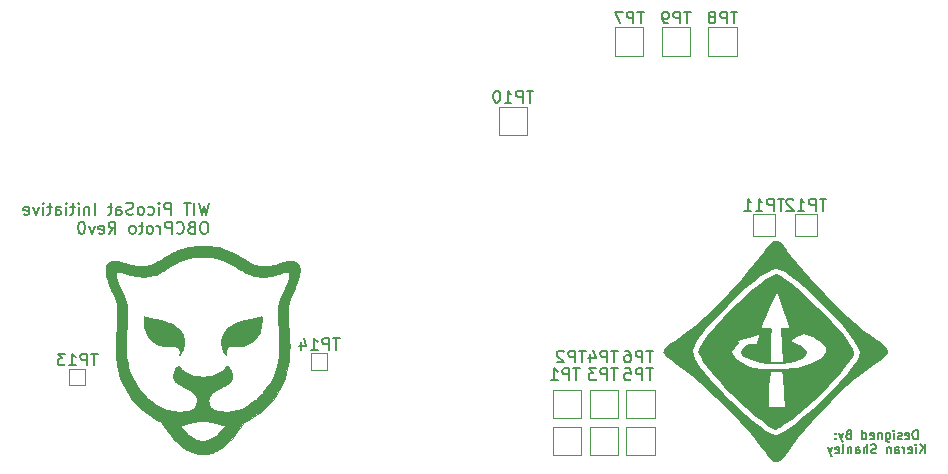
<source format=gbo>
G04 #@! TF.GenerationSoftware,KiCad,Pcbnew,(6.0.1)*
G04 #@! TF.CreationDate,2023-03-29T19:48:02-04:00*
G04 #@! TF.ProjectId,OBCProto,4f424350-726f-4746-9f2e-6b696361645f,rev?*
G04 #@! TF.SameCoordinates,Original*
G04 #@! TF.FileFunction,Legend,Bot*
G04 #@! TF.FilePolarity,Positive*
%FSLAX46Y46*%
G04 Gerber Fmt 4.6, Leading zero omitted, Abs format (unit mm)*
G04 Created by KiCad (PCBNEW (6.0.1)) date 2023-03-29 19:48:02*
%MOMM*%
%LPD*%
G01*
G04 APERTURE LIST*
%ADD10C,0.150000*%
%ADD11C,0.010000*%
%ADD12C,0.120000*%
%ADD13R,1.700000X1.700000*%
%ADD14O,1.700000X1.700000*%
%ADD15R,1.000000X1.000000*%
%ADD16O,1.000000X1.000000*%
%ADD17R,2.100000X2.100000*%
%ADD18C,2.100000*%
%ADD19R,2.000000X2.000000*%
%ADD20R,1.500000X1.500000*%
G04 APERTURE END LIST*
D10*
X125580952Y-101652380D02*
X125342857Y-102652380D01*
X125152380Y-101938095D01*
X124961904Y-102652380D01*
X124723809Y-101652380D01*
X124342857Y-102652380D02*
X124342857Y-101652380D01*
X124009523Y-101652380D02*
X123438095Y-101652380D01*
X123723809Y-102652380D02*
X123723809Y-101652380D01*
X122342857Y-102652380D02*
X122342857Y-101652380D01*
X121961904Y-101652380D01*
X121866666Y-101700000D01*
X121819047Y-101747619D01*
X121771428Y-101842857D01*
X121771428Y-101985714D01*
X121819047Y-102080952D01*
X121866666Y-102128571D01*
X121961904Y-102176190D01*
X122342857Y-102176190D01*
X121342857Y-102652380D02*
X121342857Y-101985714D01*
X121342857Y-101652380D02*
X121390476Y-101700000D01*
X121342857Y-101747619D01*
X121295238Y-101700000D01*
X121342857Y-101652380D01*
X121342857Y-101747619D01*
X120438095Y-102604761D02*
X120533333Y-102652380D01*
X120723809Y-102652380D01*
X120819047Y-102604761D01*
X120866666Y-102557142D01*
X120914285Y-102461904D01*
X120914285Y-102176190D01*
X120866666Y-102080952D01*
X120819047Y-102033333D01*
X120723809Y-101985714D01*
X120533333Y-101985714D01*
X120438095Y-102033333D01*
X119866666Y-102652380D02*
X119961904Y-102604761D01*
X120009523Y-102557142D01*
X120057142Y-102461904D01*
X120057142Y-102176190D01*
X120009523Y-102080952D01*
X119961904Y-102033333D01*
X119866666Y-101985714D01*
X119723809Y-101985714D01*
X119628571Y-102033333D01*
X119580952Y-102080952D01*
X119533333Y-102176190D01*
X119533333Y-102461904D01*
X119580952Y-102557142D01*
X119628571Y-102604761D01*
X119723809Y-102652380D01*
X119866666Y-102652380D01*
X119152380Y-102604761D02*
X119009523Y-102652380D01*
X118771428Y-102652380D01*
X118676190Y-102604761D01*
X118628571Y-102557142D01*
X118580952Y-102461904D01*
X118580952Y-102366666D01*
X118628571Y-102271428D01*
X118676190Y-102223809D01*
X118771428Y-102176190D01*
X118961904Y-102128571D01*
X119057142Y-102080952D01*
X119104761Y-102033333D01*
X119152380Y-101938095D01*
X119152380Y-101842857D01*
X119104761Y-101747619D01*
X119057142Y-101700000D01*
X118961904Y-101652380D01*
X118723809Y-101652380D01*
X118580952Y-101700000D01*
X117723809Y-102652380D02*
X117723809Y-102128571D01*
X117771428Y-102033333D01*
X117866666Y-101985714D01*
X118057142Y-101985714D01*
X118152380Y-102033333D01*
X117723809Y-102604761D02*
X117819047Y-102652380D01*
X118057142Y-102652380D01*
X118152380Y-102604761D01*
X118200000Y-102509523D01*
X118200000Y-102414285D01*
X118152380Y-102319047D01*
X118057142Y-102271428D01*
X117819047Y-102271428D01*
X117723809Y-102223809D01*
X117390476Y-101985714D02*
X117009523Y-101985714D01*
X117247619Y-101652380D02*
X117247619Y-102509523D01*
X117200000Y-102604761D01*
X117104761Y-102652380D01*
X117009523Y-102652380D01*
X115914285Y-102652380D02*
X115914285Y-101652380D01*
X115438095Y-101985714D02*
X115438095Y-102652380D01*
X115438095Y-102080952D02*
X115390476Y-102033333D01*
X115295238Y-101985714D01*
X115152380Y-101985714D01*
X115057142Y-102033333D01*
X115009523Y-102128571D01*
X115009523Y-102652380D01*
X114533333Y-102652380D02*
X114533333Y-101985714D01*
X114533333Y-101652380D02*
X114580952Y-101700000D01*
X114533333Y-101747619D01*
X114485714Y-101700000D01*
X114533333Y-101652380D01*
X114533333Y-101747619D01*
X114200000Y-101985714D02*
X113819047Y-101985714D01*
X114057142Y-101652380D02*
X114057142Y-102509523D01*
X114009523Y-102604761D01*
X113914285Y-102652380D01*
X113819047Y-102652380D01*
X113485714Y-102652380D02*
X113485714Y-101985714D01*
X113485714Y-101652380D02*
X113533333Y-101700000D01*
X113485714Y-101747619D01*
X113438095Y-101700000D01*
X113485714Y-101652380D01*
X113485714Y-101747619D01*
X112580952Y-102652380D02*
X112580952Y-102128571D01*
X112628571Y-102033333D01*
X112723809Y-101985714D01*
X112914285Y-101985714D01*
X113009523Y-102033333D01*
X112580952Y-102604761D02*
X112676190Y-102652380D01*
X112914285Y-102652380D01*
X113009523Y-102604761D01*
X113057142Y-102509523D01*
X113057142Y-102414285D01*
X113009523Y-102319047D01*
X112914285Y-102271428D01*
X112676190Y-102271428D01*
X112580952Y-102223809D01*
X112247619Y-101985714D02*
X111866666Y-101985714D01*
X112104761Y-101652380D02*
X112104761Y-102509523D01*
X112057142Y-102604761D01*
X111961904Y-102652380D01*
X111866666Y-102652380D01*
X111533333Y-102652380D02*
X111533333Y-101985714D01*
X111533333Y-101652380D02*
X111580952Y-101700000D01*
X111533333Y-101747619D01*
X111485714Y-101700000D01*
X111533333Y-101652380D01*
X111533333Y-101747619D01*
X111152380Y-101985714D02*
X110914285Y-102652380D01*
X110676190Y-101985714D01*
X109914285Y-102604761D02*
X110009523Y-102652380D01*
X110200000Y-102652380D01*
X110295238Y-102604761D01*
X110342857Y-102509523D01*
X110342857Y-102128571D01*
X110295238Y-102033333D01*
X110200000Y-101985714D01*
X110009523Y-101985714D01*
X109914285Y-102033333D01*
X109866666Y-102128571D01*
X109866666Y-102223809D01*
X110342857Y-102319047D01*
X185564285Y-121635535D02*
X185564285Y-120885535D01*
X185385714Y-120885535D01*
X185278571Y-120921250D01*
X185207142Y-120992678D01*
X185171428Y-121064107D01*
X185135714Y-121206964D01*
X185135714Y-121314107D01*
X185171428Y-121456964D01*
X185207142Y-121528392D01*
X185278571Y-121599821D01*
X185385714Y-121635535D01*
X185564285Y-121635535D01*
X184528571Y-121599821D02*
X184600000Y-121635535D01*
X184742857Y-121635535D01*
X184814285Y-121599821D01*
X184850000Y-121528392D01*
X184850000Y-121242678D01*
X184814285Y-121171250D01*
X184742857Y-121135535D01*
X184600000Y-121135535D01*
X184528571Y-121171250D01*
X184492857Y-121242678D01*
X184492857Y-121314107D01*
X184850000Y-121385535D01*
X184207142Y-121599821D02*
X184135714Y-121635535D01*
X183992857Y-121635535D01*
X183921428Y-121599821D01*
X183885714Y-121528392D01*
X183885714Y-121492678D01*
X183921428Y-121421250D01*
X183992857Y-121385535D01*
X184100000Y-121385535D01*
X184171428Y-121349821D01*
X184207142Y-121278392D01*
X184207142Y-121242678D01*
X184171428Y-121171250D01*
X184100000Y-121135535D01*
X183992857Y-121135535D01*
X183921428Y-121171250D01*
X183564285Y-121635535D02*
X183564285Y-121135535D01*
X183564285Y-120885535D02*
X183600000Y-120921250D01*
X183564285Y-120956964D01*
X183528571Y-120921250D01*
X183564285Y-120885535D01*
X183564285Y-120956964D01*
X182885714Y-121135535D02*
X182885714Y-121742678D01*
X182921428Y-121814107D01*
X182957142Y-121849821D01*
X183028571Y-121885535D01*
X183135714Y-121885535D01*
X183207142Y-121849821D01*
X182885714Y-121599821D02*
X182957142Y-121635535D01*
X183100000Y-121635535D01*
X183171428Y-121599821D01*
X183207142Y-121564107D01*
X183242857Y-121492678D01*
X183242857Y-121278392D01*
X183207142Y-121206964D01*
X183171428Y-121171250D01*
X183100000Y-121135535D01*
X182957142Y-121135535D01*
X182885714Y-121171250D01*
X182528571Y-121135535D02*
X182528571Y-121635535D01*
X182528571Y-121206964D02*
X182492857Y-121171250D01*
X182421428Y-121135535D01*
X182314285Y-121135535D01*
X182242857Y-121171250D01*
X182207142Y-121242678D01*
X182207142Y-121635535D01*
X181564285Y-121599821D02*
X181635714Y-121635535D01*
X181778571Y-121635535D01*
X181850000Y-121599821D01*
X181885714Y-121528392D01*
X181885714Y-121242678D01*
X181850000Y-121171250D01*
X181778571Y-121135535D01*
X181635714Y-121135535D01*
X181564285Y-121171250D01*
X181528571Y-121242678D01*
X181528571Y-121314107D01*
X181885714Y-121385535D01*
X180885714Y-121635535D02*
X180885714Y-120885535D01*
X180885714Y-121599821D02*
X180957142Y-121635535D01*
X181100000Y-121635535D01*
X181171428Y-121599821D01*
X181207142Y-121564107D01*
X181242857Y-121492678D01*
X181242857Y-121278392D01*
X181207142Y-121206964D01*
X181171428Y-121171250D01*
X181100000Y-121135535D01*
X180957142Y-121135535D01*
X180885714Y-121171250D01*
X179707142Y-121242678D02*
X179600000Y-121278392D01*
X179564285Y-121314107D01*
X179528571Y-121385535D01*
X179528571Y-121492678D01*
X179564285Y-121564107D01*
X179600000Y-121599821D01*
X179671428Y-121635535D01*
X179957142Y-121635535D01*
X179957142Y-120885535D01*
X179707142Y-120885535D01*
X179635714Y-120921250D01*
X179600000Y-120956964D01*
X179564285Y-121028392D01*
X179564285Y-121099821D01*
X179600000Y-121171250D01*
X179635714Y-121206964D01*
X179707142Y-121242678D01*
X179957142Y-121242678D01*
X179278571Y-121135535D02*
X179100000Y-121635535D01*
X178921428Y-121135535D02*
X179100000Y-121635535D01*
X179171428Y-121814107D01*
X179207142Y-121849821D01*
X179278571Y-121885535D01*
X178635714Y-121564107D02*
X178600000Y-121599821D01*
X178635714Y-121635535D01*
X178671428Y-121599821D01*
X178635714Y-121564107D01*
X178635714Y-121635535D01*
X178635714Y-121171250D02*
X178600000Y-121206964D01*
X178635714Y-121242678D01*
X178671428Y-121206964D01*
X178635714Y-121171250D01*
X178635714Y-121242678D01*
X186171428Y-122843035D02*
X186171428Y-122093035D01*
X185742857Y-122843035D02*
X186064285Y-122414464D01*
X185742857Y-122093035D02*
X186171428Y-122521607D01*
X185421428Y-122843035D02*
X185421428Y-122343035D01*
X185421428Y-122093035D02*
X185457142Y-122128750D01*
X185421428Y-122164464D01*
X185385714Y-122128750D01*
X185421428Y-122093035D01*
X185421428Y-122164464D01*
X184778571Y-122807321D02*
X184850000Y-122843035D01*
X184992857Y-122843035D01*
X185064285Y-122807321D01*
X185100000Y-122735892D01*
X185100000Y-122450178D01*
X185064285Y-122378750D01*
X184992857Y-122343035D01*
X184850000Y-122343035D01*
X184778571Y-122378750D01*
X184742857Y-122450178D01*
X184742857Y-122521607D01*
X185100000Y-122593035D01*
X184421428Y-122843035D02*
X184421428Y-122343035D01*
X184421428Y-122485892D02*
X184385714Y-122414464D01*
X184350000Y-122378750D01*
X184278571Y-122343035D01*
X184207142Y-122343035D01*
X183635714Y-122843035D02*
X183635714Y-122450178D01*
X183671428Y-122378750D01*
X183742857Y-122343035D01*
X183885714Y-122343035D01*
X183957142Y-122378750D01*
X183635714Y-122807321D02*
X183707142Y-122843035D01*
X183885714Y-122843035D01*
X183957142Y-122807321D01*
X183992857Y-122735892D01*
X183992857Y-122664464D01*
X183957142Y-122593035D01*
X183885714Y-122557321D01*
X183707142Y-122557321D01*
X183635714Y-122521607D01*
X183278571Y-122343035D02*
X183278571Y-122843035D01*
X183278571Y-122414464D02*
X183242857Y-122378750D01*
X183171428Y-122343035D01*
X183064285Y-122343035D01*
X182992857Y-122378750D01*
X182957142Y-122450178D01*
X182957142Y-122843035D01*
X182064285Y-122807321D02*
X181957142Y-122843035D01*
X181778571Y-122843035D01*
X181707142Y-122807321D01*
X181671428Y-122771607D01*
X181635714Y-122700178D01*
X181635714Y-122628750D01*
X181671428Y-122557321D01*
X181707142Y-122521607D01*
X181778571Y-122485892D01*
X181921428Y-122450178D01*
X181992857Y-122414464D01*
X182028571Y-122378750D01*
X182064285Y-122307321D01*
X182064285Y-122235892D01*
X182028571Y-122164464D01*
X181992857Y-122128750D01*
X181921428Y-122093035D01*
X181742857Y-122093035D01*
X181635714Y-122128750D01*
X181314285Y-122843035D02*
X181314285Y-122093035D01*
X180992857Y-122843035D02*
X180992857Y-122450178D01*
X181028571Y-122378750D01*
X181100000Y-122343035D01*
X181207142Y-122343035D01*
X181278571Y-122378750D01*
X181314285Y-122414464D01*
X180314285Y-122843035D02*
X180314285Y-122450178D01*
X180350000Y-122378750D01*
X180421428Y-122343035D01*
X180564285Y-122343035D01*
X180635714Y-122378750D01*
X180314285Y-122807321D02*
X180385714Y-122843035D01*
X180564285Y-122843035D01*
X180635714Y-122807321D01*
X180671428Y-122735892D01*
X180671428Y-122664464D01*
X180635714Y-122593035D01*
X180564285Y-122557321D01*
X180385714Y-122557321D01*
X180314285Y-122521607D01*
X179957142Y-122343035D02*
X179957142Y-122843035D01*
X179957142Y-122414464D02*
X179921428Y-122378750D01*
X179850000Y-122343035D01*
X179742857Y-122343035D01*
X179671428Y-122378750D01*
X179635714Y-122450178D01*
X179635714Y-122843035D01*
X179171428Y-122843035D02*
X179242857Y-122807321D01*
X179278571Y-122735892D01*
X179278571Y-122093035D01*
X178600000Y-122807321D02*
X178671428Y-122843035D01*
X178814285Y-122843035D01*
X178885714Y-122807321D01*
X178921428Y-122735892D01*
X178921428Y-122450178D01*
X178885714Y-122378750D01*
X178814285Y-122343035D01*
X178671428Y-122343035D01*
X178600000Y-122378750D01*
X178564285Y-122450178D01*
X178564285Y-122521607D01*
X178921428Y-122593035D01*
X178314285Y-122343035D02*
X178135714Y-122843035D01*
X177957142Y-122343035D02*
X178135714Y-122843035D01*
X178207142Y-123021607D01*
X178242857Y-123057321D01*
X178314285Y-123093035D01*
X125261904Y-103252380D02*
X125071428Y-103252380D01*
X124976190Y-103300000D01*
X124880952Y-103395238D01*
X124833333Y-103585714D01*
X124833333Y-103919047D01*
X124880952Y-104109523D01*
X124976190Y-104204761D01*
X125071428Y-104252380D01*
X125261904Y-104252380D01*
X125357142Y-104204761D01*
X125452380Y-104109523D01*
X125500000Y-103919047D01*
X125500000Y-103585714D01*
X125452380Y-103395238D01*
X125357142Y-103300000D01*
X125261904Y-103252380D01*
X124071428Y-103728571D02*
X123928571Y-103776190D01*
X123880952Y-103823809D01*
X123833333Y-103919047D01*
X123833333Y-104061904D01*
X123880952Y-104157142D01*
X123928571Y-104204761D01*
X124023809Y-104252380D01*
X124404761Y-104252380D01*
X124404761Y-103252380D01*
X124071428Y-103252380D01*
X123976190Y-103300000D01*
X123928571Y-103347619D01*
X123880952Y-103442857D01*
X123880952Y-103538095D01*
X123928571Y-103633333D01*
X123976190Y-103680952D01*
X124071428Y-103728571D01*
X124404761Y-103728571D01*
X122833333Y-104157142D02*
X122880952Y-104204761D01*
X123023809Y-104252380D01*
X123119047Y-104252380D01*
X123261904Y-104204761D01*
X123357142Y-104109523D01*
X123404761Y-104014285D01*
X123452380Y-103823809D01*
X123452380Y-103680952D01*
X123404761Y-103490476D01*
X123357142Y-103395238D01*
X123261904Y-103300000D01*
X123119047Y-103252380D01*
X123023809Y-103252380D01*
X122880952Y-103300000D01*
X122833333Y-103347619D01*
X122404761Y-104252380D02*
X122404761Y-103252380D01*
X122023809Y-103252380D01*
X121928571Y-103300000D01*
X121880952Y-103347619D01*
X121833333Y-103442857D01*
X121833333Y-103585714D01*
X121880952Y-103680952D01*
X121928571Y-103728571D01*
X122023809Y-103776190D01*
X122404761Y-103776190D01*
X121404761Y-104252380D02*
X121404761Y-103585714D01*
X121404761Y-103776190D02*
X121357142Y-103680952D01*
X121309523Y-103633333D01*
X121214285Y-103585714D01*
X121119047Y-103585714D01*
X120642857Y-104252380D02*
X120738095Y-104204761D01*
X120785714Y-104157142D01*
X120833333Y-104061904D01*
X120833333Y-103776190D01*
X120785714Y-103680952D01*
X120738095Y-103633333D01*
X120642857Y-103585714D01*
X120500000Y-103585714D01*
X120404761Y-103633333D01*
X120357142Y-103680952D01*
X120309523Y-103776190D01*
X120309523Y-104061904D01*
X120357142Y-104157142D01*
X120404761Y-104204761D01*
X120500000Y-104252380D01*
X120642857Y-104252380D01*
X120023809Y-103585714D02*
X119642857Y-103585714D01*
X119880952Y-103252380D02*
X119880952Y-104109523D01*
X119833333Y-104204761D01*
X119738095Y-104252380D01*
X119642857Y-104252380D01*
X119166666Y-104252380D02*
X119261904Y-104204761D01*
X119309523Y-104157142D01*
X119357142Y-104061904D01*
X119357142Y-103776190D01*
X119309523Y-103680952D01*
X119261904Y-103633333D01*
X119166666Y-103585714D01*
X119023809Y-103585714D01*
X118928571Y-103633333D01*
X118880952Y-103680952D01*
X118833333Y-103776190D01*
X118833333Y-104061904D01*
X118880952Y-104157142D01*
X118928571Y-104204761D01*
X119023809Y-104252380D01*
X119166666Y-104252380D01*
X117071428Y-104252380D02*
X117404761Y-103776190D01*
X117642857Y-104252380D02*
X117642857Y-103252380D01*
X117261904Y-103252380D01*
X117166666Y-103300000D01*
X117119047Y-103347619D01*
X117071428Y-103442857D01*
X117071428Y-103585714D01*
X117119047Y-103680952D01*
X117166666Y-103728571D01*
X117261904Y-103776190D01*
X117642857Y-103776190D01*
X116261904Y-104204761D02*
X116357142Y-104252380D01*
X116547619Y-104252380D01*
X116642857Y-104204761D01*
X116690476Y-104109523D01*
X116690476Y-103728571D01*
X116642857Y-103633333D01*
X116547619Y-103585714D01*
X116357142Y-103585714D01*
X116261904Y-103633333D01*
X116214285Y-103728571D01*
X116214285Y-103823809D01*
X116690476Y-103919047D01*
X115880952Y-103585714D02*
X115642857Y-104252380D01*
X115404761Y-103585714D01*
X114833333Y-103252380D02*
X114738095Y-103252380D01*
X114642857Y-103300000D01*
X114595238Y-103347619D01*
X114547619Y-103442857D01*
X114500000Y-103633333D01*
X114500000Y-103871428D01*
X114547619Y-104061904D01*
X114595238Y-104157142D01*
X114642857Y-104204761D01*
X114738095Y-104252380D01*
X114833333Y-104252380D01*
X114928571Y-104204761D01*
X114976190Y-104157142D01*
X115023809Y-104061904D01*
X115071428Y-103871428D01*
X115071428Y-103633333D01*
X115023809Y-103442857D01*
X114976190Y-103347619D01*
X114928571Y-103300000D01*
X114833333Y-103252380D01*
X160161904Y-115652380D02*
X159590476Y-115652380D01*
X159876190Y-116652380D02*
X159876190Y-115652380D01*
X159257142Y-116652380D02*
X159257142Y-115652380D01*
X158876190Y-115652380D01*
X158780952Y-115700000D01*
X158733333Y-115747619D01*
X158685714Y-115842857D01*
X158685714Y-115985714D01*
X158733333Y-116080952D01*
X158780952Y-116128571D01*
X158876190Y-116176190D01*
X159257142Y-116176190D01*
X158352380Y-115652380D02*
X157733333Y-115652380D01*
X158066666Y-116033333D01*
X157923809Y-116033333D01*
X157828571Y-116080952D01*
X157780952Y-116128571D01*
X157733333Y-116223809D01*
X157733333Y-116461904D01*
X157780952Y-116557142D01*
X157828571Y-116604761D01*
X157923809Y-116652380D01*
X158209523Y-116652380D01*
X158304761Y-116604761D01*
X158352380Y-116557142D01*
X160161904Y-114152380D02*
X159590476Y-114152380D01*
X159876190Y-115152380D02*
X159876190Y-114152380D01*
X159257142Y-115152380D02*
X159257142Y-114152380D01*
X158876190Y-114152380D01*
X158780952Y-114200000D01*
X158733333Y-114247619D01*
X158685714Y-114342857D01*
X158685714Y-114485714D01*
X158733333Y-114580952D01*
X158780952Y-114628571D01*
X158876190Y-114676190D01*
X159257142Y-114676190D01*
X157828571Y-114485714D02*
X157828571Y-115152380D01*
X158066666Y-114104761D02*
X158304761Y-114819047D01*
X157685714Y-114819047D01*
X116138095Y-114404380D02*
X115566666Y-114404380D01*
X115852380Y-115404380D02*
X115852380Y-114404380D01*
X115233333Y-115404380D02*
X115233333Y-114404380D01*
X114852380Y-114404380D01*
X114757142Y-114452000D01*
X114709523Y-114499619D01*
X114661904Y-114594857D01*
X114661904Y-114737714D01*
X114709523Y-114832952D01*
X114757142Y-114880571D01*
X114852380Y-114928190D01*
X115233333Y-114928190D01*
X113709523Y-115404380D02*
X114280952Y-115404380D01*
X113995238Y-115404380D02*
X113995238Y-114404380D01*
X114090476Y-114547238D01*
X114185714Y-114642476D01*
X114280952Y-114690095D01*
X113376190Y-114404380D02*
X112757142Y-114404380D01*
X113090476Y-114785333D01*
X112947619Y-114785333D01*
X112852380Y-114832952D01*
X112804761Y-114880571D01*
X112757142Y-114975809D01*
X112757142Y-115213904D01*
X112804761Y-115309142D01*
X112852380Y-115356761D01*
X112947619Y-115404380D01*
X113233333Y-115404380D01*
X113328571Y-115356761D01*
X113376190Y-115309142D01*
X166361904Y-85454380D02*
X165790476Y-85454380D01*
X166076190Y-86454380D02*
X166076190Y-85454380D01*
X165457142Y-86454380D02*
X165457142Y-85454380D01*
X165076190Y-85454380D01*
X164980952Y-85502000D01*
X164933333Y-85549619D01*
X164885714Y-85644857D01*
X164885714Y-85787714D01*
X164933333Y-85882952D01*
X164980952Y-85930571D01*
X165076190Y-85978190D01*
X165457142Y-85978190D01*
X164409523Y-86454380D02*
X164219047Y-86454380D01*
X164123809Y-86406761D01*
X164076190Y-86359142D01*
X163980952Y-86216285D01*
X163933333Y-86025809D01*
X163933333Y-85644857D01*
X163980952Y-85549619D01*
X164028571Y-85502000D01*
X164123809Y-85454380D01*
X164314285Y-85454380D01*
X164409523Y-85502000D01*
X164457142Y-85549619D01*
X164504761Y-85644857D01*
X164504761Y-85882952D01*
X164457142Y-85978190D01*
X164409523Y-86025809D01*
X164314285Y-86073428D01*
X164123809Y-86073428D01*
X164028571Y-86025809D01*
X163980952Y-85978190D01*
X163933333Y-85882952D01*
X177838095Y-101304380D02*
X177266666Y-101304380D01*
X177552380Y-102304380D02*
X177552380Y-101304380D01*
X176933333Y-102304380D02*
X176933333Y-101304380D01*
X176552380Y-101304380D01*
X176457142Y-101352000D01*
X176409523Y-101399619D01*
X176361904Y-101494857D01*
X176361904Y-101637714D01*
X176409523Y-101732952D01*
X176457142Y-101780571D01*
X176552380Y-101828190D01*
X176933333Y-101828190D01*
X175409523Y-102304380D02*
X175980952Y-102304380D01*
X175695238Y-102304380D02*
X175695238Y-101304380D01*
X175790476Y-101447238D01*
X175885714Y-101542476D01*
X175980952Y-101590095D01*
X175028571Y-101399619D02*
X174980952Y-101352000D01*
X174885714Y-101304380D01*
X174647619Y-101304380D01*
X174552380Y-101352000D01*
X174504761Y-101399619D01*
X174457142Y-101494857D01*
X174457142Y-101590095D01*
X174504761Y-101732952D01*
X175076190Y-102304380D01*
X174457142Y-102304380D01*
X153038095Y-92154380D02*
X152466666Y-92154380D01*
X152752380Y-93154380D02*
X152752380Y-92154380D01*
X152133333Y-93154380D02*
X152133333Y-92154380D01*
X151752380Y-92154380D01*
X151657142Y-92202000D01*
X151609523Y-92249619D01*
X151561904Y-92344857D01*
X151561904Y-92487714D01*
X151609523Y-92582952D01*
X151657142Y-92630571D01*
X151752380Y-92678190D01*
X152133333Y-92678190D01*
X150609523Y-93154380D02*
X151180952Y-93154380D01*
X150895238Y-93154380D02*
X150895238Y-92154380D01*
X150990476Y-92297238D01*
X151085714Y-92392476D01*
X151180952Y-92440095D01*
X149990476Y-92154380D02*
X149895238Y-92154380D01*
X149800000Y-92202000D01*
X149752380Y-92249619D01*
X149704761Y-92344857D01*
X149657142Y-92535333D01*
X149657142Y-92773428D01*
X149704761Y-92963904D01*
X149752380Y-93059142D01*
X149800000Y-93106761D01*
X149895238Y-93154380D01*
X149990476Y-93154380D01*
X150085714Y-93106761D01*
X150133333Y-93059142D01*
X150180952Y-92963904D01*
X150228571Y-92773428D01*
X150228571Y-92535333D01*
X150180952Y-92344857D01*
X150133333Y-92249619D01*
X150085714Y-92202000D01*
X149990476Y-92154380D01*
X157461904Y-114152380D02*
X156890476Y-114152380D01*
X157176190Y-115152380D02*
X157176190Y-114152380D01*
X156557142Y-115152380D02*
X156557142Y-114152380D01*
X156176190Y-114152380D01*
X156080952Y-114200000D01*
X156033333Y-114247619D01*
X155985714Y-114342857D01*
X155985714Y-114485714D01*
X156033333Y-114580952D01*
X156080952Y-114628571D01*
X156176190Y-114676190D01*
X156557142Y-114676190D01*
X155604761Y-114247619D02*
X155557142Y-114200000D01*
X155461904Y-114152380D01*
X155223809Y-114152380D01*
X155128571Y-114200000D01*
X155080952Y-114247619D01*
X155033333Y-114342857D01*
X155033333Y-114438095D01*
X155080952Y-114580952D01*
X155652380Y-115152380D01*
X155033333Y-115152380D01*
X156961904Y-115652380D02*
X156390476Y-115652380D01*
X156676190Y-116652380D02*
X156676190Y-115652380D01*
X156057142Y-116652380D02*
X156057142Y-115652380D01*
X155676190Y-115652380D01*
X155580952Y-115700000D01*
X155533333Y-115747619D01*
X155485714Y-115842857D01*
X155485714Y-115985714D01*
X155533333Y-116080952D01*
X155580952Y-116128571D01*
X155676190Y-116176190D01*
X156057142Y-116176190D01*
X154533333Y-116652380D02*
X155104761Y-116652380D01*
X154819047Y-116652380D02*
X154819047Y-115652380D01*
X154914285Y-115795238D01*
X155009523Y-115890476D01*
X155104761Y-115938095D01*
X174288095Y-101304380D02*
X173716666Y-101304380D01*
X174002380Y-102304380D02*
X174002380Y-101304380D01*
X173383333Y-102304380D02*
X173383333Y-101304380D01*
X173002380Y-101304380D01*
X172907142Y-101352000D01*
X172859523Y-101399619D01*
X172811904Y-101494857D01*
X172811904Y-101637714D01*
X172859523Y-101732952D01*
X172907142Y-101780571D01*
X173002380Y-101828190D01*
X173383333Y-101828190D01*
X171859523Y-102304380D02*
X172430952Y-102304380D01*
X172145238Y-102304380D02*
X172145238Y-101304380D01*
X172240476Y-101447238D01*
X172335714Y-101542476D01*
X172430952Y-101590095D01*
X170907142Y-102304380D02*
X171478571Y-102304380D01*
X171192857Y-102304380D02*
X171192857Y-101304380D01*
X171288095Y-101447238D01*
X171383333Y-101542476D01*
X171478571Y-101590095D01*
X170311904Y-85454380D02*
X169740476Y-85454380D01*
X170026190Y-86454380D02*
X170026190Y-85454380D01*
X169407142Y-86454380D02*
X169407142Y-85454380D01*
X169026190Y-85454380D01*
X168930952Y-85502000D01*
X168883333Y-85549619D01*
X168835714Y-85644857D01*
X168835714Y-85787714D01*
X168883333Y-85882952D01*
X168930952Y-85930571D01*
X169026190Y-85978190D01*
X169407142Y-85978190D01*
X168264285Y-85882952D02*
X168359523Y-85835333D01*
X168407142Y-85787714D01*
X168454761Y-85692476D01*
X168454761Y-85644857D01*
X168407142Y-85549619D01*
X168359523Y-85502000D01*
X168264285Y-85454380D01*
X168073809Y-85454380D01*
X167978571Y-85502000D01*
X167930952Y-85549619D01*
X167883333Y-85644857D01*
X167883333Y-85692476D01*
X167930952Y-85787714D01*
X167978571Y-85835333D01*
X168073809Y-85882952D01*
X168264285Y-85882952D01*
X168359523Y-85930571D01*
X168407142Y-85978190D01*
X168454761Y-86073428D01*
X168454761Y-86263904D01*
X168407142Y-86359142D01*
X168359523Y-86406761D01*
X168264285Y-86454380D01*
X168073809Y-86454380D01*
X167978571Y-86406761D01*
X167930952Y-86359142D01*
X167883333Y-86263904D01*
X167883333Y-86073428D01*
X167930952Y-85978190D01*
X167978571Y-85930571D01*
X168073809Y-85882952D01*
X136638095Y-113104380D02*
X136066666Y-113104380D01*
X136352380Y-114104380D02*
X136352380Y-113104380D01*
X135733333Y-114104380D02*
X135733333Y-113104380D01*
X135352380Y-113104380D01*
X135257142Y-113152000D01*
X135209523Y-113199619D01*
X135161904Y-113294857D01*
X135161904Y-113437714D01*
X135209523Y-113532952D01*
X135257142Y-113580571D01*
X135352380Y-113628190D01*
X135733333Y-113628190D01*
X134209523Y-114104380D02*
X134780952Y-114104380D01*
X134495238Y-114104380D02*
X134495238Y-113104380D01*
X134590476Y-113247238D01*
X134685714Y-113342476D01*
X134780952Y-113390095D01*
X133352380Y-113437714D02*
X133352380Y-114104380D01*
X133590476Y-113056761D02*
X133828571Y-113771047D01*
X133209523Y-113771047D01*
X163161904Y-115652380D02*
X162590476Y-115652380D01*
X162876190Y-116652380D02*
X162876190Y-115652380D01*
X162257142Y-116652380D02*
X162257142Y-115652380D01*
X161876190Y-115652380D01*
X161780952Y-115700000D01*
X161733333Y-115747619D01*
X161685714Y-115842857D01*
X161685714Y-115985714D01*
X161733333Y-116080952D01*
X161780952Y-116128571D01*
X161876190Y-116176190D01*
X162257142Y-116176190D01*
X160780952Y-115652380D02*
X161257142Y-115652380D01*
X161304761Y-116128571D01*
X161257142Y-116080952D01*
X161161904Y-116033333D01*
X160923809Y-116033333D01*
X160828571Y-116080952D01*
X160780952Y-116128571D01*
X160733333Y-116223809D01*
X160733333Y-116461904D01*
X160780952Y-116557142D01*
X160828571Y-116604761D01*
X160923809Y-116652380D01*
X161161904Y-116652380D01*
X161257142Y-116604761D01*
X161304761Y-116557142D01*
X162411904Y-85454380D02*
X161840476Y-85454380D01*
X162126190Y-86454380D02*
X162126190Y-85454380D01*
X161507142Y-86454380D02*
X161507142Y-85454380D01*
X161126190Y-85454380D01*
X161030952Y-85502000D01*
X160983333Y-85549619D01*
X160935714Y-85644857D01*
X160935714Y-85787714D01*
X160983333Y-85882952D01*
X161030952Y-85930571D01*
X161126190Y-85978190D01*
X161507142Y-85978190D01*
X160602380Y-85454380D02*
X159935714Y-85454380D01*
X160364285Y-86454380D01*
X163161904Y-114152380D02*
X162590476Y-114152380D01*
X162876190Y-115152380D02*
X162876190Y-114152380D01*
X162257142Y-115152380D02*
X162257142Y-114152380D01*
X161876190Y-114152380D01*
X161780952Y-114200000D01*
X161733333Y-114247619D01*
X161685714Y-114342857D01*
X161685714Y-114485714D01*
X161733333Y-114580952D01*
X161780952Y-114628571D01*
X161876190Y-114676190D01*
X162257142Y-114676190D01*
X160828571Y-114152380D02*
X161019047Y-114152380D01*
X161114285Y-114200000D01*
X161161904Y-114247619D01*
X161257142Y-114390476D01*
X161304761Y-114580952D01*
X161304761Y-114961904D01*
X161257142Y-115057142D01*
X161209523Y-115104761D01*
X161114285Y-115152380D01*
X160923809Y-115152380D01*
X160828571Y-115104761D01*
X160780952Y-115057142D01*
X160733333Y-114961904D01*
X160733333Y-114723809D01*
X160780952Y-114628571D01*
X160828571Y-114580952D01*
X160923809Y-114533333D01*
X161114285Y-114533333D01*
X161209523Y-114580952D01*
X161257142Y-114628571D01*
X161304761Y-114723809D01*
D11*
X124648527Y-105295717D02*
X124305851Y-105327368D01*
X124305851Y-105327368D02*
X124187200Y-105342849D01*
X124187200Y-105342849D02*
X123876815Y-105395440D01*
X123876815Y-105395440D02*
X123571279Y-105465614D01*
X123571279Y-105465614D02*
X123269256Y-105553830D01*
X123269256Y-105553830D02*
X122969407Y-105660546D01*
X122969407Y-105660546D02*
X122670397Y-105786221D01*
X122670397Y-105786221D02*
X122370887Y-105931313D01*
X122370887Y-105931313D02*
X122191934Y-106027021D01*
X122191934Y-106027021D02*
X122138588Y-106056678D01*
X122138588Y-106056678D02*
X122086791Y-106085797D01*
X122086791Y-106085797D02*
X122034502Y-106115580D01*
X122034502Y-106115580D02*
X121979676Y-106147231D01*
X121979676Y-106147231D02*
X121920271Y-106181951D01*
X121920271Y-106181951D02*
X121854244Y-106220943D01*
X121854244Y-106220943D02*
X121779550Y-106265408D01*
X121779550Y-106265408D02*
X121694148Y-106316549D01*
X121694148Y-106316549D02*
X121595993Y-106375568D01*
X121595993Y-106375568D02*
X121483043Y-106443668D01*
X121483043Y-106443668D02*
X121452393Y-106462168D01*
X121452393Y-106462168D02*
X121327555Y-106536920D01*
X121327555Y-106536920D02*
X121217199Y-106601542D01*
X121217199Y-106601542D02*
X121118943Y-106657240D01*
X121118943Y-106657240D02*
X121030407Y-106705221D01*
X121030407Y-106705221D02*
X120949208Y-106746691D01*
X120949208Y-106746691D02*
X120872965Y-106782856D01*
X120872965Y-106782856D02*
X120799296Y-106814923D01*
X120799296Y-106814923D02*
X120725820Y-106844098D01*
X120725820Y-106844098D02*
X120650156Y-106871587D01*
X120650156Y-106871587D02*
X120631200Y-106878138D01*
X120631200Y-106878138D02*
X120543657Y-106905463D01*
X120543657Y-106905463D02*
X120443393Y-106932329D01*
X120443393Y-106932329D02*
X120337958Y-106956905D01*
X120337958Y-106956905D02*
X120234904Y-106977358D01*
X120234904Y-106977358D02*
X120192259Y-106984580D01*
X120192259Y-106984580D02*
X120127915Y-106992314D01*
X120127915Y-106992314D02*
X120047815Y-106998032D01*
X120047815Y-106998032D02*
X119956425Y-107001733D01*
X119956425Y-107001733D02*
X119858207Y-107003415D01*
X119858207Y-107003415D02*
X119757628Y-107003078D01*
X119757628Y-107003078D02*
X119659150Y-107000720D01*
X119659150Y-107000720D02*
X119567239Y-106996340D01*
X119567239Y-106996340D02*
X119486359Y-106989936D01*
X119486359Y-106989936D02*
X119442480Y-106984780D01*
X119442480Y-106984780D02*
X119298483Y-106962788D01*
X119298483Y-106962788D02*
X119152692Y-106936162D01*
X119152692Y-106936162D02*
X119002596Y-106904276D01*
X119002596Y-106904276D02*
X118845683Y-106866508D01*
X118845683Y-106866508D02*
X118679444Y-106822232D01*
X118679444Y-106822232D02*
X118501367Y-106770826D01*
X118501367Y-106770826D02*
X118308940Y-106711664D01*
X118308940Y-106711664D02*
X118187720Y-106672887D01*
X118187720Y-106672887D02*
X118007557Y-106620236D01*
X118007557Y-106620236D02*
X117840117Y-106583201D01*
X117840117Y-106583201D02*
X117685123Y-106561786D01*
X117685123Y-106561786D02*
X117542295Y-106555991D01*
X117542295Y-106555991D02*
X117411353Y-106565821D01*
X117411353Y-106565821D02*
X117292017Y-106591276D01*
X117292017Y-106591276D02*
X117184009Y-106632360D01*
X117184009Y-106632360D02*
X117096576Y-106682483D01*
X117096576Y-106682483D02*
X117015805Y-106749433D01*
X117015805Y-106749433D02*
X116948942Y-106830991D01*
X116948942Y-106830991D02*
X116896044Y-106926899D01*
X116896044Y-106926899D02*
X116857164Y-107036899D01*
X116857164Y-107036899D02*
X116832358Y-107160734D01*
X116832358Y-107160734D02*
X116821681Y-107298146D01*
X116821681Y-107298146D02*
X116825187Y-107448877D01*
X116825187Y-107448877D02*
X116842932Y-107612670D01*
X116842932Y-107612670D02*
X116867849Y-107755080D01*
X116867849Y-107755080D02*
X116892794Y-107869616D01*
X116892794Y-107869616D02*
X116921466Y-107983798D01*
X116921466Y-107983798D02*
X116954646Y-108099815D01*
X116954646Y-108099815D02*
X116993111Y-108219859D01*
X116993111Y-108219859D02*
X117037642Y-108346121D01*
X117037642Y-108346121D02*
X117089018Y-108480791D01*
X117089018Y-108480791D02*
X117148019Y-108626059D01*
X117148019Y-108626059D02*
X117215425Y-108784117D01*
X117215425Y-108784117D02*
X117292013Y-108957155D01*
X117292013Y-108957155D02*
X117308884Y-108994600D01*
X117308884Y-108994600D02*
X117380624Y-109154235D01*
X117380624Y-109154235D02*
X117444064Y-109297487D01*
X117444064Y-109297487D02*
X117499840Y-109426226D01*
X117499840Y-109426226D02*
X117548586Y-109542318D01*
X117548586Y-109542318D02*
X117590936Y-109647633D01*
X117590936Y-109647633D02*
X117627525Y-109744038D01*
X117627525Y-109744038D02*
X117658987Y-109833402D01*
X117658987Y-109833402D02*
X117685957Y-109917593D01*
X117685957Y-109917593D02*
X117709068Y-109998479D01*
X117709068Y-109998479D02*
X117728956Y-110077930D01*
X117728956Y-110077930D02*
X117746255Y-110157812D01*
X117746255Y-110157812D02*
X117761599Y-110239995D01*
X117761599Y-110239995D02*
X117775622Y-110326347D01*
X117775622Y-110326347D02*
X117786532Y-110401226D01*
X117786532Y-110401226D02*
X117798649Y-110494117D01*
X117798649Y-110494117D02*
X117808321Y-110583522D01*
X117808321Y-110583522D02*
X117815707Y-110672883D01*
X117815707Y-110672883D02*
X117820962Y-110765645D01*
X117820962Y-110765645D02*
X117824245Y-110865249D01*
X117824245Y-110865249D02*
X117825711Y-110975140D01*
X117825711Y-110975140D02*
X117825519Y-111098760D01*
X117825519Y-111098760D02*
X117824054Y-111224720D01*
X117824054Y-111224720D02*
X117822497Y-111313452D01*
X117822497Y-111313452D02*
X117820526Y-111397765D01*
X117820526Y-111397765D02*
X117818007Y-111479795D01*
X117818007Y-111479795D02*
X117814808Y-111561678D01*
X117814808Y-111561678D02*
X117810796Y-111645547D01*
X117810796Y-111645547D02*
X117805836Y-111733539D01*
X117805836Y-111733539D02*
X117799797Y-111827790D01*
X117799797Y-111827790D02*
X117792543Y-111930434D01*
X117792543Y-111930434D02*
X117783944Y-112043606D01*
X117783944Y-112043606D02*
X117773864Y-112169443D01*
X117773864Y-112169443D02*
X117762171Y-112310079D01*
X117762171Y-112310079D02*
X117748732Y-112467650D01*
X117748732Y-112467650D02*
X117740682Y-112560760D01*
X117740682Y-112560760D02*
X117729056Y-112695363D01*
X117729056Y-112695363D02*
X117719116Y-112812427D01*
X117719116Y-112812427D02*
X117710709Y-112914649D01*
X117710709Y-112914649D02*
X117703681Y-113004727D01*
X117703681Y-113004727D02*
X117697879Y-113085358D01*
X117697879Y-113085358D02*
X117693148Y-113159240D01*
X117693148Y-113159240D02*
X117689334Y-113229070D01*
X117689334Y-113229070D02*
X117686285Y-113297545D01*
X117686285Y-113297545D02*
X117683847Y-113367363D01*
X117683847Y-113367363D02*
X117681865Y-113441222D01*
X117681865Y-113441222D02*
X117680187Y-113521818D01*
X117680187Y-113521818D02*
X117678657Y-113611850D01*
X117678657Y-113611850D02*
X117677873Y-113663120D01*
X117677873Y-113663120D02*
X117676334Y-113899965D01*
X117676334Y-113899965D02*
X117679227Y-114121555D01*
X117679227Y-114121555D02*
X117686789Y-114332513D01*
X117686789Y-114332513D02*
X117699257Y-114537465D01*
X117699257Y-114537465D02*
X117716868Y-114741037D01*
X117716868Y-114741037D02*
X117739858Y-114947855D01*
X117739858Y-114947855D02*
X117746288Y-114999160D01*
X117746288Y-114999160D02*
X117804192Y-115379655D01*
X117804192Y-115379655D02*
X117879083Y-115749004D01*
X117879083Y-115749004D02*
X117970925Y-116107157D01*
X117970925Y-116107157D02*
X118079682Y-116454064D01*
X118079682Y-116454064D02*
X118205320Y-116789676D01*
X118205320Y-116789676D02*
X118347802Y-117113943D01*
X118347802Y-117113943D02*
X118507093Y-117426816D01*
X118507093Y-117426816D02*
X118683158Y-117728245D01*
X118683158Y-117728245D02*
X118875960Y-118018179D01*
X118875960Y-118018179D02*
X119085464Y-118296570D01*
X119085464Y-118296570D02*
X119311634Y-118563369D01*
X119311634Y-118563369D02*
X119554435Y-118818524D01*
X119554435Y-118818524D02*
X119813832Y-119061987D01*
X119813832Y-119061987D02*
X120089788Y-119293708D01*
X120089788Y-119293708D02*
X120382268Y-119513637D01*
X120382268Y-119513637D02*
X120691236Y-119721726D01*
X120691236Y-119721726D02*
X121016657Y-119917923D01*
X121016657Y-119917923D02*
X121358496Y-120102179D01*
X121358496Y-120102179D02*
X121434316Y-120140322D01*
X121434316Y-120140322D02*
X121551631Y-120198615D01*
X121551631Y-120198615D02*
X121890928Y-120686863D01*
X121890928Y-120686863D02*
X122019925Y-120870835D01*
X122019925Y-120870835D02*
X122140068Y-121038613D01*
X122140068Y-121038613D02*
X122252538Y-121191671D01*
X122252538Y-121191671D02*
X122358513Y-121331486D01*
X122358513Y-121331486D02*
X122459173Y-121459532D01*
X122459173Y-121459532D02*
X122555699Y-121577286D01*
X122555699Y-121577286D02*
X122649269Y-121686223D01*
X122649269Y-121686223D02*
X122741063Y-121787817D01*
X122741063Y-121787817D02*
X122832260Y-121883546D01*
X122832260Y-121883546D02*
X122908649Y-121959898D01*
X122908649Y-121959898D02*
X123110008Y-122145470D01*
X123110008Y-122145470D02*
X123314021Y-122310960D01*
X123314021Y-122310960D02*
X123520850Y-122456450D01*
X123520850Y-122456450D02*
X123730654Y-122582024D01*
X123730654Y-122582024D02*
X123943594Y-122687765D01*
X123943594Y-122687765D02*
X124159831Y-122773757D01*
X124159831Y-122773757D02*
X124379524Y-122840083D01*
X124379524Y-122840083D02*
X124602834Y-122886827D01*
X124602834Y-122886827D02*
X124723638Y-122903799D01*
X124723638Y-122903799D02*
X124771248Y-122908066D01*
X124771248Y-122908066D02*
X124832658Y-122911637D01*
X124832658Y-122911637D02*
X124903521Y-122914447D01*
X124903521Y-122914447D02*
X124979492Y-122916429D01*
X124979492Y-122916429D02*
X125056224Y-122917519D01*
X125056224Y-122917519D02*
X125129371Y-122917650D01*
X125129371Y-122917650D02*
X125194588Y-122916756D01*
X125194588Y-122916756D02*
X125247528Y-122914773D01*
X125247528Y-122914773D02*
X125279400Y-122912207D01*
X125279400Y-122912207D02*
X125469395Y-122885197D01*
X125469395Y-122885197D02*
X125644500Y-122850644D01*
X125644500Y-122850644D02*
X125809165Y-122807238D01*
X125809165Y-122807238D02*
X125967839Y-122753671D01*
X125967839Y-122753671D02*
X126124974Y-122688633D01*
X126124974Y-122688633D02*
X126259840Y-122623768D01*
X126259840Y-122623768D02*
X126438606Y-122525097D01*
X126438606Y-122525097D02*
X126614553Y-122412429D01*
X126614553Y-122412429D02*
X126788582Y-122284959D01*
X126788582Y-122284959D02*
X126961594Y-122141880D01*
X126961594Y-122141880D02*
X127134490Y-121982389D01*
X127134490Y-121982389D02*
X127308171Y-121805680D01*
X127308171Y-121805680D02*
X127483538Y-121610948D01*
X127483538Y-121610948D02*
X127661492Y-121397388D01*
X127661492Y-121397388D02*
X127733040Y-121307225D01*
X127733040Y-121307225D02*
X127763470Y-121267375D01*
X127763470Y-121267375D02*
X127803789Y-121213028D01*
X127803789Y-121213028D02*
X127852382Y-121146438D01*
X127852382Y-121146438D02*
X127907634Y-121069857D01*
X127907634Y-121069857D02*
X127967930Y-120985540D01*
X127967930Y-120985540D02*
X128031654Y-120895738D01*
X128031654Y-120895738D02*
X128097192Y-120802705D01*
X128097192Y-120802705D02*
X128162927Y-120708694D01*
X128162927Y-120708694D02*
X128188911Y-120671326D01*
X128188911Y-120671326D02*
X128328129Y-120470778D01*
X128328129Y-120470778D02*
X126956084Y-120470778D01*
X126956084Y-120470778D02*
X126952089Y-120482050D01*
X126952089Y-120482050D02*
X126936248Y-120506715D01*
X126936248Y-120506715D02*
X126910079Y-120542856D01*
X126910079Y-120542856D02*
X126875101Y-120588561D01*
X126875101Y-120588561D02*
X126832832Y-120641912D01*
X126832832Y-120641912D02*
X126784791Y-120700997D01*
X126784791Y-120700997D02*
X126732494Y-120763900D01*
X126732494Y-120763900D02*
X126677462Y-120828706D01*
X126677462Y-120828706D02*
X126621212Y-120893500D01*
X126621212Y-120893500D02*
X126618100Y-120897040D01*
X126618100Y-120897040D02*
X126458137Y-121070292D01*
X126458137Y-121070292D02*
X126300176Y-121223854D01*
X126300176Y-121223854D02*
X126143523Y-121358173D01*
X126143523Y-121358173D02*
X125987482Y-121473700D01*
X125987482Y-121473700D02*
X125831359Y-121570883D01*
X125831359Y-121570883D02*
X125674458Y-121650171D01*
X125674458Y-121650171D02*
X125516085Y-121712013D01*
X125516085Y-121712013D02*
X125355545Y-121756858D01*
X125355545Y-121756858D02*
X125258070Y-121775764D01*
X125258070Y-121775764D02*
X125173142Y-121785219D01*
X125173142Y-121785219D02*
X125075410Y-121788874D01*
X125075410Y-121788874D02*
X124971474Y-121786971D01*
X124971474Y-121786971D02*
X124867931Y-121779749D01*
X124867931Y-121779749D02*
X124771380Y-121767447D01*
X124771380Y-121767447D02*
X124711220Y-121755882D01*
X124711220Y-121755882D02*
X124653738Y-121741806D01*
X124653738Y-121741806D02*
X124593773Y-121725442D01*
X124593773Y-121725442D02*
X124539513Y-121709106D01*
X124539513Y-121709106D02*
X124508020Y-121698458D01*
X124508020Y-121698458D02*
X124381514Y-121645624D01*
X124381514Y-121645624D02*
X124249631Y-121578031D01*
X124249631Y-121578031D02*
X124117196Y-121498494D01*
X124117196Y-121498494D02*
X123989037Y-121409826D01*
X123989037Y-121409826D02*
X123916177Y-121353393D01*
X123916177Y-121353393D02*
X123869297Y-121313472D01*
X123869297Y-121313472D02*
X123812102Y-121261628D01*
X123812102Y-121261628D02*
X123747851Y-121201058D01*
X123747851Y-121201058D02*
X123679802Y-121134960D01*
X123679802Y-121134960D02*
X123611214Y-121066532D01*
X123611214Y-121066532D02*
X123545346Y-120998972D01*
X123545346Y-120998972D02*
X123485455Y-120935478D01*
X123485455Y-120935478D02*
X123445986Y-120891960D01*
X123445986Y-120891960D02*
X123392746Y-120831080D01*
X123392746Y-120831080D02*
X123339955Y-120769139D01*
X123339955Y-120769139D02*
X123289160Y-120708099D01*
X123289160Y-120708099D02*
X123241904Y-120649926D01*
X123241904Y-120649926D02*
X123199733Y-120596584D01*
X123199733Y-120596584D02*
X123164192Y-120550037D01*
X123164192Y-120550037D02*
X123136825Y-120512250D01*
X123136825Y-120512250D02*
X123119177Y-120485186D01*
X123119177Y-120485186D02*
X123112793Y-120470812D01*
X123112793Y-120470812D02*
X123113479Y-120469156D01*
X123113479Y-120469156D02*
X123128877Y-120465374D01*
X123128877Y-120465374D02*
X123158607Y-120461112D01*
X123158607Y-120461112D02*
X123196720Y-120457196D01*
X123196720Y-120457196D02*
X123203530Y-120456631D01*
X123203530Y-120456631D02*
X123240407Y-120452983D01*
X123240407Y-120452983D02*
X123279978Y-120447523D01*
X123279978Y-120447523D02*
X123324430Y-120439760D01*
X123324430Y-120439760D02*
X123375953Y-120429202D01*
X123375953Y-120429202D02*
X123436733Y-120415357D01*
X123436733Y-120415357D02*
X123508960Y-120397733D01*
X123508960Y-120397733D02*
X123594819Y-120375838D01*
X123594819Y-120375838D02*
X123696501Y-120349181D01*
X123696501Y-120349181D02*
X123777871Y-120327529D01*
X123777871Y-120327529D02*
X123971126Y-120277298D01*
X123971126Y-120277298D02*
X124147772Y-120234535D01*
X124147772Y-120234535D02*
X124309970Y-120198932D01*
X124309970Y-120198932D02*
X124459885Y-120170181D01*
X124459885Y-120170181D02*
X124599679Y-120147976D01*
X124599679Y-120147976D02*
X124731517Y-120132009D01*
X124731517Y-120132009D02*
X124857562Y-120121973D01*
X124857562Y-120121973D02*
X124979977Y-120117561D01*
X124979977Y-120117561D02*
X125100926Y-120118467D01*
X125100926Y-120118467D02*
X125213084Y-120123752D01*
X125213084Y-120123752D02*
X125312506Y-120131197D01*
X125312506Y-120131197D02*
X125408266Y-120140608D01*
X125408266Y-120140608D02*
X125503048Y-120152494D01*
X125503048Y-120152494D02*
X125599535Y-120167364D01*
X125599535Y-120167364D02*
X125700414Y-120185725D01*
X125700414Y-120185725D02*
X125808367Y-120208086D01*
X125808367Y-120208086D02*
X125926080Y-120234955D01*
X125926080Y-120234955D02*
X126056237Y-120266841D01*
X126056237Y-120266841D02*
X126201521Y-120304252D01*
X126201521Y-120304252D02*
X126290320Y-120327760D01*
X126290320Y-120327760D02*
X126421233Y-120362255D01*
X126421233Y-120362255D02*
X126534119Y-120391018D01*
X126534119Y-120391018D02*
X126630354Y-120414347D01*
X126630354Y-120414347D02*
X126711317Y-120432541D01*
X126711317Y-120432541D02*
X126778384Y-120445900D01*
X126778384Y-120445900D02*
X126832933Y-120454723D01*
X126832933Y-120454723D02*
X126876340Y-120459309D01*
X126876340Y-120459309D02*
X126899837Y-120460160D01*
X126899837Y-120460160D02*
X126930048Y-120462165D01*
X126930048Y-120462165D02*
X126951107Y-120467267D01*
X126951107Y-120467267D02*
X126956084Y-120470778D01*
X126956084Y-120470778D02*
X128328129Y-120470778D01*
X128328129Y-120470778D02*
X128517782Y-120197578D01*
X128517782Y-120197578D02*
X128666313Y-120123129D01*
X128666313Y-120123129D02*
X129009718Y-119940936D01*
X129009718Y-119940936D02*
X129336746Y-119746835D01*
X129336746Y-119746835D02*
X129647367Y-119540860D01*
X129647367Y-119540860D02*
X129941549Y-119323046D01*
X129941549Y-119323046D02*
X130219262Y-119093426D01*
X130219262Y-119093426D02*
X130480475Y-118852036D01*
X130480475Y-118852036D02*
X130725156Y-118598911D01*
X130725156Y-118598911D02*
X130953276Y-118334084D01*
X130953276Y-118334084D02*
X131164803Y-118057591D01*
X131164803Y-118057591D02*
X131359706Y-117769466D01*
X131359706Y-117769466D02*
X131537955Y-117469744D01*
X131537955Y-117469744D02*
X131699518Y-117158459D01*
X131699518Y-117158459D02*
X131844366Y-116835645D01*
X131844366Y-116835645D02*
X131972466Y-116501338D01*
X131972466Y-116501338D02*
X132019179Y-116363891D01*
X132019179Y-116363891D02*
X132121957Y-116019611D01*
X132121957Y-116019611D02*
X132208479Y-115663650D01*
X132208479Y-115663650D02*
X132278659Y-115296631D01*
X132278659Y-115296631D02*
X132332412Y-114919179D01*
X132332412Y-114919179D02*
X132369652Y-114531918D01*
X132369652Y-114531918D02*
X132390292Y-114135472D01*
X132390292Y-114135472D02*
X132394247Y-113730466D01*
X132394247Y-113730466D02*
X132393017Y-113647880D01*
X132393017Y-113647880D02*
X132391268Y-113561362D01*
X132391268Y-113561362D02*
X132389391Y-113482812D01*
X132389391Y-113482812D02*
X132387235Y-113409758D01*
X132387235Y-113409758D02*
X132384651Y-113339730D01*
X132384651Y-113339730D02*
X132381490Y-113270259D01*
X132381490Y-113270259D02*
X132377601Y-113198873D01*
X132377601Y-113198873D02*
X132372836Y-113123102D01*
X132372836Y-113123102D02*
X132367045Y-113040476D01*
X132367045Y-113040476D02*
X132360078Y-112948525D01*
X132360078Y-112948525D02*
X132351786Y-112844778D01*
X132351786Y-112844778D02*
X132342020Y-112726765D01*
X132342020Y-112726765D02*
X132330629Y-112592017D01*
X132330629Y-112592017D02*
X132325362Y-112530280D01*
X132325362Y-112530280D02*
X132306214Y-112301528D01*
X132306214Y-112301528D02*
X132289533Y-112091518D01*
X132289533Y-112091518D02*
X132275279Y-111898828D01*
X132275279Y-111898828D02*
X132263412Y-111722035D01*
X132263412Y-111722035D02*
X132253893Y-111559716D01*
X132253893Y-111559716D02*
X132246684Y-111410448D01*
X132246684Y-111410448D02*
X132241746Y-111272809D01*
X132241746Y-111272809D02*
X132239038Y-111145375D01*
X132239038Y-111145375D02*
X132238522Y-111026725D01*
X132238522Y-111026725D02*
X132240158Y-110915435D01*
X132240158Y-110915435D02*
X132243909Y-110810083D01*
X132243909Y-110810083D02*
X132249733Y-110709245D01*
X132249733Y-110709245D02*
X132257593Y-110611500D01*
X132257593Y-110611500D02*
X132267448Y-110515424D01*
X132267448Y-110515424D02*
X132269422Y-110498280D01*
X132269422Y-110498280D02*
X132282664Y-110392671D01*
X132282664Y-110392671D02*
X132297189Y-110293742D01*
X132297189Y-110293742D02*
X132313658Y-110199444D01*
X132313658Y-110199444D02*
X132332728Y-110107727D01*
X132332728Y-110107727D02*
X132355061Y-110016543D01*
X132355061Y-110016543D02*
X132381315Y-109923842D01*
X132381315Y-109923842D02*
X132412151Y-109827575D01*
X132412151Y-109827575D02*
X132448227Y-109725693D01*
X132448227Y-109725693D02*
X132490203Y-109616148D01*
X132490203Y-109616148D02*
X132538739Y-109496889D01*
X132538739Y-109496889D02*
X132594494Y-109365869D01*
X132594494Y-109365869D02*
X132658128Y-109221037D01*
X132658128Y-109221037D02*
X132730301Y-109060344D01*
X132730301Y-109060344D02*
X132737072Y-109045400D01*
X132737072Y-109045400D02*
X132819494Y-108861075D01*
X132819494Y-108861075D02*
X132892443Y-108692290D01*
X132892443Y-108692290D02*
X132956627Y-108537001D01*
X132956627Y-108537001D02*
X133012759Y-108393165D01*
X133012759Y-108393165D02*
X133061547Y-108258737D01*
X133061547Y-108258737D02*
X133103701Y-108131673D01*
X133103701Y-108131673D02*
X133139932Y-108009929D01*
X133139932Y-108009929D02*
X133170951Y-107891463D01*
X133170951Y-107891463D02*
X133197466Y-107774228D01*
X133197466Y-107774228D02*
X133203965Y-107740462D01*
X133203965Y-107740462D02*
X132386320Y-107740462D01*
X132386320Y-107740462D02*
X132381770Y-107820637D01*
X132381770Y-107820637D02*
X132367877Y-107911319D01*
X132367877Y-107911319D02*
X132344281Y-108013985D01*
X132344281Y-108013985D02*
X132310617Y-108130108D01*
X132310617Y-108130108D02*
X132266525Y-108261164D01*
X132266525Y-108261164D02*
X132241807Y-108329120D01*
X132241807Y-108329120D02*
X132214084Y-108402320D01*
X132214084Y-108402320D02*
X132185418Y-108474883D01*
X132185418Y-108474883D02*
X132154718Y-108549273D01*
X132154718Y-108549273D02*
X132120893Y-108627959D01*
X132120893Y-108627959D02*
X132082853Y-108713406D01*
X132082853Y-108713406D02*
X132039505Y-108808080D01*
X132039505Y-108808080D02*
X131989759Y-108914450D01*
X131989759Y-108914450D02*
X131932523Y-109034980D01*
X131932523Y-109034980D02*
X131894298Y-109114780D01*
X131894298Y-109114780D02*
X131853470Y-109200104D01*
X131853470Y-109200104D02*
X131813602Y-109284004D01*
X131813602Y-109284004D02*
X131775983Y-109363726D01*
X131775983Y-109363726D02*
X131741901Y-109436517D01*
X131741901Y-109436517D02*
X131712647Y-109499622D01*
X131712647Y-109499622D02*
X131689508Y-109550286D01*
X131689508Y-109550286D02*
X131673773Y-109585756D01*
X131673773Y-109585756D02*
X131672402Y-109588960D01*
X131672402Y-109588960D02*
X131606146Y-109753111D01*
X131606146Y-109753111D02*
X131552065Y-109906879D01*
X131552065Y-109906879D02*
X131508917Y-110055138D01*
X131508917Y-110055138D02*
X131475460Y-110202764D01*
X131475460Y-110202764D02*
X131450449Y-110354633D01*
X131450449Y-110354633D02*
X131432644Y-110515620D01*
X131432644Y-110515620D02*
X131430867Y-110536575D01*
X131430867Y-110536575D02*
X131426327Y-110610812D01*
X131426327Y-110610812D02*
X131423273Y-110703308D01*
X131423273Y-110703308D02*
X131421666Y-110812058D01*
X131421666Y-110812058D02*
X131421468Y-110935060D01*
X131421468Y-110935060D02*
X131422642Y-111070307D01*
X131422642Y-111070307D02*
X131425150Y-111215797D01*
X131425150Y-111215797D02*
X131428954Y-111369526D01*
X131428954Y-111369526D02*
X131434015Y-111529489D01*
X131434015Y-111529489D02*
X131440296Y-111693682D01*
X131440296Y-111693682D02*
X131447759Y-111860101D01*
X131447759Y-111860101D02*
X131456366Y-112026742D01*
X131456366Y-112026742D02*
X131460439Y-112098480D01*
X131460439Y-112098480D02*
X131475630Y-112365610D01*
X131475630Y-112365610D02*
X131488860Y-112613328D01*
X131488860Y-112613328D02*
X131500154Y-112842441D01*
X131500154Y-112842441D02*
X131509537Y-113053759D01*
X131509537Y-113053759D02*
X131517036Y-113248092D01*
X131517036Y-113248092D02*
X131522674Y-113426248D01*
X131522674Y-113426248D02*
X131526478Y-113589038D01*
X131526478Y-113589038D02*
X131528474Y-113737270D01*
X131528474Y-113737270D02*
X131528685Y-113871753D01*
X131528685Y-113871753D02*
X131527139Y-113993297D01*
X131527139Y-113993297D02*
X131523859Y-114102711D01*
X131523859Y-114102711D02*
X131523556Y-114110160D01*
X131523556Y-114110160D02*
X131511174Y-114348191D01*
X131511174Y-114348191D02*
X131494170Y-114569518D01*
X131494170Y-114569518D02*
X131471996Y-114777345D01*
X131471996Y-114777345D02*
X131444103Y-114974873D01*
X131444103Y-114974873D02*
X131409941Y-115165307D01*
X131409941Y-115165307D02*
X131368961Y-115351850D01*
X131368961Y-115351850D02*
X131320615Y-115537705D01*
X131320615Y-115537705D02*
X131264352Y-115726075D01*
X131264352Y-115726075D02*
X131226922Y-115840582D01*
X131226922Y-115840582D02*
X131185112Y-115961486D01*
X131185112Y-115961486D02*
X131145371Y-116068608D01*
X131145371Y-116068608D02*
X131105145Y-116167956D01*
X131105145Y-116167956D02*
X131061881Y-116265534D01*
X131061881Y-116265534D02*
X131013024Y-116367347D01*
X131013024Y-116367347D02*
X130956019Y-116479403D01*
X130956019Y-116479403D02*
X130951755Y-116487600D01*
X130951755Y-116487600D02*
X130786841Y-116783832D01*
X130786841Y-116783832D02*
X130603407Y-117075394D01*
X130603407Y-117075394D02*
X130403137Y-117359781D01*
X130403137Y-117359781D02*
X130187714Y-117634486D01*
X130187714Y-117634486D02*
X130152838Y-117676320D01*
X130152838Y-117676320D02*
X130106586Y-117729313D01*
X130106586Y-117729313D02*
X130048446Y-117792736D01*
X130048446Y-117792736D02*
X129981160Y-117863849D01*
X129981160Y-117863849D02*
X129907472Y-117939908D01*
X129907472Y-117939908D02*
X129830123Y-118018172D01*
X129830123Y-118018172D02*
X129751858Y-118095899D01*
X129751858Y-118095899D02*
X129675418Y-118170349D01*
X129675418Y-118170349D02*
X129603547Y-118238778D01*
X129603547Y-118238778D02*
X129538988Y-118298445D01*
X129538988Y-118298445D02*
X129484483Y-118346608D01*
X129484483Y-118346608D02*
X129470400Y-118358489D01*
X129470400Y-118358489D02*
X129236467Y-118542585D01*
X129236467Y-118542585D02*
X129001286Y-118706712D01*
X129001286Y-118706712D02*
X128764262Y-118851209D01*
X128764262Y-118851209D02*
X128524800Y-118976416D01*
X128524800Y-118976416D02*
X128282307Y-119082673D01*
X128282307Y-119082673D02*
X128068388Y-119159973D01*
X128068388Y-119159973D02*
X127867001Y-119219173D01*
X127867001Y-119219173D02*
X127666820Y-119264404D01*
X127666820Y-119264404D02*
X127464414Y-119296068D01*
X127464414Y-119296068D02*
X127256354Y-119314566D01*
X127256354Y-119314566D02*
X127039210Y-119320299D01*
X127039210Y-119320299D02*
X126809552Y-119313670D01*
X126809552Y-119313670D02*
X126772920Y-119311580D01*
X126772920Y-119311580D02*
X126576330Y-119295675D01*
X126576330Y-119295675D02*
X126398650Y-119272874D01*
X126398650Y-119272874D02*
X126239643Y-119243090D01*
X126239643Y-119243090D02*
X126099073Y-119206235D01*
X126099073Y-119206235D02*
X125976705Y-119162220D01*
X125976705Y-119162220D02*
X125872301Y-119110959D01*
X125872301Y-119110959D02*
X125785627Y-119052363D01*
X125785627Y-119052363D02*
X125716446Y-118986345D01*
X125716446Y-118986345D02*
X125664521Y-118912816D01*
X125664521Y-118912816D02*
X125655621Y-118896083D01*
X125655621Y-118896083D02*
X125603039Y-118776638D01*
X125603039Y-118776638D02*
X125563305Y-118654229D01*
X125563305Y-118654229D02*
X125536897Y-118532005D01*
X125536897Y-118532005D02*
X125524297Y-118413119D01*
X125524297Y-118413119D02*
X125525983Y-118300721D01*
X125525983Y-118300721D02*
X125542435Y-118197962D01*
X125542435Y-118197962D02*
X125546846Y-118181280D01*
X125546846Y-118181280D02*
X125586319Y-118070642D01*
X125586319Y-118070642D02*
X125640840Y-117967806D01*
X125640840Y-117967806D02*
X125712182Y-117869934D01*
X125712182Y-117869934D02*
X125799013Y-117777169D01*
X125799013Y-117777169D02*
X125850424Y-117729340D01*
X125850424Y-117729340D02*
X125902878Y-117684415D01*
X125902878Y-117684415D02*
X125958399Y-117641120D01*
X125958399Y-117641120D02*
X126019006Y-117598185D01*
X126019006Y-117598185D02*
X126086721Y-117554336D01*
X126086721Y-117554336D02*
X126163565Y-117508302D01*
X126163565Y-117508302D02*
X126251559Y-117458811D01*
X126251559Y-117458811D02*
X126352725Y-117404591D01*
X126352725Y-117404591D02*
X126469083Y-117344370D01*
X126469083Y-117344370D02*
X126559560Y-117298514D01*
X126559560Y-117298514D02*
X126685732Y-117234609D01*
X126685732Y-117234609D02*
X126795217Y-117178223D01*
X126795217Y-117178223D02*
X126889758Y-117128313D01*
X126889758Y-117128313D02*
X126971096Y-117083834D01*
X126971096Y-117083834D02*
X127040974Y-117043742D01*
X127040974Y-117043742D02*
X127101134Y-117006995D01*
X127101134Y-117006995D02*
X127153316Y-116972547D01*
X127153316Y-116972547D02*
X127199263Y-116939356D01*
X127199263Y-116939356D02*
X127240716Y-116906377D01*
X127240716Y-116906377D02*
X127279418Y-116872567D01*
X127279418Y-116872567D02*
X127296007Y-116857174D01*
X127296007Y-116857174D02*
X127364748Y-116784819D01*
X127364748Y-116784819D02*
X127416515Y-116712435D01*
X127416515Y-116712435D02*
X127454208Y-116635750D01*
X127454208Y-116635750D02*
X127463540Y-116610286D01*
X127463540Y-116610286D02*
X127493706Y-116493547D01*
X127493706Y-116493547D02*
X127508251Y-116370008D01*
X127508251Y-116370008D02*
X127507881Y-116242654D01*
X127507881Y-116242654D02*
X127493301Y-116114469D01*
X127493301Y-116114469D02*
X127465216Y-115988438D01*
X127465216Y-115988438D02*
X127424331Y-115867544D01*
X127424331Y-115867544D02*
X127371351Y-115754773D01*
X127371351Y-115754773D02*
X127306981Y-115653108D01*
X127306981Y-115653108D02*
X127231926Y-115565534D01*
X127231926Y-115565534D02*
X127212290Y-115546842D01*
X127212290Y-115546842D02*
X127184368Y-115523561D01*
X127184368Y-115523561D02*
X127151169Y-115499089D01*
X127151169Y-115499089D02*
X127116855Y-115476070D01*
X127116855Y-115476070D02*
X127085587Y-115457146D01*
X127085587Y-115457146D02*
X127061528Y-115444960D01*
X127061528Y-115444960D02*
X127048840Y-115442154D01*
X127048840Y-115442154D02*
X127048214Y-115442652D01*
X127048214Y-115442652D02*
X127042213Y-115452649D01*
X127042213Y-115452649D02*
X127029128Y-115475416D01*
X127029128Y-115475416D02*
X127012037Y-115505593D01*
X127012037Y-115505593D02*
X126965909Y-115577260D01*
X126965909Y-115577260D02*
X126905564Y-115654928D01*
X126905564Y-115654928D02*
X126834394Y-115734462D01*
X126834394Y-115734462D02*
X126777045Y-115791812D01*
X126777045Y-115791812D02*
X126652254Y-115897616D01*
X126652254Y-115897616D02*
X126511132Y-115993278D01*
X126511132Y-115993278D02*
X126355144Y-116078460D01*
X126355144Y-116078460D02*
X126185759Y-116152826D01*
X126185759Y-116152826D02*
X126004443Y-116216039D01*
X126004443Y-116216039D02*
X125812662Y-116267760D01*
X125812662Y-116267760D02*
X125611883Y-116307654D01*
X125611883Y-116307654D02*
X125403573Y-116335382D01*
X125403573Y-116335382D02*
X125189198Y-116350609D01*
X125189198Y-116350609D02*
X124970224Y-116352995D01*
X124970224Y-116352995D02*
X124748120Y-116342206D01*
X124748120Y-116342206D02*
X124524350Y-116317903D01*
X124524350Y-116317903D02*
X124502160Y-116314749D01*
X124502160Y-116314749D02*
X124276469Y-116273048D01*
X124276469Y-116273048D02*
X124060628Y-116215059D01*
X124060628Y-116215059D02*
X123856006Y-116141190D01*
X123856006Y-116141190D02*
X123730000Y-116085014D01*
X123730000Y-116085014D02*
X123570191Y-115999764D01*
X123570191Y-115999764D02*
X123428219Y-115906357D01*
X123428219Y-115906357D02*
X123302907Y-115803797D01*
X123302907Y-115803797D02*
X123193077Y-115691090D01*
X123193077Y-115691090D02*
X123097551Y-115567240D01*
X123097551Y-115567240D02*
X123072944Y-115530020D01*
X123072944Y-115530020D02*
X123048768Y-115493197D01*
X123048768Y-115493197D02*
X123028226Y-115463814D01*
X123028226Y-115463814D02*
X123013914Y-115445470D01*
X123013914Y-115445470D02*
X123008895Y-115441120D01*
X123008895Y-115441120D02*
X122992544Y-115447326D01*
X122992544Y-115447326D02*
X122965079Y-115463919D01*
X122965079Y-115463919D02*
X122930641Y-115487861D01*
X122930641Y-115487861D02*
X122893372Y-115516114D01*
X122893372Y-115516114D02*
X122857409Y-115545638D01*
X122857409Y-115545638D02*
X122826895Y-115573395D01*
X122826895Y-115573395D02*
X122821983Y-115578292D01*
X122821983Y-115578292D02*
X122736503Y-115679347D01*
X122736503Y-115679347D02*
X122665285Y-115793342D01*
X122665285Y-115793342D02*
X122609268Y-115917872D01*
X122609268Y-115917872D02*
X122569393Y-116050532D01*
X122569393Y-116050532D02*
X122546600Y-116188919D01*
X122546600Y-116188919D02*
X122541280Y-116296216D01*
X122541280Y-116296216D02*
X122547130Y-116410319D01*
X122547130Y-116410319D02*
X122565394Y-116510857D01*
X122565394Y-116510857D02*
X122597144Y-116601129D01*
X122597144Y-116601129D02*
X122643453Y-116684429D01*
X122643453Y-116684429D02*
X122686200Y-116741682D01*
X122686200Y-116741682D02*
X122726166Y-116785987D01*
X122726166Y-116785987D02*
X122773175Y-116830188D01*
X122773175Y-116830188D02*
X122828724Y-116875254D01*
X122828724Y-116875254D02*
X122894309Y-116922155D01*
X122894309Y-116922155D02*
X122971428Y-116971861D01*
X122971428Y-116971861D02*
X123061579Y-117025342D01*
X123061579Y-117025342D02*
X123166258Y-117083566D01*
X123166258Y-117083566D02*
X123286962Y-117147504D01*
X123286962Y-117147504D02*
X123409960Y-117210444D01*
X123409960Y-117210444D02*
X123489155Y-117250657D01*
X123489155Y-117250657D02*
X123568228Y-117291203D01*
X123568228Y-117291203D02*
X123643859Y-117330350D01*
X123643859Y-117330350D02*
X123712725Y-117366365D01*
X123712725Y-117366365D02*
X123771504Y-117397518D01*
X123771504Y-117397518D02*
X123816874Y-117422075D01*
X123816874Y-117422075D02*
X123831600Y-117430269D01*
X123831600Y-117430269D02*
X123988692Y-117525158D01*
X123988692Y-117525158D02*
X124125794Y-117621590D01*
X124125794Y-117621590D02*
X124243207Y-117720026D01*
X124243207Y-117720026D02*
X124341234Y-117820925D01*
X124341234Y-117820925D02*
X124420174Y-117924749D01*
X124420174Y-117924749D02*
X124480330Y-118031957D01*
X124480330Y-118031957D02*
X124522002Y-118143010D01*
X124522002Y-118143010D02*
X124545492Y-118258368D01*
X124545492Y-118258368D02*
X124551102Y-118378492D01*
X124551102Y-118378492D02*
X124539133Y-118503843D01*
X124539133Y-118503843D02*
X124538147Y-118509846D01*
X124538147Y-118509846D02*
X124501899Y-118667820D01*
X124501899Y-118667820D02*
X124447258Y-118821658D01*
X124447258Y-118821658D02*
X124421685Y-118878594D01*
X124421685Y-118878594D02*
X124377918Y-118953730D01*
X124377918Y-118953730D02*
X124322127Y-119019354D01*
X124322127Y-119019354D02*
X124252546Y-119076799D01*
X124252546Y-119076799D02*
X124167408Y-119127399D01*
X124167408Y-119127399D02*
X124064949Y-119172486D01*
X124064949Y-119172486D02*
X124003206Y-119194540D01*
X124003206Y-119194540D02*
X123878825Y-119230852D01*
X123878825Y-119230852D02*
X123741790Y-119260750D01*
X123741790Y-119260750D02*
X123590567Y-119284453D01*
X123590567Y-119284453D02*
X123423627Y-119302180D01*
X123423627Y-119302180D02*
X123239437Y-119314147D01*
X123239437Y-119314147D02*
X123135640Y-119318189D01*
X123135640Y-119318189D02*
X122897994Y-119318356D01*
X122897994Y-119318356D02*
X122670314Y-119303368D01*
X122670314Y-119303368D02*
X122448400Y-119272636D01*
X122448400Y-119272636D02*
X122228051Y-119225571D01*
X122228051Y-119225571D02*
X122005067Y-119161585D01*
X122005067Y-119161585D02*
X121995296Y-119158426D01*
X121995296Y-119158426D02*
X121751326Y-119068906D01*
X121751326Y-119068906D02*
X121509410Y-118959754D01*
X121509410Y-118959754D02*
X121270311Y-118831615D01*
X121270311Y-118831615D02*
X121034794Y-118685135D01*
X121034794Y-118685135D02*
X120803620Y-118520961D01*
X120803620Y-118520961D02*
X120577554Y-118339738D01*
X120577554Y-118339738D02*
X120357359Y-118142113D01*
X120357359Y-118142113D02*
X120143797Y-117928731D01*
X120143797Y-117928731D02*
X119937633Y-117700239D01*
X119937633Y-117700239D02*
X119739629Y-117457284D01*
X119739629Y-117457284D02*
X119550549Y-117200510D01*
X119550549Y-117200510D02*
X119380160Y-116944800D01*
X119380160Y-116944800D02*
X119216689Y-116671717D01*
X119216689Y-116671717D02*
X119072783Y-116398253D01*
X119072783Y-116398253D02*
X118947750Y-116122454D01*
X118947750Y-116122454D02*
X118840895Y-115842363D01*
X118840895Y-115842363D02*
X118751526Y-115556023D01*
X118751526Y-115556023D02*
X118678949Y-115261481D01*
X118678949Y-115261481D02*
X118622472Y-114956779D01*
X118622472Y-114956779D02*
X118589596Y-114714680D01*
X118589596Y-114714680D02*
X118577952Y-114609472D01*
X118577952Y-114609472D02*
X118568364Y-114511662D01*
X118568364Y-114511662D02*
X118560655Y-114417643D01*
X118560655Y-114417643D02*
X118554649Y-114323811D01*
X118554649Y-114323811D02*
X118550171Y-114226558D01*
X118550171Y-114226558D02*
X118547044Y-114122279D01*
X118547044Y-114122279D02*
X118545092Y-114007367D01*
X118545092Y-114007367D02*
X118544140Y-113878216D01*
X118544140Y-113878216D02*
X118543974Y-113779960D01*
X118543974Y-113779960D02*
X118544105Y-113686675D01*
X118544105Y-113686675D02*
X118544534Y-113598889D01*
X118544534Y-113598889D02*
X118545333Y-113514628D01*
X118545333Y-113514628D02*
X118546571Y-113431915D01*
X118546571Y-113431915D02*
X118548322Y-113348775D01*
X118548322Y-113348775D02*
X118550655Y-113263233D01*
X118550655Y-113263233D02*
X118553643Y-113173313D01*
X118553643Y-113173313D02*
X118557357Y-113077040D01*
X118557357Y-113077040D02*
X118561868Y-112972438D01*
X118561868Y-112972438D02*
X118567248Y-112857532D01*
X118567248Y-112857532D02*
X118573568Y-112730346D01*
X118573568Y-112730346D02*
X118580899Y-112588906D01*
X118580899Y-112588906D02*
X118589313Y-112431235D01*
X118589313Y-112431235D02*
X118598881Y-112255358D01*
X118598881Y-112255358D02*
X118599404Y-112245800D01*
X118599404Y-112245800D02*
X118608257Y-112083780D01*
X118608257Y-112083780D02*
X118616021Y-111940284D01*
X118616021Y-111940284D02*
X118622768Y-111813548D01*
X118622768Y-111813548D02*
X118628567Y-111701809D01*
X118628567Y-111701809D02*
X118633489Y-111603302D01*
X118633489Y-111603302D02*
X118637605Y-111516265D01*
X118637605Y-111516265D02*
X118640984Y-111438934D01*
X118640984Y-111438934D02*
X118643698Y-111369545D01*
X118643698Y-111369545D02*
X118645817Y-111306336D01*
X118645817Y-111306336D02*
X118647412Y-111247541D01*
X118647412Y-111247541D02*
X118648552Y-111191399D01*
X118648552Y-111191399D02*
X118649308Y-111136145D01*
X118649308Y-111136145D02*
X118649751Y-111080017D01*
X118649751Y-111080017D02*
X118649952Y-111021249D01*
X118649952Y-111021249D02*
X118649985Y-110979815D01*
X118649985Y-110979815D02*
X118648952Y-110825510D01*
X118648952Y-110825510D02*
X118645444Y-110684233D01*
X118645444Y-110684233D02*
X118638874Y-110553663D01*
X118638874Y-110553663D02*
X118628653Y-110431478D01*
X118628653Y-110431478D02*
X118614193Y-110315354D01*
X118614193Y-110315354D02*
X118594908Y-110202972D01*
X118594908Y-110202972D02*
X118570209Y-110092008D01*
X118570209Y-110092008D02*
X118539508Y-109980141D01*
X118539508Y-109980141D02*
X118502217Y-109865049D01*
X118502217Y-109865049D02*
X118457749Y-109744409D01*
X118457749Y-109744409D02*
X118405516Y-109615901D01*
X118405516Y-109615901D02*
X118344929Y-109477201D01*
X118344929Y-109477201D02*
X118275402Y-109325988D01*
X118275402Y-109325988D02*
X118196347Y-109159941D01*
X118196347Y-109159941D02*
X118181487Y-109129182D01*
X118181487Y-109129182D02*
X118119770Y-109001062D01*
X118119770Y-109001062D02*
X118066239Y-108888565D01*
X118066239Y-108888565D02*
X118019786Y-108789244D01*
X118019786Y-108789244D02*
X117979302Y-108700653D01*
X117979302Y-108700653D02*
X117943679Y-108620343D01*
X117943679Y-108620343D02*
X117911808Y-108545869D01*
X117911808Y-108545869D02*
X117882581Y-108474784D01*
X117882581Y-108474784D02*
X117865058Y-108430720D01*
X117865058Y-108430720D02*
X117837907Y-108358996D01*
X117837907Y-108358996D02*
X117809758Y-108280070D01*
X117809758Y-108280070D02*
X117781982Y-108198197D01*
X117781982Y-108198197D02*
X117755948Y-108117632D01*
X117755948Y-108117632D02*
X117733027Y-108042631D01*
X117733027Y-108042631D02*
X117714589Y-107977449D01*
X117714589Y-107977449D02*
X117702005Y-107926341D01*
X117702005Y-107926341D02*
X117700800Y-107920608D01*
X117700800Y-107920608D02*
X117693071Y-107871282D01*
X117693071Y-107871282D02*
X117687907Y-107814783D01*
X117687907Y-107814783D02*
X117685402Y-107756440D01*
X117685402Y-107756440D02*
X117685645Y-107701583D01*
X117685645Y-107701583D02*
X117688731Y-107655543D01*
X117688731Y-107655543D02*
X117694750Y-107623649D01*
X117694750Y-107623649D02*
X117695637Y-107621121D01*
X117695637Y-107621121D02*
X117724410Y-107573459D01*
X117724410Y-107573459D02*
X117770685Y-107535959D01*
X117770685Y-107535959D02*
X117834312Y-107508720D01*
X117834312Y-107508720D02*
X117886130Y-107496339D01*
X117886130Y-107496339D02*
X117925916Y-107491036D01*
X117925916Y-107491036D02*
X117967225Y-107489925D01*
X117967225Y-107489925D02*
X118012586Y-107493514D01*
X118012586Y-107493514D02*
X118064529Y-107502310D01*
X118064529Y-107502310D02*
X118125585Y-107516822D01*
X118125585Y-107516822D02*
X118198282Y-107537556D01*
X118198282Y-107537556D02*
X118285152Y-107565020D01*
X118285152Y-107565020D02*
X118370600Y-107593552D01*
X118370600Y-107593552D02*
X118448775Y-107619700D01*
X118448775Y-107619700D02*
X118529923Y-107646145D01*
X118529923Y-107646145D02*
X118609210Y-107671361D01*
X118609210Y-107671361D02*
X118681800Y-107693821D01*
X118681800Y-107693821D02*
X118742858Y-107711999D01*
X118742858Y-107711999D02*
X118771185Y-107720007D01*
X118771185Y-107720007D02*
X119060227Y-107791384D01*
X119060227Y-107791384D02*
X119341360Y-107844791D01*
X119341360Y-107844791D02*
X119614395Y-107880235D01*
X119614395Y-107880235D02*
X119879143Y-107897722D01*
X119879143Y-107897722D02*
X120135415Y-107897260D01*
X120135415Y-107897260D02*
X120383022Y-107878854D01*
X120383022Y-107878854D02*
X120621775Y-107842511D01*
X120621775Y-107842511D02*
X120851485Y-107788239D01*
X120851485Y-107788239D02*
X121071962Y-107716042D01*
X121071962Y-107716042D02*
X121268862Y-107632675D01*
X121268862Y-107632675D02*
X121315863Y-107609813D01*
X121315863Y-107609813D02*
X121364939Y-107584546D01*
X121364939Y-107584546D02*
X121418044Y-107555734D01*
X121418044Y-107555734D02*
X121477134Y-107522235D01*
X121477134Y-107522235D02*
X121544165Y-107482908D01*
X121544165Y-107482908D02*
X121621091Y-107436614D01*
X121621091Y-107436614D02*
X121709869Y-107382210D01*
X121709869Y-107382210D02*
X121812453Y-107318556D01*
X121812453Y-107318556D02*
X121885960Y-107272621D01*
X121885960Y-107272621D02*
X122030054Y-107182820D01*
X122030054Y-107182820D02*
X122159574Y-107103099D01*
X122159574Y-107103099D02*
X122276785Y-107032167D01*
X122276785Y-107032167D02*
X122383951Y-106968731D01*
X122383951Y-106968731D02*
X122483337Y-106911497D01*
X122483337Y-106911497D02*
X122577208Y-106859172D01*
X122577208Y-106859172D02*
X122667828Y-106810464D01*
X122667828Y-106810464D02*
X122757462Y-106764078D01*
X122757462Y-106764078D02*
X122848374Y-106718723D01*
X122848374Y-106718723D02*
X122899957Y-106693644D01*
X122899957Y-106693644D02*
X123156567Y-106577217D01*
X123156567Y-106577217D02*
X123409251Y-106477775D01*
X123409251Y-106477775D02*
X123661905Y-106394199D01*
X123661905Y-106394199D02*
X123918427Y-106325371D01*
X123918427Y-106325371D02*
X124182713Y-106270175D01*
X124182713Y-106270175D02*
X124458661Y-106227492D01*
X124458661Y-106227492D02*
X124573280Y-106213660D01*
X124573280Y-106213660D02*
X124624732Y-106209421D01*
X124624732Y-106209421D02*
X124694823Y-106206017D01*
X124694823Y-106206017D02*
X124781886Y-106203489D01*
X124781886Y-106203489D02*
X124884256Y-106201883D01*
X124884256Y-106201883D02*
X125000267Y-106201242D01*
X125000267Y-106201242D02*
X125045720Y-106201257D01*
X125045720Y-106201257D02*
X125149092Y-106201629D01*
X125149092Y-106201629D02*
X125235474Y-106202434D01*
X125235474Y-106202434D02*
X125308196Y-106203811D01*
X125308196Y-106203811D02*
X125370586Y-106205899D01*
X125370586Y-106205899D02*
X125425975Y-106208839D01*
X125425975Y-106208839D02*
X125477689Y-106212771D01*
X125477689Y-106212771D02*
X125529059Y-106217832D01*
X125529059Y-106217832D02*
X125579120Y-106223638D01*
X125579120Y-106223638D02*
X125858506Y-106265047D01*
X125858506Y-106265047D02*
X126128467Y-106320178D01*
X126128467Y-106320178D02*
X126392128Y-106389995D01*
X126392128Y-106389995D02*
X126652613Y-106475463D01*
X126652613Y-106475463D02*
X126913045Y-106577546D01*
X126913045Y-106577546D02*
X127176548Y-106697207D01*
X127176548Y-106697207D02*
X127280920Y-106748898D01*
X127280920Y-106748898D02*
X127352359Y-106785404D01*
X127352359Y-106785404D02*
X127420115Y-106820814D01*
X127420115Y-106820814D02*
X127486393Y-106856406D01*
X127486393Y-106856406D02*
X127553401Y-106893458D01*
X127553401Y-106893458D02*
X127623342Y-106933249D01*
X127623342Y-106933249D02*
X127698422Y-106977056D01*
X127698422Y-106977056D02*
X127780848Y-107026157D01*
X127780848Y-107026157D02*
X127872824Y-107081831D01*
X127872824Y-107081831D02*
X127976556Y-107145356D01*
X127976556Y-107145356D02*
X128094249Y-107218010D01*
X128094249Y-107218010D02*
X128149600Y-107252315D01*
X128149600Y-107252315D02*
X128253174Y-107316524D01*
X128253174Y-107316524D02*
X128341358Y-107371060D01*
X128341358Y-107371060D02*
X128415996Y-107417018D01*
X128415996Y-107417018D02*
X128478935Y-107455487D01*
X128478935Y-107455487D02*
X128532018Y-107487561D01*
X128532018Y-107487561D02*
X128577093Y-107514330D01*
X128577093Y-107514330D02*
X128616002Y-107536887D01*
X128616002Y-107536887D02*
X128650592Y-107556324D01*
X128650592Y-107556324D02*
X128682707Y-107573733D01*
X128682707Y-107573733D02*
X128714194Y-107590204D01*
X128714194Y-107590204D02*
X128746896Y-107606831D01*
X128746896Y-107606831D02*
X128758788Y-107612797D01*
X128758788Y-107612797D02*
X128961818Y-107703175D01*
X128961818Y-107703175D02*
X129175513Y-107776560D01*
X129175513Y-107776560D02*
X129399320Y-107832902D01*
X129399320Y-107832902D02*
X129632689Y-107872155D01*
X129632689Y-107872155D02*
X129875068Y-107894268D01*
X129875068Y-107894268D02*
X130125907Y-107899195D01*
X130125907Y-107899195D02*
X130384654Y-107886886D01*
X130384654Y-107886886D02*
X130650758Y-107857293D01*
X130650758Y-107857293D02*
X130923669Y-107810368D01*
X130923669Y-107810368D02*
X130948680Y-107805265D01*
X130948680Y-107805265D02*
X131078434Y-107776526D01*
X131078434Y-107776526D02*
X131211406Y-107743088D01*
X131211406Y-107743088D02*
X131351340Y-107703903D01*
X131351340Y-107703903D02*
X131501982Y-107657921D01*
X131501982Y-107657921D02*
X131667075Y-107604091D01*
X131667075Y-107604091D02*
X131670040Y-107603098D01*
X131670040Y-107603098D02*
X131772829Y-107569154D01*
X131772829Y-107569154D02*
X131859006Y-107541960D01*
X131859006Y-107541960D02*
X131930942Y-107521015D01*
X131930942Y-107521015D02*
X131991009Y-107505822D01*
X131991009Y-107505822D02*
X132041578Y-107495882D01*
X132041578Y-107495882D02*
X132085020Y-107490696D01*
X132085020Y-107490696D02*
X132123706Y-107489765D01*
X132123706Y-107489765D02*
X132160009Y-107492590D01*
X132160009Y-107492590D02*
X132180607Y-107495701D01*
X132180607Y-107495701D02*
X132252939Y-107513270D01*
X132252939Y-107513270D02*
X132307642Y-107538926D01*
X132307642Y-107538926D02*
X132346506Y-107574798D01*
X132346506Y-107574798D02*
X132371319Y-107623014D01*
X132371319Y-107623014D02*
X132383871Y-107685703D01*
X132383871Y-107685703D02*
X132386320Y-107740462D01*
X132386320Y-107740462D02*
X133203965Y-107740462D01*
X133203965Y-107740462D02*
X133220188Y-107656183D01*
X133220188Y-107656183D02*
X133220665Y-107653480D01*
X133220665Y-107653480D02*
X133232687Y-107568825D01*
X133232687Y-107568825D02*
X133240833Y-107476444D01*
X133240833Y-107476444D02*
X133245059Y-107381190D01*
X133245059Y-107381190D02*
X133245319Y-107287918D01*
X133245319Y-107287918D02*
X133241568Y-107201482D01*
X133241568Y-107201482D02*
X133233760Y-107126737D01*
X133233760Y-107126737D02*
X133225984Y-107084520D01*
X133225984Y-107084520D02*
X133200480Y-106998668D01*
X133200480Y-106998668D02*
X133165049Y-106913397D01*
X133165049Y-106913397D02*
X133123127Y-106836343D01*
X133123127Y-106836343D02*
X133097112Y-106798317D01*
X133097112Y-106798317D02*
X133029701Y-106725659D01*
X133029701Y-106725659D02*
X132947178Y-106665320D01*
X132947178Y-106665320D02*
X132850936Y-106617765D01*
X132850936Y-106617765D02*
X132742368Y-106583462D01*
X132742368Y-106583462D02*
X132622867Y-106562877D01*
X132622867Y-106562877D02*
X132493826Y-106556475D01*
X132493826Y-106556475D02*
X132389427Y-106561453D01*
X132389427Y-106561453D02*
X132318760Y-106568798D01*
X132318760Y-106568798D02*
X132250498Y-106578573D01*
X132250498Y-106578573D02*
X132181032Y-106591604D01*
X132181032Y-106591604D02*
X132106753Y-106608715D01*
X132106753Y-106608715D02*
X132024051Y-106630733D01*
X132024051Y-106630733D02*
X131929319Y-106658483D01*
X131929319Y-106658483D02*
X131828514Y-106689760D01*
X131828514Y-106689760D02*
X131597539Y-106760809D01*
X131597539Y-106760809D02*
X131382949Y-106822507D01*
X131382949Y-106822507D02*
X131183198Y-106875057D01*
X131183198Y-106875057D02*
X130996738Y-106918662D01*
X130996738Y-106918662D02*
X130822022Y-106953526D01*
X130822022Y-106953526D02*
X130657503Y-106979853D01*
X130657503Y-106979853D02*
X130501633Y-106997847D01*
X130501633Y-106997847D02*
X130352865Y-107007710D01*
X130352865Y-107007710D02*
X130209652Y-107009648D01*
X130209652Y-107009648D02*
X130070446Y-107003862D01*
X130070446Y-107003862D02*
X129933700Y-106990557D01*
X129933700Y-106990557D02*
X129797867Y-106969937D01*
X129797867Y-106969937D02*
X129757073Y-106962357D01*
X129757073Y-106962357D02*
X129667621Y-106943775D01*
X129667621Y-106943775D02*
X129582205Y-106923089D01*
X129582205Y-106923089D02*
X129498949Y-106899454D01*
X129498949Y-106899454D02*
X129415981Y-106872025D01*
X129415981Y-106872025D02*
X129331426Y-106839956D01*
X129331426Y-106839956D02*
X129243411Y-106802402D01*
X129243411Y-106802402D02*
X129150062Y-106758517D01*
X129150062Y-106758517D02*
X129049504Y-106707457D01*
X129049504Y-106707457D02*
X128939865Y-106648374D01*
X128939865Y-106648374D02*
X128819269Y-106580425D01*
X128819269Y-106580425D02*
X128685843Y-106502764D01*
X128685843Y-106502764D02*
X128537714Y-106414544D01*
X128537714Y-106414544D02*
X128522276Y-106405263D01*
X128522276Y-106405263D02*
X128362436Y-106309510D01*
X128362436Y-106309510D02*
X128217822Y-106223818D01*
X128217822Y-106223818D02*
X128086603Y-106147199D01*
X128086603Y-106147199D02*
X127966951Y-106078667D01*
X127966951Y-106078667D02*
X127857036Y-106017235D01*
X127857036Y-106017235D02*
X127755028Y-105961916D01*
X127755028Y-105961916D02*
X127659099Y-105911724D01*
X127659099Y-105911724D02*
X127567419Y-105865672D01*
X127567419Y-105865672D02*
X127478158Y-105822772D01*
X127478158Y-105822772D02*
X127389488Y-105782037D01*
X127389488Y-105782037D02*
X127299579Y-105742482D01*
X127299579Y-105742482D02*
X127270760Y-105730131D01*
X127270760Y-105730131D02*
X126963154Y-105610055D01*
X126963154Y-105610055D02*
X126647944Y-105508540D01*
X126647944Y-105508540D02*
X126326050Y-105425703D01*
X126326050Y-105425703D02*
X125998393Y-105361658D01*
X125998393Y-105361658D02*
X125665892Y-105316522D01*
X125665892Y-105316522D02*
X125329468Y-105290409D01*
X125329468Y-105290409D02*
X124990039Y-105283435D01*
X124990039Y-105283435D02*
X124648527Y-105295717D01*
X124648527Y-105295717D02*
X124648527Y-105295717D01*
G36*
X128162927Y-120708694D02*
G01*
X128097192Y-120802705D01*
X128031654Y-120895738D01*
X127967930Y-120985540D01*
X127907634Y-121069857D01*
X127852382Y-121146438D01*
X127803789Y-121213028D01*
X127763470Y-121267375D01*
X127733040Y-121307225D01*
X127661492Y-121397388D01*
X127483538Y-121610948D01*
X127308171Y-121805680D01*
X127134490Y-121982389D01*
X126961594Y-122141880D01*
X126788582Y-122284959D01*
X126614553Y-122412429D01*
X126438606Y-122525097D01*
X126259840Y-122623768D01*
X126124974Y-122688633D01*
X125967839Y-122753671D01*
X125809165Y-122807238D01*
X125644500Y-122850644D01*
X125469395Y-122885197D01*
X125279400Y-122912207D01*
X125247528Y-122914773D01*
X125194588Y-122916756D01*
X125129371Y-122917650D01*
X125056224Y-122917519D01*
X124979492Y-122916429D01*
X124903521Y-122914447D01*
X124832658Y-122911637D01*
X124771248Y-122908066D01*
X124723638Y-122903799D01*
X124602834Y-122886827D01*
X124379524Y-122840083D01*
X124159831Y-122773757D01*
X123943594Y-122687765D01*
X123730654Y-122582024D01*
X123520850Y-122456450D01*
X123314021Y-122310960D01*
X123110008Y-122145470D01*
X122908649Y-121959898D01*
X122832260Y-121883546D01*
X122741063Y-121787817D01*
X122649269Y-121686223D01*
X122555699Y-121577286D01*
X122459173Y-121459532D01*
X122358513Y-121331486D01*
X122252538Y-121191671D01*
X122140068Y-121038613D01*
X122019925Y-120870835D01*
X121890928Y-120686863D01*
X121740788Y-120470812D01*
X123112793Y-120470812D01*
X123119177Y-120485186D01*
X123136825Y-120512250D01*
X123164192Y-120550037D01*
X123199733Y-120596584D01*
X123241904Y-120649926D01*
X123289160Y-120708099D01*
X123339955Y-120769139D01*
X123392746Y-120831080D01*
X123445986Y-120891960D01*
X123485455Y-120935478D01*
X123545346Y-120998972D01*
X123611214Y-121066532D01*
X123679802Y-121134960D01*
X123747851Y-121201058D01*
X123812102Y-121261628D01*
X123869297Y-121313472D01*
X123916177Y-121353393D01*
X123989037Y-121409826D01*
X124117196Y-121498494D01*
X124249631Y-121578031D01*
X124381514Y-121645624D01*
X124508020Y-121698458D01*
X124539513Y-121709106D01*
X124593773Y-121725442D01*
X124653738Y-121741806D01*
X124711220Y-121755882D01*
X124771380Y-121767447D01*
X124867931Y-121779749D01*
X124971474Y-121786971D01*
X125075410Y-121788874D01*
X125173142Y-121785219D01*
X125258070Y-121775764D01*
X125355545Y-121756858D01*
X125516085Y-121712013D01*
X125674458Y-121650171D01*
X125831359Y-121570883D01*
X125987482Y-121473700D01*
X126143523Y-121358173D01*
X126300176Y-121223854D01*
X126458137Y-121070292D01*
X126618100Y-120897040D01*
X126621212Y-120893500D01*
X126677462Y-120828706D01*
X126732494Y-120763900D01*
X126784791Y-120700997D01*
X126832832Y-120641912D01*
X126875101Y-120588561D01*
X126910079Y-120542856D01*
X126936248Y-120506715D01*
X126952089Y-120482050D01*
X126956084Y-120470778D01*
X126951107Y-120467267D01*
X126930048Y-120462165D01*
X126899837Y-120460160D01*
X126876340Y-120459309D01*
X126832933Y-120454723D01*
X126778384Y-120445900D01*
X126711317Y-120432541D01*
X126630354Y-120414347D01*
X126534119Y-120391018D01*
X126421233Y-120362255D01*
X126290320Y-120327760D01*
X126201521Y-120304252D01*
X126056237Y-120266841D01*
X125926080Y-120234955D01*
X125808367Y-120208086D01*
X125700414Y-120185725D01*
X125599535Y-120167364D01*
X125503048Y-120152494D01*
X125408266Y-120140608D01*
X125312506Y-120131197D01*
X125213084Y-120123752D01*
X125100926Y-120118467D01*
X124979977Y-120117561D01*
X124857562Y-120121973D01*
X124731517Y-120132009D01*
X124599679Y-120147976D01*
X124459885Y-120170181D01*
X124309970Y-120198932D01*
X124147772Y-120234535D01*
X123971126Y-120277298D01*
X123777871Y-120327529D01*
X123696501Y-120349181D01*
X123594819Y-120375838D01*
X123508960Y-120397733D01*
X123436733Y-120415357D01*
X123375953Y-120429202D01*
X123324430Y-120439760D01*
X123279978Y-120447523D01*
X123240407Y-120452983D01*
X123203530Y-120456631D01*
X123196720Y-120457196D01*
X123158607Y-120461112D01*
X123128877Y-120465374D01*
X123113479Y-120469156D01*
X123112793Y-120470812D01*
X121740788Y-120470812D01*
X121551631Y-120198615D01*
X121434316Y-120140322D01*
X121358496Y-120102179D01*
X121016657Y-119917923D01*
X120691236Y-119721726D01*
X120382268Y-119513637D01*
X120089788Y-119293708D01*
X119813832Y-119061987D01*
X119554435Y-118818524D01*
X119311634Y-118563369D01*
X119085464Y-118296570D01*
X118875960Y-118018179D01*
X118683158Y-117728245D01*
X118507093Y-117426816D01*
X118347802Y-117113943D01*
X118205320Y-116789676D01*
X118079682Y-116454064D01*
X117970925Y-116107157D01*
X117879083Y-115749004D01*
X117804192Y-115379655D01*
X117746288Y-114999160D01*
X117739858Y-114947855D01*
X117716868Y-114741037D01*
X117699257Y-114537465D01*
X117686789Y-114332513D01*
X117679227Y-114121555D01*
X117676334Y-113899965D01*
X117677873Y-113663120D01*
X117678657Y-113611850D01*
X117680187Y-113521818D01*
X117681865Y-113441222D01*
X117683847Y-113367363D01*
X117686285Y-113297545D01*
X117689334Y-113229070D01*
X117693148Y-113159240D01*
X117697879Y-113085358D01*
X117703681Y-113004727D01*
X117710709Y-112914649D01*
X117719116Y-112812427D01*
X117729056Y-112695363D01*
X117740682Y-112560760D01*
X117748732Y-112467650D01*
X117762171Y-112310079D01*
X117773864Y-112169443D01*
X117783944Y-112043606D01*
X117792543Y-111930434D01*
X117799797Y-111827790D01*
X117805836Y-111733539D01*
X117810796Y-111645547D01*
X117814808Y-111561678D01*
X117818007Y-111479795D01*
X117820526Y-111397765D01*
X117822497Y-111313452D01*
X117824054Y-111224720D01*
X117825519Y-111098760D01*
X117825711Y-110975140D01*
X117824245Y-110865249D01*
X117820962Y-110765645D01*
X117815707Y-110672883D01*
X117808321Y-110583522D01*
X117798649Y-110494117D01*
X117786532Y-110401226D01*
X117775622Y-110326347D01*
X117761599Y-110239995D01*
X117746255Y-110157812D01*
X117728956Y-110077930D01*
X117709068Y-109998479D01*
X117685957Y-109917593D01*
X117658987Y-109833402D01*
X117627525Y-109744038D01*
X117590936Y-109647633D01*
X117548586Y-109542318D01*
X117499840Y-109426226D01*
X117444064Y-109297487D01*
X117380624Y-109154235D01*
X117308884Y-108994600D01*
X117292013Y-108957155D01*
X117215425Y-108784117D01*
X117148019Y-108626059D01*
X117089018Y-108480791D01*
X117037642Y-108346121D01*
X116993111Y-108219859D01*
X116954646Y-108099815D01*
X116921466Y-107983798D01*
X116892794Y-107869616D01*
X116868145Y-107756440D01*
X117685402Y-107756440D01*
X117687907Y-107814783D01*
X117693071Y-107871282D01*
X117700800Y-107920608D01*
X117702005Y-107926341D01*
X117714589Y-107977449D01*
X117733027Y-108042631D01*
X117755948Y-108117632D01*
X117781982Y-108198197D01*
X117809758Y-108280070D01*
X117837907Y-108358996D01*
X117865058Y-108430720D01*
X117882581Y-108474784D01*
X117911808Y-108545869D01*
X117943679Y-108620343D01*
X117979302Y-108700653D01*
X118019786Y-108789244D01*
X118066239Y-108888565D01*
X118119770Y-109001062D01*
X118181487Y-109129182D01*
X118196347Y-109159941D01*
X118275402Y-109325988D01*
X118344929Y-109477201D01*
X118405516Y-109615901D01*
X118457749Y-109744409D01*
X118502217Y-109865049D01*
X118539508Y-109980141D01*
X118570209Y-110092008D01*
X118594908Y-110202972D01*
X118614193Y-110315354D01*
X118628653Y-110431478D01*
X118638874Y-110553663D01*
X118645444Y-110684233D01*
X118648952Y-110825510D01*
X118649985Y-110979815D01*
X118649952Y-111021249D01*
X118649751Y-111080017D01*
X118649308Y-111136145D01*
X118648552Y-111191399D01*
X118647412Y-111247541D01*
X118645817Y-111306336D01*
X118643698Y-111369545D01*
X118640984Y-111438934D01*
X118637605Y-111516265D01*
X118633489Y-111603302D01*
X118628567Y-111701809D01*
X118622768Y-111813548D01*
X118616021Y-111940284D01*
X118608257Y-112083780D01*
X118599404Y-112245800D01*
X118598881Y-112255358D01*
X118589313Y-112431235D01*
X118580899Y-112588906D01*
X118573568Y-112730346D01*
X118567248Y-112857532D01*
X118561868Y-112972438D01*
X118557357Y-113077040D01*
X118553643Y-113173313D01*
X118550655Y-113263233D01*
X118548322Y-113348775D01*
X118546571Y-113431915D01*
X118545333Y-113514628D01*
X118544534Y-113598889D01*
X118544105Y-113686675D01*
X118543974Y-113779960D01*
X118544140Y-113878216D01*
X118545092Y-114007367D01*
X118547044Y-114122279D01*
X118550171Y-114226558D01*
X118554649Y-114323811D01*
X118560655Y-114417643D01*
X118568364Y-114511662D01*
X118577952Y-114609472D01*
X118589596Y-114714680D01*
X118622472Y-114956779D01*
X118678949Y-115261481D01*
X118751526Y-115556023D01*
X118840895Y-115842363D01*
X118947750Y-116122454D01*
X119072783Y-116398253D01*
X119216689Y-116671717D01*
X119380160Y-116944800D01*
X119550549Y-117200510D01*
X119739629Y-117457284D01*
X119937633Y-117700239D01*
X120143797Y-117928731D01*
X120357359Y-118142113D01*
X120577554Y-118339738D01*
X120803620Y-118520961D01*
X121034794Y-118685135D01*
X121270311Y-118831615D01*
X121509410Y-118959754D01*
X121751326Y-119068906D01*
X121995296Y-119158426D01*
X122005067Y-119161585D01*
X122228051Y-119225571D01*
X122448400Y-119272636D01*
X122670314Y-119303368D01*
X122897994Y-119318356D01*
X123135640Y-119318189D01*
X123239437Y-119314147D01*
X123423627Y-119302180D01*
X123590567Y-119284453D01*
X123741790Y-119260750D01*
X123878825Y-119230852D01*
X124003206Y-119194540D01*
X124064949Y-119172486D01*
X124167408Y-119127399D01*
X124252546Y-119076799D01*
X124322127Y-119019354D01*
X124377918Y-118953730D01*
X124421685Y-118878594D01*
X124447258Y-118821658D01*
X124501899Y-118667820D01*
X124538147Y-118509846D01*
X124539133Y-118503843D01*
X124551102Y-118378492D01*
X124545492Y-118258368D01*
X124522002Y-118143010D01*
X124480330Y-118031957D01*
X124420174Y-117924749D01*
X124341234Y-117820925D01*
X124243207Y-117720026D01*
X124125794Y-117621590D01*
X123988692Y-117525158D01*
X123831600Y-117430269D01*
X123816874Y-117422075D01*
X123771504Y-117397518D01*
X123712725Y-117366365D01*
X123643859Y-117330350D01*
X123568228Y-117291203D01*
X123489155Y-117250657D01*
X123409960Y-117210444D01*
X123286962Y-117147504D01*
X123166258Y-117083566D01*
X123061579Y-117025342D01*
X122971428Y-116971861D01*
X122894309Y-116922155D01*
X122828724Y-116875254D01*
X122773175Y-116830188D01*
X122726166Y-116785987D01*
X122686200Y-116741682D01*
X122643453Y-116684429D01*
X122597144Y-116601129D01*
X122565394Y-116510857D01*
X122547130Y-116410319D01*
X122541280Y-116296216D01*
X122546600Y-116188919D01*
X122569393Y-116050532D01*
X122609268Y-115917872D01*
X122665285Y-115793342D01*
X122736503Y-115679347D01*
X122821983Y-115578292D01*
X122826895Y-115573395D01*
X122857409Y-115545638D01*
X122893372Y-115516114D01*
X122930641Y-115487861D01*
X122965079Y-115463919D01*
X122992544Y-115447326D01*
X123008895Y-115441120D01*
X123013914Y-115445470D01*
X123028226Y-115463814D01*
X123048768Y-115493197D01*
X123072944Y-115530020D01*
X123097551Y-115567240D01*
X123193077Y-115691090D01*
X123302907Y-115803797D01*
X123428219Y-115906357D01*
X123570191Y-115999764D01*
X123730000Y-116085014D01*
X123856006Y-116141190D01*
X124060628Y-116215059D01*
X124276469Y-116273048D01*
X124502160Y-116314749D01*
X124524350Y-116317903D01*
X124748120Y-116342206D01*
X124970224Y-116352995D01*
X125189198Y-116350609D01*
X125403573Y-116335382D01*
X125611883Y-116307654D01*
X125812662Y-116267760D01*
X126004443Y-116216039D01*
X126185759Y-116152826D01*
X126355144Y-116078460D01*
X126511132Y-115993278D01*
X126652254Y-115897616D01*
X126777045Y-115791812D01*
X126834394Y-115734462D01*
X126905564Y-115654928D01*
X126965909Y-115577260D01*
X127012037Y-115505593D01*
X127029128Y-115475416D01*
X127042213Y-115452649D01*
X127048214Y-115442652D01*
X127048840Y-115442154D01*
X127061528Y-115444960D01*
X127085587Y-115457146D01*
X127116855Y-115476070D01*
X127151169Y-115499089D01*
X127184368Y-115523561D01*
X127212290Y-115546842D01*
X127231926Y-115565534D01*
X127306981Y-115653108D01*
X127371351Y-115754773D01*
X127424331Y-115867544D01*
X127465216Y-115988438D01*
X127493301Y-116114469D01*
X127507881Y-116242654D01*
X127508251Y-116370008D01*
X127493706Y-116493547D01*
X127463540Y-116610286D01*
X127454208Y-116635750D01*
X127416515Y-116712435D01*
X127364748Y-116784819D01*
X127296007Y-116857174D01*
X127279418Y-116872567D01*
X127240716Y-116906377D01*
X127199263Y-116939356D01*
X127153316Y-116972547D01*
X127101134Y-117006995D01*
X127040974Y-117043742D01*
X126971096Y-117083834D01*
X126889758Y-117128313D01*
X126795217Y-117178223D01*
X126685732Y-117234609D01*
X126559560Y-117298514D01*
X126469083Y-117344370D01*
X126352725Y-117404591D01*
X126251559Y-117458811D01*
X126163565Y-117508302D01*
X126086721Y-117554336D01*
X126019006Y-117598185D01*
X125958399Y-117641120D01*
X125902878Y-117684415D01*
X125850424Y-117729340D01*
X125799013Y-117777169D01*
X125712182Y-117869934D01*
X125640840Y-117967806D01*
X125586319Y-118070642D01*
X125546846Y-118181280D01*
X125542435Y-118197962D01*
X125525983Y-118300721D01*
X125524297Y-118413119D01*
X125536897Y-118532005D01*
X125563305Y-118654229D01*
X125603039Y-118776638D01*
X125655621Y-118896083D01*
X125664521Y-118912816D01*
X125716446Y-118986345D01*
X125785627Y-119052363D01*
X125872301Y-119110959D01*
X125976705Y-119162220D01*
X126099073Y-119206235D01*
X126239643Y-119243090D01*
X126398650Y-119272874D01*
X126576330Y-119295675D01*
X126772920Y-119311580D01*
X126809552Y-119313670D01*
X127039210Y-119320299D01*
X127256354Y-119314566D01*
X127464414Y-119296068D01*
X127666820Y-119264404D01*
X127867001Y-119219173D01*
X128068388Y-119159973D01*
X128282307Y-119082673D01*
X128524800Y-118976416D01*
X128764262Y-118851209D01*
X129001286Y-118706712D01*
X129236467Y-118542585D01*
X129470400Y-118358489D01*
X129484483Y-118346608D01*
X129538988Y-118298445D01*
X129603547Y-118238778D01*
X129675418Y-118170349D01*
X129751858Y-118095899D01*
X129830123Y-118018172D01*
X129907472Y-117939908D01*
X129981160Y-117863849D01*
X130048446Y-117792736D01*
X130106586Y-117729313D01*
X130152838Y-117676320D01*
X130187714Y-117634486D01*
X130403137Y-117359781D01*
X130603407Y-117075394D01*
X130786841Y-116783832D01*
X130951755Y-116487600D01*
X130956019Y-116479403D01*
X131013024Y-116367347D01*
X131061881Y-116265534D01*
X131105145Y-116167956D01*
X131145371Y-116068608D01*
X131185112Y-115961486D01*
X131226922Y-115840582D01*
X131264352Y-115726075D01*
X131320615Y-115537705D01*
X131368961Y-115351850D01*
X131409941Y-115165307D01*
X131444103Y-114974873D01*
X131471996Y-114777345D01*
X131494170Y-114569518D01*
X131511174Y-114348191D01*
X131523556Y-114110160D01*
X131523859Y-114102711D01*
X131527139Y-113993297D01*
X131528685Y-113871753D01*
X131528474Y-113737270D01*
X131526478Y-113589038D01*
X131522674Y-113426248D01*
X131517036Y-113248092D01*
X131509537Y-113053759D01*
X131500154Y-112842441D01*
X131488860Y-112613328D01*
X131475630Y-112365610D01*
X131460439Y-112098480D01*
X131456366Y-112026742D01*
X131447759Y-111860101D01*
X131440296Y-111693682D01*
X131434015Y-111529489D01*
X131428954Y-111369526D01*
X131425150Y-111215797D01*
X131422642Y-111070307D01*
X131421468Y-110935060D01*
X131421666Y-110812058D01*
X131423273Y-110703308D01*
X131426327Y-110610812D01*
X131430867Y-110536575D01*
X131432644Y-110515620D01*
X131450449Y-110354633D01*
X131475460Y-110202764D01*
X131508917Y-110055138D01*
X131552065Y-109906879D01*
X131606146Y-109753111D01*
X131672402Y-109588960D01*
X131673773Y-109585756D01*
X131689508Y-109550286D01*
X131712647Y-109499622D01*
X131741901Y-109436517D01*
X131775983Y-109363726D01*
X131813602Y-109284004D01*
X131853470Y-109200104D01*
X131894298Y-109114780D01*
X131932523Y-109034980D01*
X131989759Y-108914450D01*
X132039505Y-108808080D01*
X132082853Y-108713406D01*
X132120893Y-108627959D01*
X132154718Y-108549273D01*
X132185418Y-108474883D01*
X132214084Y-108402320D01*
X132241807Y-108329120D01*
X132266525Y-108261164D01*
X132310617Y-108130108D01*
X132344281Y-108013985D01*
X132367877Y-107911319D01*
X132381770Y-107820637D01*
X132386320Y-107740462D01*
X132383871Y-107685703D01*
X132371319Y-107623014D01*
X132346506Y-107574798D01*
X132307642Y-107538926D01*
X132252939Y-107513270D01*
X132180607Y-107495701D01*
X132160009Y-107492590D01*
X132123706Y-107489765D01*
X132085020Y-107490696D01*
X132041578Y-107495882D01*
X131991009Y-107505822D01*
X131930942Y-107521015D01*
X131859006Y-107541960D01*
X131772829Y-107569154D01*
X131670040Y-107603098D01*
X131667075Y-107604091D01*
X131501982Y-107657921D01*
X131351340Y-107703903D01*
X131211406Y-107743088D01*
X131078434Y-107776526D01*
X130948680Y-107805265D01*
X130923669Y-107810368D01*
X130650758Y-107857293D01*
X130384654Y-107886886D01*
X130125907Y-107899195D01*
X129875068Y-107894268D01*
X129632689Y-107872155D01*
X129399320Y-107832902D01*
X129175513Y-107776560D01*
X128961818Y-107703175D01*
X128758788Y-107612797D01*
X128746896Y-107606831D01*
X128714194Y-107590204D01*
X128682707Y-107573733D01*
X128650592Y-107556324D01*
X128616002Y-107536887D01*
X128577093Y-107514330D01*
X128532018Y-107487561D01*
X128478935Y-107455487D01*
X128415996Y-107417018D01*
X128341358Y-107371060D01*
X128253174Y-107316524D01*
X128149600Y-107252315D01*
X128094249Y-107218010D01*
X127976556Y-107145356D01*
X127872824Y-107081831D01*
X127780848Y-107026157D01*
X127698422Y-106977056D01*
X127623342Y-106933249D01*
X127553401Y-106893458D01*
X127486393Y-106856406D01*
X127420115Y-106820814D01*
X127352359Y-106785404D01*
X127280920Y-106748898D01*
X127176548Y-106697207D01*
X126913045Y-106577546D01*
X126652613Y-106475463D01*
X126392128Y-106389995D01*
X126128467Y-106320178D01*
X125858506Y-106265047D01*
X125579120Y-106223638D01*
X125529059Y-106217832D01*
X125477689Y-106212771D01*
X125425975Y-106208839D01*
X125370586Y-106205899D01*
X125308196Y-106203811D01*
X125235474Y-106202434D01*
X125149092Y-106201629D01*
X125045720Y-106201257D01*
X125000267Y-106201242D01*
X124884256Y-106201883D01*
X124781886Y-106203489D01*
X124694823Y-106206017D01*
X124624732Y-106209421D01*
X124573280Y-106213660D01*
X124458661Y-106227492D01*
X124182713Y-106270175D01*
X123918427Y-106325371D01*
X123661905Y-106394199D01*
X123409251Y-106477775D01*
X123156567Y-106577217D01*
X122899957Y-106693644D01*
X122848374Y-106718723D01*
X122757462Y-106764078D01*
X122667828Y-106810464D01*
X122577208Y-106859172D01*
X122483337Y-106911497D01*
X122383951Y-106968731D01*
X122276785Y-107032167D01*
X122159574Y-107103099D01*
X122030054Y-107182820D01*
X121885960Y-107272621D01*
X121812453Y-107318556D01*
X121709869Y-107382210D01*
X121621091Y-107436614D01*
X121544165Y-107482908D01*
X121477134Y-107522235D01*
X121418044Y-107555734D01*
X121364939Y-107584546D01*
X121315863Y-107609813D01*
X121268862Y-107632675D01*
X121071962Y-107716042D01*
X120851485Y-107788239D01*
X120621775Y-107842511D01*
X120383022Y-107878854D01*
X120135415Y-107897260D01*
X119879143Y-107897722D01*
X119614395Y-107880235D01*
X119341360Y-107844791D01*
X119060227Y-107791384D01*
X118771185Y-107720007D01*
X118742858Y-107711999D01*
X118681800Y-107693821D01*
X118609210Y-107671361D01*
X118529923Y-107646145D01*
X118448775Y-107619700D01*
X118370600Y-107593552D01*
X118285152Y-107565020D01*
X118198282Y-107537556D01*
X118125585Y-107516822D01*
X118064529Y-107502310D01*
X118012586Y-107493514D01*
X117967225Y-107489925D01*
X117925916Y-107491036D01*
X117886130Y-107496339D01*
X117834312Y-107508720D01*
X117770685Y-107535959D01*
X117724410Y-107573459D01*
X117695637Y-107621121D01*
X117694750Y-107623649D01*
X117688731Y-107655543D01*
X117685645Y-107701583D01*
X117685402Y-107756440D01*
X116868145Y-107756440D01*
X116867849Y-107755080D01*
X116842932Y-107612670D01*
X116825187Y-107448877D01*
X116821681Y-107298146D01*
X116832358Y-107160734D01*
X116857164Y-107036899D01*
X116896044Y-106926899D01*
X116948942Y-106830991D01*
X117015805Y-106749433D01*
X117096576Y-106682483D01*
X117184009Y-106632360D01*
X117292017Y-106591276D01*
X117411353Y-106565821D01*
X117542295Y-106555991D01*
X117685123Y-106561786D01*
X117840117Y-106583201D01*
X118007557Y-106620236D01*
X118187720Y-106672887D01*
X118308940Y-106711664D01*
X118501367Y-106770826D01*
X118679444Y-106822232D01*
X118845683Y-106866508D01*
X119002596Y-106904276D01*
X119152692Y-106936162D01*
X119298483Y-106962788D01*
X119442480Y-106984780D01*
X119486359Y-106989936D01*
X119567239Y-106996340D01*
X119659150Y-107000720D01*
X119757628Y-107003078D01*
X119858207Y-107003415D01*
X119956425Y-107001733D01*
X120047815Y-106998032D01*
X120127915Y-106992314D01*
X120192259Y-106984580D01*
X120234904Y-106977358D01*
X120337958Y-106956905D01*
X120443393Y-106932329D01*
X120543657Y-106905463D01*
X120631200Y-106878138D01*
X120650156Y-106871587D01*
X120725820Y-106844098D01*
X120799296Y-106814923D01*
X120872965Y-106782856D01*
X120949208Y-106746691D01*
X121030407Y-106705221D01*
X121118943Y-106657240D01*
X121217199Y-106601542D01*
X121327555Y-106536920D01*
X121452393Y-106462168D01*
X121483043Y-106443668D01*
X121595993Y-106375568D01*
X121694148Y-106316549D01*
X121779550Y-106265408D01*
X121854244Y-106220943D01*
X121920271Y-106181951D01*
X121979676Y-106147231D01*
X122034502Y-106115580D01*
X122086791Y-106085797D01*
X122138588Y-106056678D01*
X122191934Y-106027021D01*
X122370887Y-105931313D01*
X122670397Y-105786221D01*
X122969407Y-105660546D01*
X123269256Y-105553830D01*
X123571279Y-105465614D01*
X123876815Y-105395440D01*
X124187200Y-105342849D01*
X124305851Y-105327368D01*
X124648527Y-105295717D01*
X124990039Y-105283435D01*
X125329468Y-105290409D01*
X125665892Y-105316522D01*
X125998393Y-105361658D01*
X126326050Y-105425703D01*
X126647944Y-105508540D01*
X126963154Y-105610055D01*
X127270760Y-105730131D01*
X127299579Y-105742482D01*
X127389488Y-105782037D01*
X127478158Y-105822772D01*
X127567419Y-105865672D01*
X127659099Y-105911724D01*
X127755028Y-105961916D01*
X127857036Y-106017235D01*
X127966951Y-106078667D01*
X128086603Y-106147199D01*
X128217822Y-106223818D01*
X128362436Y-106309510D01*
X128522276Y-106405263D01*
X128537714Y-106414544D01*
X128685843Y-106502764D01*
X128819269Y-106580425D01*
X128939865Y-106648374D01*
X129049504Y-106707457D01*
X129150062Y-106758517D01*
X129243411Y-106802402D01*
X129331426Y-106839956D01*
X129415981Y-106872025D01*
X129498949Y-106899454D01*
X129582205Y-106923089D01*
X129667621Y-106943775D01*
X129757073Y-106962357D01*
X129797867Y-106969937D01*
X129933700Y-106990557D01*
X130070446Y-107003862D01*
X130209652Y-107009648D01*
X130352865Y-107007710D01*
X130501633Y-106997847D01*
X130657503Y-106979853D01*
X130822022Y-106953526D01*
X130996738Y-106918662D01*
X131183198Y-106875057D01*
X131382949Y-106822507D01*
X131597539Y-106760809D01*
X131828514Y-106689760D01*
X131929319Y-106658483D01*
X132024051Y-106630733D01*
X132106753Y-106608715D01*
X132181032Y-106591604D01*
X132250498Y-106578573D01*
X132318760Y-106568798D01*
X132389427Y-106561453D01*
X132493826Y-106556475D01*
X132622867Y-106562877D01*
X132742368Y-106583462D01*
X132850936Y-106617765D01*
X132947178Y-106665320D01*
X133029701Y-106725659D01*
X133097112Y-106798317D01*
X133123127Y-106836343D01*
X133165049Y-106913397D01*
X133200480Y-106998668D01*
X133225984Y-107084520D01*
X133233760Y-107126737D01*
X133241568Y-107201482D01*
X133245319Y-107287918D01*
X133245059Y-107381190D01*
X133240833Y-107476444D01*
X133232687Y-107568825D01*
X133220665Y-107653480D01*
X133220188Y-107656183D01*
X133203965Y-107740462D01*
X133197466Y-107774228D01*
X133170951Y-107891463D01*
X133139932Y-108009929D01*
X133103701Y-108131673D01*
X133061547Y-108258737D01*
X133012759Y-108393165D01*
X132956627Y-108537001D01*
X132892443Y-108692290D01*
X132819494Y-108861075D01*
X132737072Y-109045400D01*
X132730301Y-109060344D01*
X132658128Y-109221037D01*
X132594494Y-109365869D01*
X132538739Y-109496889D01*
X132490203Y-109616148D01*
X132448227Y-109725693D01*
X132412151Y-109827575D01*
X132381315Y-109923842D01*
X132355061Y-110016543D01*
X132332728Y-110107727D01*
X132313658Y-110199444D01*
X132297189Y-110293742D01*
X132282664Y-110392671D01*
X132269422Y-110498280D01*
X132267448Y-110515424D01*
X132257593Y-110611500D01*
X132249733Y-110709245D01*
X132243909Y-110810083D01*
X132240158Y-110915435D01*
X132238522Y-111026725D01*
X132239038Y-111145375D01*
X132241746Y-111272809D01*
X132246684Y-111410448D01*
X132253893Y-111559716D01*
X132263412Y-111722035D01*
X132275279Y-111898828D01*
X132289533Y-112091518D01*
X132306214Y-112301528D01*
X132325362Y-112530280D01*
X132330629Y-112592017D01*
X132342020Y-112726765D01*
X132351786Y-112844778D01*
X132360078Y-112948525D01*
X132367045Y-113040476D01*
X132372836Y-113123102D01*
X132377601Y-113198873D01*
X132381490Y-113270259D01*
X132384651Y-113339730D01*
X132387235Y-113409758D01*
X132389391Y-113482812D01*
X132391268Y-113561362D01*
X132393017Y-113647880D01*
X132394247Y-113730466D01*
X132390292Y-114135472D01*
X132369652Y-114531918D01*
X132332412Y-114919179D01*
X132278659Y-115296631D01*
X132208479Y-115663650D01*
X132121957Y-116019611D01*
X132019179Y-116363891D01*
X131972466Y-116501338D01*
X131844366Y-116835645D01*
X131699518Y-117158459D01*
X131537955Y-117469744D01*
X131359706Y-117769466D01*
X131164803Y-118057591D01*
X130953276Y-118334084D01*
X130725156Y-118598911D01*
X130480475Y-118852036D01*
X130219262Y-119093426D01*
X129941549Y-119323046D01*
X129647367Y-119540860D01*
X129336746Y-119746835D01*
X129009718Y-119940936D01*
X128666313Y-120123129D01*
X128517782Y-120197578D01*
X128328129Y-120470778D01*
X128188911Y-120671326D01*
X128162927Y-120708694D01*
G37*
X128162927Y-120708694D02*
X128097192Y-120802705D01*
X128031654Y-120895738D01*
X127967930Y-120985540D01*
X127907634Y-121069857D01*
X127852382Y-121146438D01*
X127803789Y-121213028D01*
X127763470Y-121267375D01*
X127733040Y-121307225D01*
X127661492Y-121397388D01*
X127483538Y-121610948D01*
X127308171Y-121805680D01*
X127134490Y-121982389D01*
X126961594Y-122141880D01*
X126788582Y-122284959D01*
X126614553Y-122412429D01*
X126438606Y-122525097D01*
X126259840Y-122623768D01*
X126124974Y-122688633D01*
X125967839Y-122753671D01*
X125809165Y-122807238D01*
X125644500Y-122850644D01*
X125469395Y-122885197D01*
X125279400Y-122912207D01*
X125247528Y-122914773D01*
X125194588Y-122916756D01*
X125129371Y-122917650D01*
X125056224Y-122917519D01*
X124979492Y-122916429D01*
X124903521Y-122914447D01*
X124832658Y-122911637D01*
X124771248Y-122908066D01*
X124723638Y-122903799D01*
X124602834Y-122886827D01*
X124379524Y-122840083D01*
X124159831Y-122773757D01*
X123943594Y-122687765D01*
X123730654Y-122582024D01*
X123520850Y-122456450D01*
X123314021Y-122310960D01*
X123110008Y-122145470D01*
X122908649Y-121959898D01*
X122832260Y-121883546D01*
X122741063Y-121787817D01*
X122649269Y-121686223D01*
X122555699Y-121577286D01*
X122459173Y-121459532D01*
X122358513Y-121331486D01*
X122252538Y-121191671D01*
X122140068Y-121038613D01*
X122019925Y-120870835D01*
X121890928Y-120686863D01*
X121740788Y-120470812D01*
X123112793Y-120470812D01*
X123119177Y-120485186D01*
X123136825Y-120512250D01*
X123164192Y-120550037D01*
X123199733Y-120596584D01*
X123241904Y-120649926D01*
X123289160Y-120708099D01*
X123339955Y-120769139D01*
X123392746Y-120831080D01*
X123445986Y-120891960D01*
X123485455Y-120935478D01*
X123545346Y-120998972D01*
X123611214Y-121066532D01*
X123679802Y-121134960D01*
X123747851Y-121201058D01*
X123812102Y-121261628D01*
X123869297Y-121313472D01*
X123916177Y-121353393D01*
X123989037Y-121409826D01*
X124117196Y-121498494D01*
X124249631Y-121578031D01*
X124381514Y-121645624D01*
X124508020Y-121698458D01*
X124539513Y-121709106D01*
X124593773Y-121725442D01*
X124653738Y-121741806D01*
X124711220Y-121755882D01*
X124771380Y-121767447D01*
X124867931Y-121779749D01*
X124971474Y-121786971D01*
X125075410Y-121788874D01*
X125173142Y-121785219D01*
X125258070Y-121775764D01*
X125355545Y-121756858D01*
X125516085Y-121712013D01*
X125674458Y-121650171D01*
X125831359Y-121570883D01*
X125987482Y-121473700D01*
X126143523Y-121358173D01*
X126300176Y-121223854D01*
X126458137Y-121070292D01*
X126618100Y-120897040D01*
X126621212Y-120893500D01*
X126677462Y-120828706D01*
X126732494Y-120763900D01*
X126784791Y-120700997D01*
X126832832Y-120641912D01*
X126875101Y-120588561D01*
X126910079Y-120542856D01*
X126936248Y-120506715D01*
X126952089Y-120482050D01*
X126956084Y-120470778D01*
X126951107Y-120467267D01*
X126930048Y-120462165D01*
X126899837Y-120460160D01*
X126876340Y-120459309D01*
X126832933Y-120454723D01*
X126778384Y-120445900D01*
X126711317Y-120432541D01*
X126630354Y-120414347D01*
X126534119Y-120391018D01*
X126421233Y-120362255D01*
X126290320Y-120327760D01*
X126201521Y-120304252D01*
X126056237Y-120266841D01*
X125926080Y-120234955D01*
X125808367Y-120208086D01*
X125700414Y-120185725D01*
X125599535Y-120167364D01*
X125503048Y-120152494D01*
X125408266Y-120140608D01*
X125312506Y-120131197D01*
X125213084Y-120123752D01*
X125100926Y-120118467D01*
X124979977Y-120117561D01*
X124857562Y-120121973D01*
X124731517Y-120132009D01*
X124599679Y-120147976D01*
X124459885Y-120170181D01*
X124309970Y-120198932D01*
X124147772Y-120234535D01*
X123971126Y-120277298D01*
X123777871Y-120327529D01*
X123696501Y-120349181D01*
X123594819Y-120375838D01*
X123508960Y-120397733D01*
X123436733Y-120415357D01*
X123375953Y-120429202D01*
X123324430Y-120439760D01*
X123279978Y-120447523D01*
X123240407Y-120452983D01*
X123203530Y-120456631D01*
X123196720Y-120457196D01*
X123158607Y-120461112D01*
X123128877Y-120465374D01*
X123113479Y-120469156D01*
X123112793Y-120470812D01*
X121740788Y-120470812D01*
X121551631Y-120198615D01*
X121434316Y-120140322D01*
X121358496Y-120102179D01*
X121016657Y-119917923D01*
X120691236Y-119721726D01*
X120382268Y-119513637D01*
X120089788Y-119293708D01*
X119813832Y-119061987D01*
X119554435Y-118818524D01*
X119311634Y-118563369D01*
X119085464Y-118296570D01*
X118875960Y-118018179D01*
X118683158Y-117728245D01*
X118507093Y-117426816D01*
X118347802Y-117113943D01*
X118205320Y-116789676D01*
X118079682Y-116454064D01*
X117970925Y-116107157D01*
X117879083Y-115749004D01*
X117804192Y-115379655D01*
X117746288Y-114999160D01*
X117739858Y-114947855D01*
X117716868Y-114741037D01*
X117699257Y-114537465D01*
X117686789Y-114332513D01*
X117679227Y-114121555D01*
X117676334Y-113899965D01*
X117677873Y-113663120D01*
X117678657Y-113611850D01*
X117680187Y-113521818D01*
X117681865Y-113441222D01*
X117683847Y-113367363D01*
X117686285Y-113297545D01*
X117689334Y-113229070D01*
X117693148Y-113159240D01*
X117697879Y-113085358D01*
X117703681Y-113004727D01*
X117710709Y-112914649D01*
X117719116Y-112812427D01*
X117729056Y-112695363D01*
X117740682Y-112560760D01*
X117748732Y-112467650D01*
X117762171Y-112310079D01*
X117773864Y-112169443D01*
X117783944Y-112043606D01*
X117792543Y-111930434D01*
X117799797Y-111827790D01*
X117805836Y-111733539D01*
X117810796Y-111645547D01*
X117814808Y-111561678D01*
X117818007Y-111479795D01*
X117820526Y-111397765D01*
X117822497Y-111313452D01*
X117824054Y-111224720D01*
X117825519Y-111098760D01*
X117825711Y-110975140D01*
X117824245Y-110865249D01*
X117820962Y-110765645D01*
X117815707Y-110672883D01*
X117808321Y-110583522D01*
X117798649Y-110494117D01*
X117786532Y-110401226D01*
X117775622Y-110326347D01*
X117761599Y-110239995D01*
X117746255Y-110157812D01*
X117728956Y-110077930D01*
X117709068Y-109998479D01*
X117685957Y-109917593D01*
X117658987Y-109833402D01*
X117627525Y-109744038D01*
X117590936Y-109647633D01*
X117548586Y-109542318D01*
X117499840Y-109426226D01*
X117444064Y-109297487D01*
X117380624Y-109154235D01*
X117308884Y-108994600D01*
X117292013Y-108957155D01*
X117215425Y-108784117D01*
X117148019Y-108626059D01*
X117089018Y-108480791D01*
X117037642Y-108346121D01*
X116993111Y-108219859D01*
X116954646Y-108099815D01*
X116921466Y-107983798D01*
X116892794Y-107869616D01*
X116868145Y-107756440D01*
X117685402Y-107756440D01*
X117687907Y-107814783D01*
X117693071Y-107871282D01*
X117700800Y-107920608D01*
X117702005Y-107926341D01*
X117714589Y-107977449D01*
X117733027Y-108042631D01*
X117755948Y-108117632D01*
X117781982Y-108198197D01*
X117809758Y-108280070D01*
X117837907Y-108358996D01*
X117865058Y-108430720D01*
X117882581Y-108474784D01*
X117911808Y-108545869D01*
X117943679Y-108620343D01*
X117979302Y-108700653D01*
X118019786Y-108789244D01*
X118066239Y-108888565D01*
X118119770Y-109001062D01*
X118181487Y-109129182D01*
X118196347Y-109159941D01*
X118275402Y-109325988D01*
X118344929Y-109477201D01*
X118405516Y-109615901D01*
X118457749Y-109744409D01*
X118502217Y-109865049D01*
X118539508Y-109980141D01*
X118570209Y-110092008D01*
X118594908Y-110202972D01*
X118614193Y-110315354D01*
X118628653Y-110431478D01*
X118638874Y-110553663D01*
X118645444Y-110684233D01*
X118648952Y-110825510D01*
X118649985Y-110979815D01*
X118649952Y-111021249D01*
X118649751Y-111080017D01*
X118649308Y-111136145D01*
X118648552Y-111191399D01*
X118647412Y-111247541D01*
X118645817Y-111306336D01*
X118643698Y-111369545D01*
X118640984Y-111438934D01*
X118637605Y-111516265D01*
X118633489Y-111603302D01*
X118628567Y-111701809D01*
X118622768Y-111813548D01*
X118616021Y-111940284D01*
X118608257Y-112083780D01*
X118599404Y-112245800D01*
X118598881Y-112255358D01*
X118589313Y-112431235D01*
X118580899Y-112588906D01*
X118573568Y-112730346D01*
X118567248Y-112857532D01*
X118561868Y-112972438D01*
X118557357Y-113077040D01*
X118553643Y-113173313D01*
X118550655Y-113263233D01*
X118548322Y-113348775D01*
X118546571Y-113431915D01*
X118545333Y-113514628D01*
X118544534Y-113598889D01*
X118544105Y-113686675D01*
X118543974Y-113779960D01*
X118544140Y-113878216D01*
X118545092Y-114007367D01*
X118547044Y-114122279D01*
X118550171Y-114226558D01*
X118554649Y-114323811D01*
X118560655Y-114417643D01*
X118568364Y-114511662D01*
X118577952Y-114609472D01*
X118589596Y-114714680D01*
X118622472Y-114956779D01*
X118678949Y-115261481D01*
X118751526Y-115556023D01*
X118840895Y-115842363D01*
X118947750Y-116122454D01*
X119072783Y-116398253D01*
X119216689Y-116671717D01*
X119380160Y-116944800D01*
X119550549Y-117200510D01*
X119739629Y-117457284D01*
X119937633Y-117700239D01*
X120143797Y-117928731D01*
X120357359Y-118142113D01*
X120577554Y-118339738D01*
X120803620Y-118520961D01*
X121034794Y-118685135D01*
X121270311Y-118831615D01*
X121509410Y-118959754D01*
X121751326Y-119068906D01*
X121995296Y-119158426D01*
X122005067Y-119161585D01*
X122228051Y-119225571D01*
X122448400Y-119272636D01*
X122670314Y-119303368D01*
X122897994Y-119318356D01*
X123135640Y-119318189D01*
X123239437Y-119314147D01*
X123423627Y-119302180D01*
X123590567Y-119284453D01*
X123741790Y-119260750D01*
X123878825Y-119230852D01*
X124003206Y-119194540D01*
X124064949Y-119172486D01*
X124167408Y-119127399D01*
X124252546Y-119076799D01*
X124322127Y-119019354D01*
X124377918Y-118953730D01*
X124421685Y-118878594D01*
X124447258Y-118821658D01*
X124501899Y-118667820D01*
X124538147Y-118509846D01*
X124539133Y-118503843D01*
X124551102Y-118378492D01*
X124545492Y-118258368D01*
X124522002Y-118143010D01*
X124480330Y-118031957D01*
X124420174Y-117924749D01*
X124341234Y-117820925D01*
X124243207Y-117720026D01*
X124125794Y-117621590D01*
X123988692Y-117525158D01*
X123831600Y-117430269D01*
X123816874Y-117422075D01*
X123771504Y-117397518D01*
X123712725Y-117366365D01*
X123643859Y-117330350D01*
X123568228Y-117291203D01*
X123489155Y-117250657D01*
X123409960Y-117210444D01*
X123286962Y-117147504D01*
X123166258Y-117083566D01*
X123061579Y-117025342D01*
X122971428Y-116971861D01*
X122894309Y-116922155D01*
X122828724Y-116875254D01*
X122773175Y-116830188D01*
X122726166Y-116785987D01*
X122686200Y-116741682D01*
X122643453Y-116684429D01*
X122597144Y-116601129D01*
X122565394Y-116510857D01*
X122547130Y-116410319D01*
X122541280Y-116296216D01*
X122546600Y-116188919D01*
X122569393Y-116050532D01*
X122609268Y-115917872D01*
X122665285Y-115793342D01*
X122736503Y-115679347D01*
X122821983Y-115578292D01*
X122826895Y-115573395D01*
X122857409Y-115545638D01*
X122893372Y-115516114D01*
X122930641Y-115487861D01*
X122965079Y-115463919D01*
X122992544Y-115447326D01*
X123008895Y-115441120D01*
X123013914Y-115445470D01*
X123028226Y-115463814D01*
X123048768Y-115493197D01*
X123072944Y-115530020D01*
X123097551Y-115567240D01*
X123193077Y-115691090D01*
X123302907Y-115803797D01*
X123428219Y-115906357D01*
X123570191Y-115999764D01*
X123730000Y-116085014D01*
X123856006Y-116141190D01*
X124060628Y-116215059D01*
X124276469Y-116273048D01*
X124502160Y-116314749D01*
X124524350Y-116317903D01*
X124748120Y-116342206D01*
X124970224Y-116352995D01*
X125189198Y-116350609D01*
X125403573Y-116335382D01*
X125611883Y-116307654D01*
X125812662Y-116267760D01*
X126004443Y-116216039D01*
X126185759Y-116152826D01*
X126355144Y-116078460D01*
X126511132Y-115993278D01*
X126652254Y-115897616D01*
X126777045Y-115791812D01*
X126834394Y-115734462D01*
X126905564Y-115654928D01*
X126965909Y-115577260D01*
X127012037Y-115505593D01*
X127029128Y-115475416D01*
X127042213Y-115452649D01*
X127048214Y-115442652D01*
X127048840Y-115442154D01*
X127061528Y-115444960D01*
X127085587Y-115457146D01*
X127116855Y-115476070D01*
X127151169Y-115499089D01*
X127184368Y-115523561D01*
X127212290Y-115546842D01*
X127231926Y-115565534D01*
X127306981Y-115653108D01*
X127371351Y-115754773D01*
X127424331Y-115867544D01*
X127465216Y-115988438D01*
X127493301Y-116114469D01*
X127507881Y-116242654D01*
X127508251Y-116370008D01*
X127493706Y-116493547D01*
X127463540Y-116610286D01*
X127454208Y-116635750D01*
X127416515Y-116712435D01*
X127364748Y-116784819D01*
X127296007Y-116857174D01*
X127279418Y-116872567D01*
X127240716Y-116906377D01*
X127199263Y-116939356D01*
X127153316Y-116972547D01*
X127101134Y-117006995D01*
X127040974Y-117043742D01*
X126971096Y-117083834D01*
X126889758Y-117128313D01*
X126795217Y-117178223D01*
X126685732Y-117234609D01*
X126559560Y-117298514D01*
X126469083Y-117344370D01*
X126352725Y-117404591D01*
X126251559Y-117458811D01*
X126163565Y-117508302D01*
X126086721Y-117554336D01*
X126019006Y-117598185D01*
X125958399Y-117641120D01*
X125902878Y-117684415D01*
X125850424Y-117729340D01*
X125799013Y-117777169D01*
X125712182Y-117869934D01*
X125640840Y-117967806D01*
X125586319Y-118070642D01*
X125546846Y-118181280D01*
X125542435Y-118197962D01*
X125525983Y-118300721D01*
X125524297Y-118413119D01*
X125536897Y-118532005D01*
X125563305Y-118654229D01*
X125603039Y-118776638D01*
X125655621Y-118896083D01*
X125664521Y-118912816D01*
X125716446Y-118986345D01*
X125785627Y-119052363D01*
X125872301Y-119110959D01*
X125976705Y-119162220D01*
X126099073Y-119206235D01*
X126239643Y-119243090D01*
X126398650Y-119272874D01*
X126576330Y-119295675D01*
X126772920Y-119311580D01*
X126809552Y-119313670D01*
X127039210Y-119320299D01*
X127256354Y-119314566D01*
X127464414Y-119296068D01*
X127666820Y-119264404D01*
X127867001Y-119219173D01*
X128068388Y-119159973D01*
X128282307Y-119082673D01*
X128524800Y-118976416D01*
X128764262Y-118851209D01*
X129001286Y-118706712D01*
X129236467Y-118542585D01*
X129470400Y-118358489D01*
X129484483Y-118346608D01*
X129538988Y-118298445D01*
X129603547Y-118238778D01*
X129675418Y-118170349D01*
X129751858Y-118095899D01*
X129830123Y-118018172D01*
X129907472Y-117939908D01*
X129981160Y-117863849D01*
X130048446Y-117792736D01*
X130106586Y-117729313D01*
X130152838Y-117676320D01*
X130187714Y-117634486D01*
X130403137Y-117359781D01*
X130603407Y-117075394D01*
X130786841Y-116783832D01*
X130951755Y-116487600D01*
X130956019Y-116479403D01*
X131013024Y-116367347D01*
X131061881Y-116265534D01*
X131105145Y-116167956D01*
X131145371Y-116068608D01*
X131185112Y-115961486D01*
X131226922Y-115840582D01*
X131264352Y-115726075D01*
X131320615Y-115537705D01*
X131368961Y-115351850D01*
X131409941Y-115165307D01*
X131444103Y-114974873D01*
X131471996Y-114777345D01*
X131494170Y-114569518D01*
X131511174Y-114348191D01*
X131523556Y-114110160D01*
X131523859Y-114102711D01*
X131527139Y-113993297D01*
X131528685Y-113871753D01*
X131528474Y-113737270D01*
X131526478Y-113589038D01*
X131522674Y-113426248D01*
X131517036Y-113248092D01*
X131509537Y-113053759D01*
X131500154Y-112842441D01*
X131488860Y-112613328D01*
X131475630Y-112365610D01*
X131460439Y-112098480D01*
X131456366Y-112026742D01*
X131447759Y-111860101D01*
X131440296Y-111693682D01*
X131434015Y-111529489D01*
X131428954Y-111369526D01*
X131425150Y-111215797D01*
X131422642Y-111070307D01*
X131421468Y-110935060D01*
X131421666Y-110812058D01*
X131423273Y-110703308D01*
X131426327Y-110610812D01*
X131430867Y-110536575D01*
X131432644Y-110515620D01*
X131450449Y-110354633D01*
X131475460Y-110202764D01*
X131508917Y-110055138D01*
X131552065Y-109906879D01*
X131606146Y-109753111D01*
X131672402Y-109588960D01*
X131673773Y-109585756D01*
X131689508Y-109550286D01*
X131712647Y-109499622D01*
X131741901Y-109436517D01*
X131775983Y-109363726D01*
X131813602Y-109284004D01*
X131853470Y-109200104D01*
X131894298Y-109114780D01*
X131932523Y-109034980D01*
X131989759Y-108914450D01*
X132039505Y-108808080D01*
X132082853Y-108713406D01*
X132120893Y-108627959D01*
X132154718Y-108549273D01*
X132185418Y-108474883D01*
X132214084Y-108402320D01*
X132241807Y-108329120D01*
X132266525Y-108261164D01*
X132310617Y-108130108D01*
X132344281Y-108013985D01*
X132367877Y-107911319D01*
X132381770Y-107820637D01*
X132386320Y-107740462D01*
X132383871Y-107685703D01*
X132371319Y-107623014D01*
X132346506Y-107574798D01*
X132307642Y-107538926D01*
X132252939Y-107513270D01*
X132180607Y-107495701D01*
X132160009Y-107492590D01*
X132123706Y-107489765D01*
X132085020Y-107490696D01*
X132041578Y-107495882D01*
X131991009Y-107505822D01*
X131930942Y-107521015D01*
X131859006Y-107541960D01*
X131772829Y-107569154D01*
X131670040Y-107603098D01*
X131667075Y-107604091D01*
X131501982Y-107657921D01*
X131351340Y-107703903D01*
X131211406Y-107743088D01*
X131078434Y-107776526D01*
X130948680Y-107805265D01*
X130923669Y-107810368D01*
X130650758Y-107857293D01*
X130384654Y-107886886D01*
X130125907Y-107899195D01*
X129875068Y-107894268D01*
X129632689Y-107872155D01*
X129399320Y-107832902D01*
X129175513Y-107776560D01*
X128961818Y-107703175D01*
X128758788Y-107612797D01*
X128746896Y-107606831D01*
X128714194Y-107590204D01*
X128682707Y-107573733D01*
X128650592Y-107556324D01*
X128616002Y-107536887D01*
X128577093Y-107514330D01*
X128532018Y-107487561D01*
X128478935Y-107455487D01*
X128415996Y-107417018D01*
X128341358Y-107371060D01*
X128253174Y-107316524D01*
X128149600Y-107252315D01*
X128094249Y-107218010D01*
X127976556Y-107145356D01*
X127872824Y-107081831D01*
X127780848Y-107026157D01*
X127698422Y-106977056D01*
X127623342Y-106933249D01*
X127553401Y-106893458D01*
X127486393Y-106856406D01*
X127420115Y-106820814D01*
X127352359Y-106785404D01*
X127280920Y-106748898D01*
X127176548Y-106697207D01*
X126913045Y-106577546D01*
X126652613Y-106475463D01*
X126392128Y-106389995D01*
X126128467Y-106320178D01*
X125858506Y-106265047D01*
X125579120Y-106223638D01*
X125529059Y-106217832D01*
X125477689Y-106212771D01*
X125425975Y-106208839D01*
X125370586Y-106205899D01*
X125308196Y-106203811D01*
X125235474Y-106202434D01*
X125149092Y-106201629D01*
X125045720Y-106201257D01*
X125000267Y-106201242D01*
X124884256Y-106201883D01*
X124781886Y-106203489D01*
X124694823Y-106206017D01*
X124624732Y-106209421D01*
X124573280Y-106213660D01*
X124458661Y-106227492D01*
X124182713Y-106270175D01*
X123918427Y-106325371D01*
X123661905Y-106394199D01*
X123409251Y-106477775D01*
X123156567Y-106577217D01*
X122899957Y-106693644D01*
X122848374Y-106718723D01*
X122757462Y-106764078D01*
X122667828Y-106810464D01*
X122577208Y-106859172D01*
X122483337Y-106911497D01*
X122383951Y-106968731D01*
X122276785Y-107032167D01*
X122159574Y-107103099D01*
X122030054Y-107182820D01*
X121885960Y-107272621D01*
X121812453Y-107318556D01*
X121709869Y-107382210D01*
X121621091Y-107436614D01*
X121544165Y-107482908D01*
X121477134Y-107522235D01*
X121418044Y-107555734D01*
X121364939Y-107584546D01*
X121315863Y-107609813D01*
X121268862Y-107632675D01*
X121071962Y-107716042D01*
X120851485Y-107788239D01*
X120621775Y-107842511D01*
X120383022Y-107878854D01*
X120135415Y-107897260D01*
X119879143Y-107897722D01*
X119614395Y-107880235D01*
X119341360Y-107844791D01*
X119060227Y-107791384D01*
X118771185Y-107720007D01*
X118742858Y-107711999D01*
X118681800Y-107693821D01*
X118609210Y-107671361D01*
X118529923Y-107646145D01*
X118448775Y-107619700D01*
X118370600Y-107593552D01*
X118285152Y-107565020D01*
X118198282Y-107537556D01*
X118125585Y-107516822D01*
X118064529Y-107502310D01*
X118012586Y-107493514D01*
X117967225Y-107489925D01*
X117925916Y-107491036D01*
X117886130Y-107496339D01*
X117834312Y-107508720D01*
X117770685Y-107535959D01*
X117724410Y-107573459D01*
X117695637Y-107621121D01*
X117694750Y-107623649D01*
X117688731Y-107655543D01*
X117685645Y-107701583D01*
X117685402Y-107756440D01*
X116868145Y-107756440D01*
X116867849Y-107755080D01*
X116842932Y-107612670D01*
X116825187Y-107448877D01*
X116821681Y-107298146D01*
X116832358Y-107160734D01*
X116857164Y-107036899D01*
X116896044Y-106926899D01*
X116948942Y-106830991D01*
X117015805Y-106749433D01*
X117096576Y-106682483D01*
X117184009Y-106632360D01*
X117292017Y-106591276D01*
X117411353Y-106565821D01*
X117542295Y-106555991D01*
X117685123Y-106561786D01*
X117840117Y-106583201D01*
X118007557Y-106620236D01*
X118187720Y-106672887D01*
X118308940Y-106711664D01*
X118501367Y-106770826D01*
X118679444Y-106822232D01*
X118845683Y-106866508D01*
X119002596Y-106904276D01*
X119152692Y-106936162D01*
X119298483Y-106962788D01*
X119442480Y-106984780D01*
X119486359Y-106989936D01*
X119567239Y-106996340D01*
X119659150Y-107000720D01*
X119757628Y-107003078D01*
X119858207Y-107003415D01*
X119956425Y-107001733D01*
X120047815Y-106998032D01*
X120127915Y-106992314D01*
X120192259Y-106984580D01*
X120234904Y-106977358D01*
X120337958Y-106956905D01*
X120443393Y-106932329D01*
X120543657Y-106905463D01*
X120631200Y-106878138D01*
X120650156Y-106871587D01*
X120725820Y-106844098D01*
X120799296Y-106814923D01*
X120872965Y-106782856D01*
X120949208Y-106746691D01*
X121030407Y-106705221D01*
X121118943Y-106657240D01*
X121217199Y-106601542D01*
X121327555Y-106536920D01*
X121452393Y-106462168D01*
X121483043Y-106443668D01*
X121595993Y-106375568D01*
X121694148Y-106316549D01*
X121779550Y-106265408D01*
X121854244Y-106220943D01*
X121920271Y-106181951D01*
X121979676Y-106147231D01*
X122034502Y-106115580D01*
X122086791Y-106085797D01*
X122138588Y-106056678D01*
X122191934Y-106027021D01*
X122370887Y-105931313D01*
X122670397Y-105786221D01*
X122969407Y-105660546D01*
X123269256Y-105553830D01*
X123571279Y-105465614D01*
X123876815Y-105395440D01*
X124187200Y-105342849D01*
X124305851Y-105327368D01*
X124648527Y-105295717D01*
X124990039Y-105283435D01*
X125329468Y-105290409D01*
X125665892Y-105316522D01*
X125998393Y-105361658D01*
X126326050Y-105425703D01*
X126647944Y-105508540D01*
X126963154Y-105610055D01*
X127270760Y-105730131D01*
X127299579Y-105742482D01*
X127389488Y-105782037D01*
X127478158Y-105822772D01*
X127567419Y-105865672D01*
X127659099Y-105911724D01*
X127755028Y-105961916D01*
X127857036Y-106017235D01*
X127966951Y-106078667D01*
X128086603Y-106147199D01*
X128217822Y-106223818D01*
X128362436Y-106309510D01*
X128522276Y-106405263D01*
X128537714Y-106414544D01*
X128685843Y-106502764D01*
X128819269Y-106580425D01*
X128939865Y-106648374D01*
X129049504Y-106707457D01*
X129150062Y-106758517D01*
X129243411Y-106802402D01*
X129331426Y-106839956D01*
X129415981Y-106872025D01*
X129498949Y-106899454D01*
X129582205Y-106923089D01*
X129667621Y-106943775D01*
X129757073Y-106962357D01*
X129797867Y-106969937D01*
X129933700Y-106990557D01*
X130070446Y-107003862D01*
X130209652Y-107009648D01*
X130352865Y-107007710D01*
X130501633Y-106997847D01*
X130657503Y-106979853D01*
X130822022Y-106953526D01*
X130996738Y-106918662D01*
X131183198Y-106875057D01*
X131382949Y-106822507D01*
X131597539Y-106760809D01*
X131828514Y-106689760D01*
X131929319Y-106658483D01*
X132024051Y-106630733D01*
X132106753Y-106608715D01*
X132181032Y-106591604D01*
X132250498Y-106578573D01*
X132318760Y-106568798D01*
X132389427Y-106561453D01*
X132493826Y-106556475D01*
X132622867Y-106562877D01*
X132742368Y-106583462D01*
X132850936Y-106617765D01*
X132947178Y-106665320D01*
X133029701Y-106725659D01*
X133097112Y-106798317D01*
X133123127Y-106836343D01*
X133165049Y-106913397D01*
X133200480Y-106998668D01*
X133225984Y-107084520D01*
X133233760Y-107126737D01*
X133241568Y-107201482D01*
X133245319Y-107287918D01*
X133245059Y-107381190D01*
X133240833Y-107476444D01*
X133232687Y-107568825D01*
X133220665Y-107653480D01*
X133220188Y-107656183D01*
X133203965Y-107740462D01*
X133197466Y-107774228D01*
X133170951Y-107891463D01*
X133139932Y-108009929D01*
X133103701Y-108131673D01*
X133061547Y-108258737D01*
X133012759Y-108393165D01*
X132956627Y-108537001D01*
X132892443Y-108692290D01*
X132819494Y-108861075D01*
X132737072Y-109045400D01*
X132730301Y-109060344D01*
X132658128Y-109221037D01*
X132594494Y-109365869D01*
X132538739Y-109496889D01*
X132490203Y-109616148D01*
X132448227Y-109725693D01*
X132412151Y-109827575D01*
X132381315Y-109923842D01*
X132355061Y-110016543D01*
X132332728Y-110107727D01*
X132313658Y-110199444D01*
X132297189Y-110293742D01*
X132282664Y-110392671D01*
X132269422Y-110498280D01*
X132267448Y-110515424D01*
X132257593Y-110611500D01*
X132249733Y-110709245D01*
X132243909Y-110810083D01*
X132240158Y-110915435D01*
X132238522Y-111026725D01*
X132239038Y-111145375D01*
X132241746Y-111272809D01*
X132246684Y-111410448D01*
X132253893Y-111559716D01*
X132263412Y-111722035D01*
X132275279Y-111898828D01*
X132289533Y-112091518D01*
X132306214Y-112301528D01*
X132325362Y-112530280D01*
X132330629Y-112592017D01*
X132342020Y-112726765D01*
X132351786Y-112844778D01*
X132360078Y-112948525D01*
X132367045Y-113040476D01*
X132372836Y-113123102D01*
X132377601Y-113198873D01*
X132381490Y-113270259D01*
X132384651Y-113339730D01*
X132387235Y-113409758D01*
X132389391Y-113482812D01*
X132391268Y-113561362D01*
X132393017Y-113647880D01*
X132394247Y-113730466D01*
X132390292Y-114135472D01*
X132369652Y-114531918D01*
X132332412Y-114919179D01*
X132278659Y-115296631D01*
X132208479Y-115663650D01*
X132121957Y-116019611D01*
X132019179Y-116363891D01*
X131972466Y-116501338D01*
X131844366Y-116835645D01*
X131699518Y-117158459D01*
X131537955Y-117469744D01*
X131359706Y-117769466D01*
X131164803Y-118057591D01*
X130953276Y-118334084D01*
X130725156Y-118598911D01*
X130480475Y-118852036D01*
X130219262Y-119093426D01*
X129941549Y-119323046D01*
X129647367Y-119540860D01*
X129336746Y-119746835D01*
X129009718Y-119940936D01*
X128666313Y-120123129D01*
X128517782Y-120197578D01*
X128328129Y-120470778D01*
X128188911Y-120671326D01*
X128162927Y-120708694D01*
X120043998Y-111249735D02*
X120041268Y-111262566D01*
X120041268Y-111262566D02*
X120039396Y-111292719D01*
X120039396Y-111292719D02*
X120038326Y-111337219D01*
X120038326Y-111337219D02*
X120038003Y-111393087D01*
X120038003Y-111393087D02*
X120038372Y-111457349D01*
X120038372Y-111457349D02*
X120039378Y-111527026D01*
X120039378Y-111527026D02*
X120040965Y-111599142D01*
X120040965Y-111599142D02*
X120043078Y-111670720D01*
X120043078Y-111670720D02*
X120045662Y-111738784D01*
X120045662Y-111738784D02*
X120048662Y-111800357D01*
X120048662Y-111800357D02*
X120052022Y-111852462D01*
X120052022Y-111852462D02*
X120055687Y-111892123D01*
X120055687Y-111892123D02*
X120055960Y-111894406D01*
X120055960Y-111894406D02*
X120092068Y-112123666D01*
X120092068Y-112123666D02*
X120142817Y-112338886D01*
X120142817Y-112338886D02*
X120208200Y-112540051D01*
X120208200Y-112540051D02*
X120288208Y-112727148D01*
X120288208Y-112727148D02*
X120382835Y-112900160D01*
X120382835Y-112900160D02*
X120492072Y-113059075D01*
X120492072Y-113059075D02*
X120615912Y-113203878D01*
X120615912Y-113203878D02*
X120754347Y-113334555D01*
X120754347Y-113334555D02*
X120869960Y-113424877D01*
X120869960Y-113424877D02*
X120938138Y-113469759D01*
X120938138Y-113469759D02*
X121020028Y-113517075D01*
X121020028Y-113517075D02*
X121109750Y-113563882D01*
X121109750Y-113563882D02*
X121201422Y-113607233D01*
X121201422Y-113607233D02*
X121289162Y-113644185D01*
X121289162Y-113644185D02*
X121356156Y-113668329D01*
X121356156Y-113668329D02*
X121497572Y-113709121D01*
X121497572Y-113709121D02*
X121639160Y-113739329D01*
X121639160Y-113739329D02*
X121785048Y-113759456D01*
X121785048Y-113759456D02*
X121939366Y-113770004D01*
X121939366Y-113770004D02*
X122106244Y-113771478D01*
X122106244Y-113771478D02*
X122185583Y-113769350D01*
X122185583Y-113769350D02*
X122294783Y-113765519D01*
X122294783Y-113765519D02*
X122385899Y-113762758D01*
X122385899Y-113762758D02*
X122461141Y-113761127D01*
X122461141Y-113761127D02*
X122522719Y-113760691D01*
X122522719Y-113760691D02*
X122572844Y-113761510D01*
X122572844Y-113761510D02*
X122613727Y-113763647D01*
X122613727Y-113763647D02*
X122647577Y-113767164D01*
X122647577Y-113767164D02*
X122676605Y-113772122D01*
X122676605Y-113772122D02*
X122703023Y-113778586D01*
X122703023Y-113778586D02*
X122722409Y-113784443D01*
X122722409Y-113784443D02*
X122817999Y-113825079D01*
X122817999Y-113825079D02*
X122901730Y-113880822D01*
X122901730Y-113880822D02*
X122972040Y-113949983D01*
X122972040Y-113949983D02*
X123027363Y-114030872D01*
X123027363Y-114030872D02*
X123066137Y-114121801D01*
X123066137Y-114121801D02*
X123078530Y-114169080D01*
X123078530Y-114169080D02*
X123086429Y-114226954D01*
X123086429Y-114226954D02*
X123089240Y-114295931D01*
X123089240Y-114295931D02*
X123087033Y-114367459D01*
X123087033Y-114367459D02*
X123079879Y-114432987D01*
X123079879Y-114432987D02*
X123076191Y-114453060D01*
X123076191Y-114453060D02*
X123069731Y-114485630D01*
X123069731Y-114485630D02*
X123065887Y-114508536D01*
X123065887Y-114508536D02*
X123065451Y-114516560D01*
X123065451Y-114516560D02*
X123072886Y-114509538D01*
X123072886Y-114509538D02*
X123089406Y-114491407D01*
X123089406Y-114491407D02*
X123105141Y-114473380D01*
X123105141Y-114473380D02*
X123174813Y-114381397D01*
X123174813Y-114381397D02*
X123240461Y-114273523D01*
X123240461Y-114273523D02*
X123300059Y-114154084D01*
X123300059Y-114154084D02*
X123351581Y-114027410D01*
X123351581Y-114027410D02*
X123393002Y-113897829D01*
X123393002Y-113897829D02*
X123413443Y-113814587D01*
X123413443Y-113814587D02*
X123439010Y-113669950D01*
X123439010Y-113669950D02*
X123452001Y-113528891D01*
X123452001Y-113528891D02*
X123453213Y-113381906D01*
X123453213Y-113381906D02*
X123452208Y-113353240D01*
X123452208Y-113353240D02*
X123436120Y-113173565D01*
X123436120Y-113173565D02*
X123402825Y-113004215D01*
X123402825Y-113004215D02*
X123351879Y-112844030D01*
X123351879Y-112844030D02*
X123282840Y-112691853D01*
X123282840Y-112691853D02*
X123195265Y-112546526D01*
X123195265Y-112546526D02*
X123092028Y-112410817D01*
X123092028Y-112410817D02*
X123000101Y-112313561D01*
X123000101Y-112313561D02*
X122889410Y-112217192D01*
X122889410Y-112217192D02*
X122761511Y-112122612D01*
X122761511Y-112122612D02*
X122617962Y-112030724D01*
X122617962Y-112030724D02*
X122460317Y-111942430D01*
X122460317Y-111942430D02*
X122290134Y-111858631D01*
X122290134Y-111858631D02*
X122108968Y-111780231D01*
X122108968Y-111780231D02*
X121918377Y-111708130D01*
X121918377Y-111708130D02*
X121825000Y-111676352D01*
X121825000Y-111676352D02*
X121737973Y-111648576D01*
X121737973Y-111648576D02*
X121650480Y-111622387D01*
X121650480Y-111622387D02*
X121560004Y-111597175D01*
X121560004Y-111597175D02*
X121464028Y-111572327D01*
X121464028Y-111572327D02*
X121360033Y-111547231D01*
X121360033Y-111547231D02*
X121245501Y-111521275D01*
X121245501Y-111521275D02*
X121117914Y-111493847D01*
X121117914Y-111493847D02*
X120974754Y-111464335D01*
X120974754Y-111464335D02*
X120849640Y-111439273D01*
X120849640Y-111439273D02*
X120721727Y-111413771D01*
X120721727Y-111413771D02*
X120611729Y-111391493D01*
X120611729Y-111391493D02*
X120517581Y-111371963D01*
X120517581Y-111371963D02*
X120437216Y-111354706D01*
X120437216Y-111354706D02*
X120368570Y-111339246D01*
X120368570Y-111339246D02*
X120309577Y-111325107D01*
X120309577Y-111325107D02*
X120258171Y-111311813D01*
X120258171Y-111311813D02*
X120212288Y-111298889D01*
X120212288Y-111298889D02*
X120169861Y-111285859D01*
X120169861Y-111285859D02*
X120138051Y-111275388D01*
X120138051Y-111275388D02*
X120098643Y-111262683D01*
X120098643Y-111262683D02*
X120067037Y-111253653D01*
X120067037Y-111253653D02*
X120047720Y-111249520D01*
X120047720Y-111249520D02*
X120043998Y-111249735D01*
X120043998Y-111249735D02*
X120043998Y-111249735D01*
G36*
X120067037Y-111253653D02*
G01*
X120098643Y-111262683D01*
X120138051Y-111275388D01*
X120169861Y-111285859D01*
X120212288Y-111298889D01*
X120258171Y-111311813D01*
X120309577Y-111325107D01*
X120368570Y-111339246D01*
X120437216Y-111354706D01*
X120517581Y-111371963D01*
X120611729Y-111391493D01*
X120721727Y-111413771D01*
X120849640Y-111439273D01*
X120974754Y-111464335D01*
X121117914Y-111493847D01*
X121245501Y-111521275D01*
X121360033Y-111547231D01*
X121464028Y-111572327D01*
X121560004Y-111597175D01*
X121650480Y-111622387D01*
X121737973Y-111648576D01*
X121825000Y-111676352D01*
X121918377Y-111708130D01*
X122108968Y-111780231D01*
X122290134Y-111858631D01*
X122460317Y-111942430D01*
X122617962Y-112030724D01*
X122761511Y-112122612D01*
X122889410Y-112217192D01*
X123000101Y-112313561D01*
X123092028Y-112410817D01*
X123195265Y-112546526D01*
X123282840Y-112691853D01*
X123351879Y-112844030D01*
X123402825Y-113004215D01*
X123436120Y-113173565D01*
X123452208Y-113353240D01*
X123453213Y-113381906D01*
X123452001Y-113528891D01*
X123439010Y-113669950D01*
X123413443Y-113814587D01*
X123393002Y-113897829D01*
X123351581Y-114027410D01*
X123300059Y-114154084D01*
X123240461Y-114273523D01*
X123174813Y-114381397D01*
X123105141Y-114473380D01*
X123089406Y-114491407D01*
X123072886Y-114509538D01*
X123065451Y-114516560D01*
X123065887Y-114508536D01*
X123069731Y-114485630D01*
X123076191Y-114453060D01*
X123079879Y-114432987D01*
X123087033Y-114367459D01*
X123089240Y-114295931D01*
X123086429Y-114226954D01*
X123078530Y-114169080D01*
X123066137Y-114121801D01*
X123027363Y-114030872D01*
X122972040Y-113949983D01*
X122901730Y-113880822D01*
X122817999Y-113825079D01*
X122722409Y-113784443D01*
X122703023Y-113778586D01*
X122676605Y-113772122D01*
X122647577Y-113767164D01*
X122613727Y-113763647D01*
X122572844Y-113761510D01*
X122522719Y-113760691D01*
X122461141Y-113761127D01*
X122385899Y-113762758D01*
X122294783Y-113765519D01*
X122185583Y-113769350D01*
X122106244Y-113771478D01*
X121939366Y-113770004D01*
X121785048Y-113759456D01*
X121639160Y-113739329D01*
X121497572Y-113709121D01*
X121356156Y-113668329D01*
X121289162Y-113644185D01*
X121201422Y-113607233D01*
X121109750Y-113563882D01*
X121020028Y-113517075D01*
X120938138Y-113469759D01*
X120869960Y-113424877D01*
X120754347Y-113334555D01*
X120615912Y-113203878D01*
X120492072Y-113059075D01*
X120382835Y-112900160D01*
X120288208Y-112727148D01*
X120208200Y-112540051D01*
X120142817Y-112338886D01*
X120092068Y-112123666D01*
X120055960Y-111894406D01*
X120055687Y-111892123D01*
X120052022Y-111852462D01*
X120048662Y-111800357D01*
X120045662Y-111738784D01*
X120043078Y-111670720D01*
X120040965Y-111599142D01*
X120039378Y-111527026D01*
X120038372Y-111457349D01*
X120038003Y-111393087D01*
X120038326Y-111337219D01*
X120039396Y-111292719D01*
X120041268Y-111262566D01*
X120043998Y-111249735D01*
X120047720Y-111249520D01*
X120067037Y-111253653D01*
G37*
X120067037Y-111253653D02*
X120098643Y-111262683D01*
X120138051Y-111275388D01*
X120169861Y-111285859D01*
X120212288Y-111298889D01*
X120258171Y-111311813D01*
X120309577Y-111325107D01*
X120368570Y-111339246D01*
X120437216Y-111354706D01*
X120517581Y-111371963D01*
X120611729Y-111391493D01*
X120721727Y-111413771D01*
X120849640Y-111439273D01*
X120974754Y-111464335D01*
X121117914Y-111493847D01*
X121245501Y-111521275D01*
X121360033Y-111547231D01*
X121464028Y-111572327D01*
X121560004Y-111597175D01*
X121650480Y-111622387D01*
X121737973Y-111648576D01*
X121825000Y-111676352D01*
X121918377Y-111708130D01*
X122108968Y-111780231D01*
X122290134Y-111858631D01*
X122460317Y-111942430D01*
X122617962Y-112030724D01*
X122761511Y-112122612D01*
X122889410Y-112217192D01*
X123000101Y-112313561D01*
X123092028Y-112410817D01*
X123195265Y-112546526D01*
X123282840Y-112691853D01*
X123351879Y-112844030D01*
X123402825Y-113004215D01*
X123436120Y-113173565D01*
X123452208Y-113353240D01*
X123453213Y-113381906D01*
X123452001Y-113528891D01*
X123439010Y-113669950D01*
X123413443Y-113814587D01*
X123393002Y-113897829D01*
X123351581Y-114027410D01*
X123300059Y-114154084D01*
X123240461Y-114273523D01*
X123174813Y-114381397D01*
X123105141Y-114473380D01*
X123089406Y-114491407D01*
X123072886Y-114509538D01*
X123065451Y-114516560D01*
X123065887Y-114508536D01*
X123069731Y-114485630D01*
X123076191Y-114453060D01*
X123079879Y-114432987D01*
X123087033Y-114367459D01*
X123089240Y-114295931D01*
X123086429Y-114226954D01*
X123078530Y-114169080D01*
X123066137Y-114121801D01*
X123027363Y-114030872D01*
X122972040Y-113949983D01*
X122901730Y-113880822D01*
X122817999Y-113825079D01*
X122722409Y-113784443D01*
X122703023Y-113778586D01*
X122676605Y-113772122D01*
X122647577Y-113767164D01*
X122613727Y-113763647D01*
X122572844Y-113761510D01*
X122522719Y-113760691D01*
X122461141Y-113761127D01*
X122385899Y-113762758D01*
X122294783Y-113765519D01*
X122185583Y-113769350D01*
X122106244Y-113771478D01*
X121939366Y-113770004D01*
X121785048Y-113759456D01*
X121639160Y-113739329D01*
X121497572Y-113709121D01*
X121356156Y-113668329D01*
X121289162Y-113644185D01*
X121201422Y-113607233D01*
X121109750Y-113563882D01*
X121020028Y-113517075D01*
X120938138Y-113469759D01*
X120869960Y-113424877D01*
X120754347Y-113334555D01*
X120615912Y-113203878D01*
X120492072Y-113059075D01*
X120382835Y-112900160D01*
X120288208Y-112727148D01*
X120208200Y-112540051D01*
X120142817Y-112338886D01*
X120092068Y-112123666D01*
X120055960Y-111894406D01*
X120055687Y-111892123D01*
X120052022Y-111852462D01*
X120048662Y-111800357D01*
X120045662Y-111738784D01*
X120043078Y-111670720D01*
X120040965Y-111599142D01*
X120039378Y-111527026D01*
X120038372Y-111457349D01*
X120038003Y-111393087D01*
X120038326Y-111337219D01*
X120039396Y-111292719D01*
X120041268Y-111262566D01*
X120043998Y-111249735D01*
X120047720Y-111249520D01*
X120067037Y-111253653D01*
X129945054Y-111271533D02*
X129901054Y-111285830D01*
X129901054Y-111285830D02*
X129851799Y-111300306D01*
X129851799Y-111300306D02*
X129795450Y-111315386D01*
X129795450Y-111315386D02*
X129730165Y-111331495D01*
X129730165Y-111331495D02*
X129654104Y-111349058D01*
X129654104Y-111349058D02*
X129565427Y-111368499D01*
X129565427Y-111368499D02*
X129462294Y-111390244D01*
X129462294Y-111390244D02*
X129342863Y-111414716D01*
X129342863Y-111414716D02*
X129205296Y-111442342D01*
X129205296Y-111442342D02*
X129203384Y-111442723D01*
X129203384Y-111442723D02*
X129104319Y-111462704D01*
X129104319Y-111462704D02*
X129004343Y-111483318D01*
X129004343Y-111483318D02*
X128906789Y-111503847D01*
X128906789Y-111503847D02*
X128814988Y-111523573D01*
X128814988Y-111523573D02*
X128732276Y-111541777D01*
X128732276Y-111541777D02*
X128661983Y-111557741D01*
X128661983Y-111557741D02*
X128607443Y-111570747D01*
X128607443Y-111570747D02*
X128596287Y-111573547D01*
X128596287Y-111573547D02*
X128325946Y-111649835D01*
X128325946Y-111649835D02*
X128070523Y-111737159D01*
X128070523Y-111737159D02*
X127830636Y-111835253D01*
X127830636Y-111835253D02*
X127606906Y-111943846D01*
X127606906Y-111943846D02*
X127399951Y-112062671D01*
X127399951Y-112062671D02*
X127270760Y-112148030D01*
X127270760Y-112148030D02*
X127128861Y-112258648D01*
X127128861Y-112258648D02*
X127004109Y-112380100D01*
X127004109Y-112380100D02*
X126896332Y-112512643D01*
X126896332Y-112512643D02*
X126805362Y-112656533D01*
X126805362Y-112656533D02*
X126731029Y-112812029D01*
X126731029Y-112812029D02*
X126673161Y-112979385D01*
X126673161Y-112979385D02*
X126644403Y-113094160D01*
X126644403Y-113094160D02*
X126636471Y-113133366D01*
X126636471Y-113133366D02*
X126630543Y-113170124D01*
X126630543Y-113170124D02*
X126626332Y-113208483D01*
X126626332Y-113208483D02*
X126623550Y-113252493D01*
X126623550Y-113252493D02*
X126621909Y-113306201D01*
X126621909Y-113306201D02*
X126621120Y-113373657D01*
X126621120Y-113373657D02*
X126620933Y-113424360D01*
X126620933Y-113424360D02*
X126621049Y-113502555D01*
X126621049Y-113502555D02*
X126621909Y-113564626D01*
X126621909Y-113564626D02*
X126623797Y-113614766D01*
X126623797Y-113614766D02*
X126626997Y-113657164D01*
X126626997Y-113657164D02*
X126631792Y-113696013D01*
X126631792Y-113696013D02*
X126638466Y-113735504D01*
X126638466Y-113735504D02*
X126643850Y-113763031D01*
X126643850Y-113763031D02*
X126683900Y-113924629D01*
X126683900Y-113924629D02*
X126736548Y-114078466D01*
X126736548Y-114078466D02*
X126800569Y-114221833D01*
X126800569Y-114221833D02*
X126874740Y-114352019D01*
X126874740Y-114352019D02*
X126957836Y-114466315D01*
X126957836Y-114466315D02*
X126965871Y-114475920D01*
X126965871Y-114475920D02*
X126987184Y-114500649D01*
X126987184Y-114500649D02*
X126997995Y-114510947D01*
X126997995Y-114510947D02*
X127000791Y-114508008D01*
X127000791Y-114508008D02*
X126998063Y-114493025D01*
X126998063Y-114493025D02*
X126997639Y-114491160D01*
X126997639Y-114491160D02*
X126991706Y-114453336D01*
X126991706Y-114453336D02*
X126987322Y-114402291D01*
X126987322Y-114402291D02*
X126984621Y-114344060D01*
X126984621Y-114344060D02*
X126983737Y-114284681D01*
X126983737Y-114284681D02*
X126984802Y-114230191D01*
X126984802Y-114230191D02*
X126987951Y-114186626D01*
X126987951Y-114186626D02*
X126990537Y-114169903D01*
X126990537Y-114169903D02*
X127020144Y-114074597D01*
X127020144Y-114074597D02*
X127066250Y-113989616D01*
X127066250Y-113989616D02*
X127127233Y-113916091D01*
X127127233Y-113916091D02*
X127201473Y-113855152D01*
X127201473Y-113855152D02*
X127287348Y-113807930D01*
X127287348Y-113807930D02*
X127383236Y-113775553D01*
X127383236Y-113775553D02*
X127487516Y-113759153D01*
X127487516Y-113759153D02*
X127580640Y-113758564D01*
X127580640Y-113758564D02*
X127691708Y-113764398D01*
X127691708Y-113764398D02*
X127802385Y-113768680D01*
X127802385Y-113768680D02*
X127909383Y-113771378D01*
X127909383Y-113771378D02*
X128009411Y-113772455D01*
X128009411Y-113772455D02*
X128099179Y-113771879D01*
X128099179Y-113771879D02*
X128175398Y-113769614D01*
X128175398Y-113769614D02*
X128234777Y-113765625D01*
X128234777Y-113765625D02*
X128236495Y-113765456D01*
X128236495Y-113765456D02*
X128444222Y-113735524D01*
X128444222Y-113735524D02*
X128640908Y-113688623D01*
X128640908Y-113688623D02*
X128826198Y-113625064D01*
X128826198Y-113625064D02*
X128999736Y-113545163D01*
X128999736Y-113545163D02*
X129161166Y-113449233D01*
X129161166Y-113449233D02*
X129310131Y-113337588D01*
X129310131Y-113337588D02*
X129446277Y-113210541D01*
X129446277Y-113210541D02*
X129569246Y-113068408D01*
X129569246Y-113068408D02*
X129678682Y-112911500D01*
X129678682Y-112911500D02*
X129774231Y-112740133D01*
X129774231Y-112740133D02*
X129855535Y-112554621D01*
X129855535Y-112554621D02*
X129922239Y-112355276D01*
X129922239Y-112355276D02*
X129948675Y-112255960D01*
X129948675Y-112255960D02*
X129970900Y-112159705D01*
X129970900Y-112159705D02*
X129988567Y-112069058D01*
X129988567Y-112069058D02*
X130002210Y-111979435D01*
X130002210Y-111979435D02*
X130012364Y-111886252D01*
X130012364Y-111886252D02*
X130019561Y-111784925D01*
X130019561Y-111784925D02*
X130024336Y-111670870D01*
X130024336Y-111670870D02*
X130026377Y-111588599D01*
X130026377Y-111588599D02*
X130027564Y-111514443D01*
X130027564Y-111514443D02*
X130028159Y-111445309D01*
X130028159Y-111445309D02*
X130028175Y-111384307D01*
X130028175Y-111384307D02*
X130027627Y-111334549D01*
X130027627Y-111334549D02*
X130026527Y-111299145D01*
X130026527Y-111299145D02*
X130025049Y-111281975D01*
X130025049Y-111281975D02*
X130018388Y-111246472D01*
X130018388Y-111246472D02*
X129945054Y-111271533D01*
X129945054Y-111271533D02*
X129945054Y-111271533D01*
G36*
X130025049Y-111281975D02*
G01*
X130026527Y-111299145D01*
X130027627Y-111334549D01*
X130028175Y-111384307D01*
X130028159Y-111445309D01*
X130027564Y-111514443D01*
X130026377Y-111588599D01*
X130024336Y-111670870D01*
X130019561Y-111784925D01*
X130012364Y-111886252D01*
X130002210Y-111979435D01*
X129988567Y-112069058D01*
X129970900Y-112159705D01*
X129948675Y-112255960D01*
X129922239Y-112355276D01*
X129855535Y-112554621D01*
X129774231Y-112740133D01*
X129678682Y-112911500D01*
X129569246Y-113068408D01*
X129446277Y-113210541D01*
X129310131Y-113337588D01*
X129161166Y-113449233D01*
X128999736Y-113545163D01*
X128826198Y-113625064D01*
X128640908Y-113688623D01*
X128444222Y-113735524D01*
X128236495Y-113765456D01*
X128234777Y-113765625D01*
X128175398Y-113769614D01*
X128099179Y-113771879D01*
X128009411Y-113772455D01*
X127909383Y-113771378D01*
X127802385Y-113768680D01*
X127691708Y-113764398D01*
X127580640Y-113758564D01*
X127487516Y-113759153D01*
X127383236Y-113775553D01*
X127287348Y-113807930D01*
X127201473Y-113855152D01*
X127127233Y-113916091D01*
X127066250Y-113989616D01*
X127020144Y-114074597D01*
X126990537Y-114169903D01*
X126987951Y-114186626D01*
X126984802Y-114230191D01*
X126983737Y-114284681D01*
X126984621Y-114344060D01*
X126987322Y-114402291D01*
X126991706Y-114453336D01*
X126997639Y-114491160D01*
X126998063Y-114493025D01*
X127000791Y-114508008D01*
X126997995Y-114510947D01*
X126987184Y-114500649D01*
X126965871Y-114475920D01*
X126957836Y-114466315D01*
X126874740Y-114352019D01*
X126800569Y-114221833D01*
X126736548Y-114078466D01*
X126683900Y-113924629D01*
X126643850Y-113763031D01*
X126638466Y-113735504D01*
X126631792Y-113696013D01*
X126626997Y-113657164D01*
X126623797Y-113614766D01*
X126621909Y-113564626D01*
X126621049Y-113502555D01*
X126620933Y-113424360D01*
X126621120Y-113373657D01*
X126621909Y-113306201D01*
X126623550Y-113252493D01*
X126626332Y-113208483D01*
X126630543Y-113170124D01*
X126636471Y-113133366D01*
X126644403Y-113094160D01*
X126673161Y-112979385D01*
X126731029Y-112812029D01*
X126805362Y-112656533D01*
X126896332Y-112512643D01*
X127004109Y-112380100D01*
X127128861Y-112258648D01*
X127270760Y-112148030D01*
X127399951Y-112062671D01*
X127606906Y-111943846D01*
X127830636Y-111835253D01*
X128070523Y-111737159D01*
X128325946Y-111649835D01*
X128596287Y-111573547D01*
X128607443Y-111570747D01*
X128661983Y-111557741D01*
X128732276Y-111541777D01*
X128814988Y-111523573D01*
X128906789Y-111503847D01*
X129004343Y-111483318D01*
X129104319Y-111462704D01*
X129203384Y-111442723D01*
X129205296Y-111442342D01*
X129342863Y-111414716D01*
X129462294Y-111390244D01*
X129565427Y-111368499D01*
X129654104Y-111349058D01*
X129730165Y-111331495D01*
X129795450Y-111315386D01*
X129851799Y-111300306D01*
X129901054Y-111285830D01*
X129945054Y-111271533D01*
X130018388Y-111246472D01*
X130025049Y-111281975D01*
G37*
X130025049Y-111281975D02*
X130026527Y-111299145D01*
X130027627Y-111334549D01*
X130028175Y-111384307D01*
X130028159Y-111445309D01*
X130027564Y-111514443D01*
X130026377Y-111588599D01*
X130024336Y-111670870D01*
X130019561Y-111784925D01*
X130012364Y-111886252D01*
X130002210Y-111979435D01*
X129988567Y-112069058D01*
X129970900Y-112159705D01*
X129948675Y-112255960D01*
X129922239Y-112355276D01*
X129855535Y-112554621D01*
X129774231Y-112740133D01*
X129678682Y-112911500D01*
X129569246Y-113068408D01*
X129446277Y-113210541D01*
X129310131Y-113337588D01*
X129161166Y-113449233D01*
X128999736Y-113545163D01*
X128826198Y-113625064D01*
X128640908Y-113688623D01*
X128444222Y-113735524D01*
X128236495Y-113765456D01*
X128234777Y-113765625D01*
X128175398Y-113769614D01*
X128099179Y-113771879D01*
X128009411Y-113772455D01*
X127909383Y-113771378D01*
X127802385Y-113768680D01*
X127691708Y-113764398D01*
X127580640Y-113758564D01*
X127487516Y-113759153D01*
X127383236Y-113775553D01*
X127287348Y-113807930D01*
X127201473Y-113855152D01*
X127127233Y-113916091D01*
X127066250Y-113989616D01*
X127020144Y-114074597D01*
X126990537Y-114169903D01*
X126987951Y-114186626D01*
X126984802Y-114230191D01*
X126983737Y-114284681D01*
X126984621Y-114344060D01*
X126987322Y-114402291D01*
X126991706Y-114453336D01*
X126997639Y-114491160D01*
X126998063Y-114493025D01*
X127000791Y-114508008D01*
X126997995Y-114510947D01*
X126987184Y-114500649D01*
X126965871Y-114475920D01*
X126957836Y-114466315D01*
X126874740Y-114352019D01*
X126800569Y-114221833D01*
X126736548Y-114078466D01*
X126683900Y-113924629D01*
X126643850Y-113763031D01*
X126638466Y-113735504D01*
X126631792Y-113696013D01*
X126626997Y-113657164D01*
X126623797Y-113614766D01*
X126621909Y-113564626D01*
X126621049Y-113502555D01*
X126620933Y-113424360D01*
X126621120Y-113373657D01*
X126621909Y-113306201D01*
X126623550Y-113252493D01*
X126626332Y-113208483D01*
X126630543Y-113170124D01*
X126636471Y-113133366D01*
X126644403Y-113094160D01*
X126673161Y-112979385D01*
X126731029Y-112812029D01*
X126805362Y-112656533D01*
X126896332Y-112512643D01*
X127004109Y-112380100D01*
X127128861Y-112258648D01*
X127270760Y-112148030D01*
X127399951Y-112062671D01*
X127606906Y-111943846D01*
X127830636Y-111835253D01*
X128070523Y-111737159D01*
X128325946Y-111649835D01*
X128596287Y-111573547D01*
X128607443Y-111570747D01*
X128661983Y-111557741D01*
X128732276Y-111541777D01*
X128814988Y-111523573D01*
X128906789Y-111503847D01*
X129004343Y-111483318D01*
X129104319Y-111462704D01*
X129203384Y-111442723D01*
X129205296Y-111442342D01*
X129342863Y-111414716D01*
X129462294Y-111390244D01*
X129565427Y-111368499D01*
X129654104Y-111349058D01*
X129730165Y-111331495D01*
X129795450Y-111315386D01*
X129851799Y-111300306D01*
X129901054Y-111285830D01*
X129945054Y-111271533D01*
X130018388Y-111246472D01*
X130025049Y-111281975D01*
D12*
X157800000Y-120600000D02*
X157800000Y-123000000D01*
X160200000Y-123000000D02*
X160200000Y-120600000D01*
X157800000Y-123000000D02*
X160200000Y-123000000D01*
X160200000Y-120600000D02*
X157800000Y-120600000D01*
X160200000Y-119900000D02*
X160200000Y-117500000D01*
X160200000Y-117500000D02*
X157800000Y-117500000D01*
X157800000Y-117500000D02*
X157800000Y-119900000D01*
X157800000Y-119900000D02*
X160200000Y-119900000D01*
X115100000Y-115700000D02*
X113700000Y-115700000D01*
X113700000Y-115700000D02*
X113700000Y-117100000D01*
X113700000Y-117100000D02*
X115100000Y-117100000D01*
X115100000Y-117100000D02*
X115100000Y-115700000D01*
X163900000Y-86800000D02*
X163900000Y-89200000D01*
X163900000Y-89200000D02*
X166300000Y-89200000D01*
X166300000Y-86800000D02*
X163900000Y-86800000D01*
X166300000Y-89200000D02*
X166300000Y-86800000D01*
X177050000Y-102550000D02*
X175150000Y-102550000D01*
X177050000Y-104450000D02*
X177050000Y-102550000D01*
X175150000Y-102550000D02*
X175150000Y-104450000D01*
X175150000Y-104450000D02*
X177050000Y-104450000D01*
X150100000Y-93500000D02*
X150100000Y-95900000D01*
X152500000Y-95900000D02*
X152500000Y-93500000D01*
X150100000Y-95900000D02*
X152500000Y-95900000D01*
X152500000Y-93500000D02*
X150100000Y-93500000D01*
X157100000Y-119900000D02*
X157100000Y-117500000D01*
X157100000Y-117500000D02*
X154700000Y-117500000D01*
X154700000Y-117500000D02*
X154700000Y-119900000D01*
X154700000Y-119900000D02*
X157100000Y-119900000D01*
X157100000Y-120600000D02*
X154700000Y-120600000D01*
X157100000Y-123000000D02*
X157100000Y-120600000D01*
X154700000Y-123000000D02*
X157100000Y-123000000D01*
X154700000Y-120600000D02*
X154700000Y-123000000D01*
X171600000Y-102550000D02*
X171600000Y-104450000D01*
X173500000Y-102550000D02*
X171600000Y-102550000D01*
X173500000Y-104450000D02*
X173500000Y-102550000D01*
X171600000Y-104450000D02*
X173500000Y-104450000D01*
X167850000Y-89200000D02*
X170250000Y-89200000D01*
X170250000Y-89200000D02*
X170250000Y-86800000D01*
X170250000Y-86800000D02*
X167850000Y-86800000D01*
X167850000Y-86800000D02*
X167850000Y-89200000D01*
G36*
X182932233Y-114556197D02*
G01*
X182706442Y-114793038D01*
X182359173Y-115070827D01*
X181874774Y-115405598D01*
X181524188Y-115642208D01*
X180890083Y-116100648D01*
X180269836Y-116593957D01*
X179634212Y-117147006D01*
X178953978Y-117784661D01*
X178199900Y-118531793D01*
X177905770Y-118831142D01*
X177218766Y-119548869D01*
X176608751Y-120219095D01*
X176037528Y-120885877D01*
X175466897Y-121593270D01*
X174858660Y-122385331D01*
X174659637Y-122646833D01*
X174389987Y-122992287D01*
X174163110Y-123272541D01*
X173998298Y-123463936D01*
X173914842Y-123542813D01*
X173715815Y-123586468D01*
X173449413Y-123572916D01*
X173246984Y-123492167D01*
X173239407Y-123485607D01*
X173129492Y-123364631D01*
X172945983Y-123140609D01*
X172712571Y-122843099D01*
X172452951Y-122501656D01*
X172413601Y-122449225D01*
X171807058Y-121668577D01*
X171180777Y-120917587D01*
X170505649Y-120163677D01*
X169752567Y-119374268D01*
X168892421Y-118516784D01*
X168489955Y-118129918D01*
X167821602Y-117511372D01*
X167133557Y-116900365D01*
X166453065Y-116319959D01*
X165807373Y-115793217D01*
X165223727Y-115343202D01*
X164729373Y-114992976D01*
X164432324Y-114778495D01*
X164159156Y-114509722D01*
X164048652Y-114263716D01*
X164058937Y-114216843D01*
X166589869Y-114216843D01*
X166612113Y-114508390D01*
X166730934Y-114835000D01*
X166863665Y-115081530D01*
X167152794Y-115509660D01*
X167543911Y-116012813D01*
X168019271Y-116572927D01*
X168561130Y-117171939D01*
X169151743Y-117791787D01*
X169773367Y-118414411D01*
X170408256Y-119021746D01*
X171038668Y-119595733D01*
X171646856Y-120118308D01*
X172215078Y-120571410D01*
X172725589Y-120936977D01*
X172748692Y-120952245D01*
X173054699Y-121134804D01*
X173325444Y-121240845D01*
X173587940Y-121264421D01*
X173869203Y-121199583D01*
X174196245Y-121040384D01*
X174596081Y-120780874D01*
X175095723Y-120415107D01*
X175307135Y-120253477D01*
X175984762Y-119706711D01*
X176671757Y-119112733D01*
X177352157Y-118488249D01*
X178009999Y-117849964D01*
X178629320Y-117214583D01*
X179194156Y-116598813D01*
X179688544Y-116019358D01*
X180096523Y-115492924D01*
X180402127Y-115036217D01*
X180589395Y-114665941D01*
X180735110Y-114284392D01*
X180470147Y-113755363D01*
X180205634Y-113302533D01*
X179786766Y-112721541D01*
X179231374Y-112049569D01*
X178538286Y-111285210D01*
X177706333Y-110427054D01*
X177461429Y-110182878D01*
X176691844Y-109440108D01*
X175985005Y-108796340D01*
X175348051Y-108257140D01*
X174788118Y-107828073D01*
X174312344Y-107514706D01*
X173927864Y-107322604D01*
X173641817Y-107257333D01*
X173614062Y-107257956D01*
X173270745Y-107337442D01*
X172833560Y-107546386D01*
X172309716Y-107879425D01*
X171706423Y-108331194D01*
X171030891Y-108896327D01*
X170290329Y-109569461D01*
X169491948Y-110345230D01*
X168815151Y-111034686D01*
X168239955Y-111650100D01*
X167768220Y-112192524D01*
X167385800Y-112679016D01*
X167078551Y-113126632D01*
X166832326Y-113552431D01*
X166668660Y-113903974D01*
X166589869Y-114216843D01*
X164058937Y-114216843D01*
X164100463Y-114027593D01*
X164314238Y-113788470D01*
X164689625Y-113533460D01*
X165031215Y-113323070D01*
X165828383Y-112764633D01*
X166688714Y-112077883D01*
X167597600Y-111275444D01*
X168540433Y-110369942D01*
X169502604Y-109374000D01*
X169584816Y-109285582D01*
X170129642Y-108688009D01*
X170685093Y-108060723D01*
X171225422Y-107433936D01*
X171724885Y-106837860D01*
X172157736Y-106302708D01*
X172498228Y-105858691D01*
X172543178Y-105797750D01*
X172833266Y-105416449D01*
X173055315Y-105154682D01*
X173230427Y-104992457D01*
X173379704Y-104909782D01*
X173524249Y-104886667D01*
X173528061Y-104886669D01*
X173727085Y-104900262D01*
X173889849Y-104957065D01*
X174048094Y-105082025D01*
X174233562Y-105300085D01*
X174477995Y-105636191D01*
X174527815Y-105705854D01*
X174877552Y-106160845D01*
X175329264Y-106705523D01*
X175863270Y-107319168D01*
X176459890Y-107981060D01*
X177099442Y-108670479D01*
X177762246Y-109366706D01*
X178428621Y-110049020D01*
X179078886Y-110696703D01*
X179693359Y-111289033D01*
X180252361Y-111805291D01*
X180736209Y-112224758D01*
X181030517Y-112460905D01*
X181427680Y-112761205D01*
X181802826Y-113026953D01*
X182103186Y-113219738D01*
X182480518Y-113465165D01*
X182800085Y-113728606D01*
X183008281Y-113970252D01*
X183082666Y-114168367D01*
X183062570Y-114284392D01*
X183052198Y-114344273D01*
X182932233Y-114556197D01*
G37*
G36*
X180168949Y-114487232D02*
G01*
X180064669Y-114733371D01*
X179878593Y-115041936D01*
X179546332Y-115492502D01*
X179114252Y-116011345D01*
X178601569Y-116579889D01*
X178027500Y-117179557D01*
X177411261Y-117791774D01*
X176772070Y-118397963D01*
X176171387Y-118941334D01*
X176129141Y-118979549D01*
X175501692Y-119517955D01*
X174908940Y-119994605D01*
X174370101Y-120390924D01*
X173904391Y-120688335D01*
X173793632Y-120750378D01*
X173605858Y-120848499D01*
X173510743Y-120887647D01*
X173470895Y-120878175D01*
X173297416Y-120785521D01*
X173029859Y-120608209D01*
X172692619Y-120363655D01*
X172310090Y-120069274D01*
X171906666Y-119742482D01*
X171716169Y-119582430D01*
X171080554Y-119025398D01*
X170989799Y-118941334D01*
X173007333Y-118941334D01*
X174376884Y-118941334D01*
X174331091Y-118623834D01*
X174318885Y-118524885D01*
X174291316Y-118235046D01*
X174262195Y-117861289D01*
X174236096Y-117459667D01*
X174223152Y-117250793D01*
X174194696Y-116856662D01*
X174165438Y-116519547D01*
X174140005Y-116295500D01*
X174093116Y-115978000D01*
X173116847Y-115978000D01*
X173062090Y-116625774D01*
X173053621Y-116735989D01*
X173030006Y-117164534D01*
X173013527Y-117650103D01*
X173007333Y-118107441D01*
X173007333Y-118941334D01*
X170989799Y-118941334D01*
X170438331Y-118430524D01*
X169806642Y-117816027D01*
X169202624Y-117200123D01*
X168643417Y-116601029D01*
X168146161Y-116036963D01*
X167727993Y-115526141D01*
X167406055Y-115086782D01*
X167197485Y-114737102D01*
X166979981Y-114292542D01*
X166991047Y-114268611D01*
X169874666Y-114268611D01*
X169913687Y-114437175D01*
X170092009Y-114696660D01*
X170390907Y-114961458D01*
X170784121Y-115212897D01*
X171245392Y-115432305D01*
X171748460Y-115601010D01*
X171901534Y-115632503D01*
X172283869Y-115676127D01*
X172770719Y-115703553D01*
X173321027Y-115714809D01*
X173893734Y-115709923D01*
X174447782Y-115688919D01*
X174942112Y-115651827D01*
X175335666Y-115598671D01*
X175907410Y-115465807D01*
X176663001Y-115196925D01*
X177301667Y-114850476D01*
X177329829Y-114831312D01*
X177656334Y-114544345D01*
X177813658Y-114251850D01*
X177801825Y-113954873D01*
X177620854Y-113654459D01*
X177270769Y-113351656D01*
X177082367Y-113231343D01*
X176716521Y-113035754D01*
X176375819Y-112892095D01*
X175913960Y-112735104D01*
X175376050Y-113038242D01*
X174838141Y-113341379D01*
X175340050Y-113563347D01*
X175606906Y-113691402D01*
X175980138Y-113929772D01*
X176184103Y-114164016D01*
X176218810Y-114393736D01*
X176084269Y-114618537D01*
X175780487Y-114838020D01*
X175307473Y-115051790D01*
X175194952Y-115091116D01*
X174697094Y-115209185D01*
X174128848Y-115273237D01*
X173519931Y-115286785D01*
X172900057Y-115253344D01*
X172298943Y-115176426D01*
X171746305Y-115059544D01*
X171271858Y-114906213D01*
X170905319Y-114719945D01*
X170676403Y-114504253D01*
X170593632Y-114362741D01*
X170583077Y-114234351D01*
X170673863Y-114068958D01*
X170928774Y-113791986D01*
X171272177Y-113613945D01*
X171644070Y-113583052D01*
X171765633Y-113597547D01*
X171908941Y-113585413D01*
X171991266Y-113489216D01*
X172065773Y-113269413D01*
X172093357Y-113170777D01*
X172134741Y-112971423D01*
X172132638Y-112873750D01*
X172060239Y-112872487D01*
X171862433Y-112909990D01*
X171581993Y-112978447D01*
X171260130Y-113066095D01*
X170938056Y-113161170D01*
X170656980Y-113251906D01*
X170458113Y-113326540D01*
X170382666Y-113373307D01*
X170385676Y-113390034D01*
X170470898Y-113438000D01*
X170475090Y-113470415D01*
X170386906Y-113588592D01*
X170216898Y-113763557D01*
X170086543Y-113900903D01*
X169933852Y-114111006D01*
X169874666Y-114268611D01*
X166991047Y-114268611D01*
X167187343Y-113844104D01*
X167296276Y-113632999D01*
X167605707Y-113148889D01*
X168021919Y-112595682D01*
X168400534Y-112142203D01*
X172426510Y-112142203D01*
X172453063Y-112212476D01*
X172576605Y-112244845D01*
X172833122Y-112252667D01*
X173000926Y-112258295D01*
X173177304Y-112283834D01*
X173227850Y-112323013D01*
X173218354Y-112368590D01*
X173203188Y-112561571D01*
X173189601Y-112874944D01*
X173178792Y-113278287D01*
X173171959Y-113741180D01*
X173159544Y-115089000D01*
X174135002Y-115140590D01*
X174080485Y-113696628D01*
X174025968Y-112252667D01*
X174372376Y-112252667D01*
X174463565Y-112250826D01*
X174645580Y-112219783D01*
X174679849Y-112146834D01*
X174656616Y-112079350D01*
X174585798Y-111868122D01*
X174478749Y-111546183D01*
X174345120Y-111142573D01*
X174194559Y-110686334D01*
X174081657Y-110347146D01*
X173940598Y-109933640D01*
X173821876Y-109597351D01*
X173735419Y-109366244D01*
X173691153Y-109268285D01*
X173655341Y-109309248D01*
X173564334Y-109478031D01*
X173432340Y-109749514D01*
X173272134Y-110094875D01*
X173096492Y-110485294D01*
X172918191Y-110891948D01*
X172750006Y-111286017D01*
X172604713Y-111638680D01*
X172495089Y-111921115D01*
X172433909Y-112104500D01*
X172426510Y-112142203D01*
X168400534Y-112142203D01*
X168524706Y-111993479D01*
X169093861Y-111362382D01*
X169709178Y-110722491D01*
X170350450Y-110093906D01*
X170997473Y-109496730D01*
X171630038Y-108951061D01*
X172227940Y-108477002D01*
X172770973Y-108094653D01*
X173238931Y-107824115D01*
X173356794Y-107767649D01*
X173544276Y-107699624D01*
X173692316Y-107705738D01*
X173875953Y-107780897D01*
X173986921Y-107838428D01*
X174374715Y-108086245D01*
X174845193Y-108439739D01*
X175379536Y-108880489D01*
X175958928Y-109390073D01*
X176564551Y-109950072D01*
X177177586Y-110542065D01*
X177779217Y-111147631D01*
X178350626Y-111748349D01*
X178711100Y-112146834D01*
X178872994Y-112325800D01*
X179327506Y-112861561D01*
X179695342Y-113337212D01*
X179957685Y-113734334D01*
X180117016Y-114036506D01*
X180181814Y-114251850D01*
X180188417Y-114273795D01*
X180168949Y-114487232D01*
G37*
X135600000Y-115800000D02*
X135600000Y-114400000D01*
X134200000Y-114400000D02*
X134200000Y-115800000D01*
X135600000Y-114400000D02*
X134200000Y-114400000D01*
X134200000Y-115800000D02*
X135600000Y-115800000D01*
X160900000Y-123000000D02*
X163300000Y-123000000D01*
X160900000Y-120600000D02*
X160900000Y-123000000D01*
X163300000Y-123000000D02*
X163300000Y-120600000D01*
X163300000Y-120600000D02*
X160900000Y-120600000D01*
X159950000Y-89200000D02*
X162350000Y-89200000D01*
X159950000Y-86800000D02*
X159950000Y-89200000D01*
X162350000Y-89200000D02*
X162350000Y-86800000D01*
X162350000Y-86800000D02*
X159950000Y-86800000D01*
X163300000Y-119900000D02*
X163300000Y-117500000D01*
X160900000Y-119900000D02*
X163300000Y-119900000D01*
X160900000Y-117500000D02*
X160900000Y-119900000D01*
X163300000Y-117500000D02*
X160900000Y-117500000D01*
%LPC*%
D13*
X184900000Y-77750000D03*
D14*
X184900000Y-80290000D03*
X184900000Y-82830000D03*
X184900000Y-85370000D03*
X184900000Y-87910000D03*
X184900000Y-90450000D03*
D13*
X177300000Y-97275000D03*
D14*
X177300000Y-94735000D03*
X179840000Y-97275000D03*
X179840000Y-94735000D03*
X182380000Y-97275000D03*
X182380000Y-94735000D03*
X184920000Y-97275000D03*
X184920000Y-94735000D03*
D13*
X103650000Y-87400000D03*
D14*
X101110000Y-87400000D03*
D13*
X155900000Y-81400000D03*
D14*
X153360000Y-81400000D03*
D13*
X101100000Y-92400000D03*
D14*
X103640000Y-92400000D03*
D13*
X108850000Y-75350000D03*
D14*
X108850000Y-72810000D03*
X111390000Y-75350000D03*
X111390000Y-72810000D03*
X113930000Y-75350000D03*
X113930000Y-72810000D03*
X116470000Y-75350000D03*
X116470000Y-72810000D03*
X119010000Y-75350000D03*
X119010000Y-72810000D03*
X121550000Y-75350000D03*
X121550000Y-72810000D03*
X124090000Y-75350000D03*
X124090000Y-72810000D03*
X126630000Y-75350000D03*
X126630000Y-72810000D03*
X129170000Y-75350000D03*
X129170000Y-72810000D03*
D15*
X147000000Y-73850000D03*
D16*
X147000000Y-72580000D03*
X148270000Y-73850000D03*
X148270000Y-72580000D03*
X149540000Y-73850000D03*
X149540000Y-72580000D03*
X150810000Y-73850000D03*
X150810000Y-72580000D03*
X152080000Y-73850000D03*
X152080000Y-72580000D03*
X153350000Y-73850000D03*
X153350000Y-72580000D03*
X154620000Y-73850000D03*
X154620000Y-72580000D03*
D13*
X134700000Y-72800000D03*
D14*
X137240000Y-72800000D03*
X139780000Y-72800000D03*
X142320000Y-72800000D03*
D13*
X155875000Y-77400000D03*
D14*
X153335000Y-77400000D03*
D13*
X160860000Y-72800000D03*
D14*
X163400000Y-72800000D03*
X165940000Y-72800000D03*
X168480000Y-72800000D03*
X171020000Y-72800000D03*
X173560000Y-72800000D03*
X176100000Y-72800000D03*
X178640000Y-72800000D03*
X181180000Y-72800000D03*
X183720000Y-72800000D03*
D13*
X101475000Y-108000000D03*
D14*
X104015000Y-108000000D03*
X106555000Y-108000000D03*
D13*
X159300000Y-99600000D03*
D14*
X161840000Y-99600000D03*
D17*
X143930000Y-119600000D03*
D18*
X146470000Y-119600000D03*
D17*
X104200000Y-119600000D03*
D18*
X101660000Y-119600000D03*
D13*
X184900000Y-101450000D03*
D14*
X184900000Y-103990000D03*
X184900000Y-106530000D03*
X184900000Y-109070000D03*
X184900000Y-111610000D03*
X184900000Y-114150000D03*
D13*
X172600000Y-80000000D03*
D14*
X172600000Y-77460000D03*
D13*
X101100000Y-101400000D03*
D14*
X103640000Y-101400000D03*
D13*
X176900000Y-80000000D03*
D14*
X176900000Y-77460000D03*
D19*
X159000000Y-121800000D03*
X159000000Y-118700000D03*
D15*
X114400000Y-116400000D03*
D19*
X165100000Y-88000000D03*
D20*
X176100000Y-103500000D03*
D19*
X151300000Y-94700000D03*
X155900000Y-118700000D03*
X155900000Y-121800000D03*
D20*
X172550000Y-103500000D03*
D19*
X169050000Y-88000000D03*
D15*
X134900000Y-115100000D03*
D19*
X162100000Y-121800000D03*
X161150000Y-88000000D03*
X162100000Y-118700000D03*
M02*

</source>
